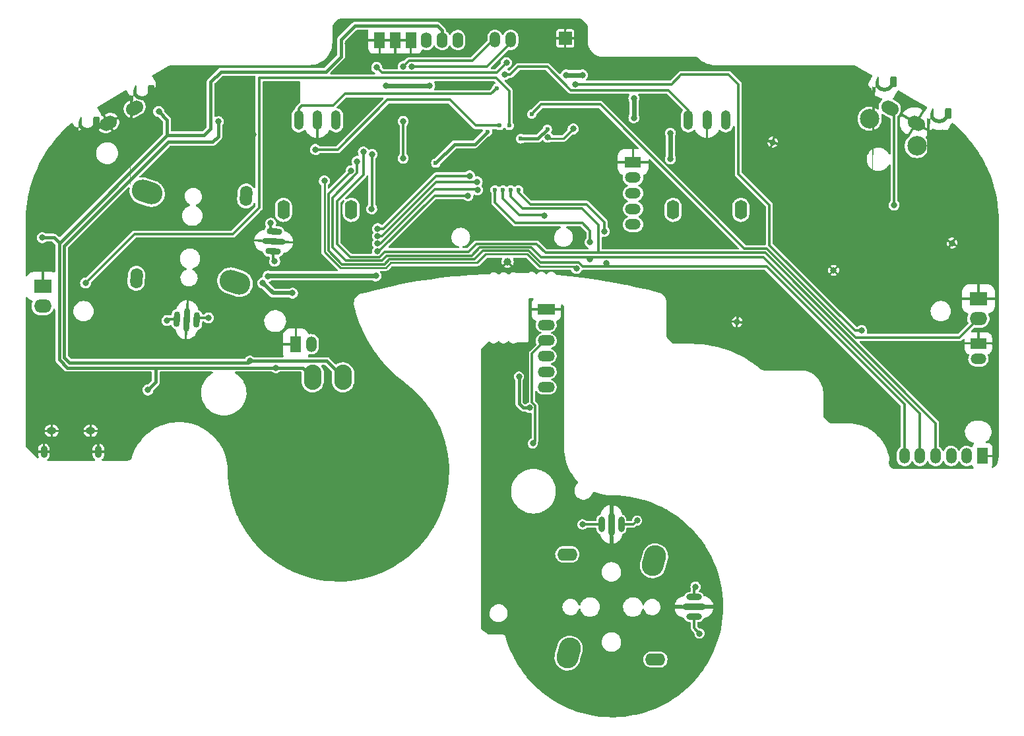
<source format=gbl>
G04 #@! TF.GenerationSoftware,KiCad,Pcbnew,(6.0.9)*
G04 #@! TF.CreationDate,2022-12-16T01:27:57-08:00*
G04 #@! TF.ProjectId,PhobGCC_2_0_0_proto_1,50686f62-4743-4435-9f32-5f305f305f70,rev?*
G04 #@! TF.SameCoordinates,Original*
G04 #@! TF.FileFunction,Copper,L2,Bot*
G04 #@! TF.FilePolarity,Positive*
%FSLAX46Y46*%
G04 Gerber Fmt 4.6, Leading zero omitted, Abs format (unit mm)*
G04 Created by KiCad (PCBNEW (6.0.9)) date 2022-12-16 01:27:57*
%MOMM*%
%LPD*%
G01*
G04 APERTURE LIST*
G04 Aperture macros list*
%AMHorizOval*
0 Thick line with rounded ends*
0 $1 width*
0 $2 $3 position (X,Y) of the first rounded end (center of the circle)*
0 $4 $5 position (X,Y) of the second rounded end (center of the circle)*
0 Add line between two ends*
20,1,$1,$2,$3,$4,$5,0*
0 Add two circle primitives to create the rounded ends*
1,1,$1,$2,$3*
1,1,$1,$4,$5*%
%AMFreePoly0*
4,1,57,0.276537,0.684776,0.341421,0.641421,0.384776,0.576537,0.400000,0.500000,0.400000,-0.300961,0.458548,-0.402369,0.578106,-0.535153,0.722659,-0.640176,0.885889,-0.712851,1.060661,-0.750001,1.239339,-0.750000,1.414112,-0.712851,1.577341,-0.640176,1.721894,-0.535153,1.841452,-0.402369,1.900000,-0.300961,1.900000,0.500000,1.915224,0.576537,1.958579,0.641421,2.023463,0.684776,
2.100000,0.700000,2.500000,0.700000,2.576537,0.684776,2.641421,0.641421,2.684776,0.576537,2.700000,0.500000,2.700001,-0.500000,2.684776,-0.576537,2.641421,-0.641421,2.576537,-0.684776,2.500001,-0.700000,2.234409,-0.700000,2.215340,-0.729187,2.064330,-0.893227,1.888381,-1.030175,1.692289,-1.136294,1.481405,-1.208690,1.261482,-1.245389,1.038518,-1.245390,0.818595,-1.208690,
0.607711,-1.136294,0.411620,-1.030175,0.235670,-0.893227,0.084660,-0.729187,0.065590,-0.700000,-0.200000,-0.700000,-0.276537,-0.684776,-0.341421,-0.641421,-0.384776,-0.576537,-0.400000,-0.500000,-0.400000,0.500000,-0.384776,0.576537,-0.341421,0.641421,-0.276537,0.684776,-0.200000,0.700000,0.200000,0.700000,0.276537,0.684776,0.276537,0.684776,$1*%
G04 Aperture macros list end*
G04 #@! TA.AperFunction,ComponentPad*
%ADD10C,0.800000*%
G04 #@! TD*
G04 #@! TA.AperFunction,ComponentPad*
%ADD11HorizOval,1.700000X0.259808X-0.150000X-0.259808X0.150000X0*%
G04 #@! TD*
G04 #@! TA.AperFunction,SMDPad,CuDef*
%ADD12FreePoly0,330.000000*%
G04 #@! TD*
G04 #@! TA.AperFunction,ComponentPad*
%ADD13C,2.500000*%
G04 #@! TD*
G04 #@! TA.AperFunction,ComponentPad*
%ADD14HorizOval,2.800000X-0.568661X0.191376X0.568661X-0.191376X0*%
G04 #@! TD*
G04 #@! TA.AperFunction,ComponentPad*
%ADD15HorizOval,1.600000X0.026168X0.499315X-0.026168X-0.499315X0*%
G04 #@! TD*
G04 #@! TA.AperFunction,SMDPad,CuDef*
%ADD16HorizOval,0.800000X0.031402X0.599178X-0.031402X-0.599178X0*%
G04 #@! TD*
G04 #@! TA.AperFunction,SMDPad,CuDef*
%ADD17HorizOval,0.800000X0.057570X1.098492X-0.057570X-1.098492X0*%
G04 #@! TD*
G04 #@! TA.AperFunction,SMDPad,CuDef*
%ADD18HorizOval,0.800000X-0.599178X0.031402X0.599178X-0.031402X0*%
G04 #@! TD*
G04 #@! TA.AperFunction,SMDPad,CuDef*
%ADD19HorizOval,0.800000X-1.098492X0.057570X1.098492X-0.057570X0*%
G04 #@! TD*
G04 #@! TA.AperFunction,ComponentPad*
%ADD20C,1.000000*%
G04 #@! TD*
G04 #@! TA.AperFunction,ComponentPad*
%ADD21HorizOval,1.700000X0.259808X0.150000X-0.259808X-0.150000X0*%
G04 #@! TD*
G04 #@! TA.AperFunction,SMDPad,CuDef*
%ADD22FreePoly0,30.000000*%
G04 #@! TD*
G04 #@! TA.AperFunction,ComponentPad*
%ADD23C,0.600000*%
G04 #@! TD*
G04 #@! TA.AperFunction,ComponentPad*
%ADD24R,1.700000X1.700000*%
G04 #@! TD*
G04 #@! TA.AperFunction,ComponentPad*
%ADD25O,2.600000X1.600000*%
G04 #@! TD*
G04 #@! TA.AperFunction,ComponentPad*
%ADD26HorizOval,2.800000X-0.161352X-0.577898X0.161352X0.577898X0*%
G04 #@! TD*
G04 #@! TA.AperFunction,SMDPad,CuDef*
%ADD27O,2.000000X0.800000*%
G04 #@! TD*
G04 #@! TA.AperFunction,SMDPad,CuDef*
%ADD28O,3.000000X0.800000*%
G04 #@! TD*
G04 #@! TA.AperFunction,SMDPad,CuDef*
%ADD29O,0.800000X2.000000*%
G04 #@! TD*
G04 #@! TA.AperFunction,SMDPad,CuDef*
%ADD30O,0.800000X3.000000*%
G04 #@! TD*
G04 #@! TA.AperFunction,ComponentPad*
%ADD31O,1.350000X2.000000*%
G04 #@! TD*
G04 #@! TA.AperFunction,ComponentPad*
%ADD32O,1.250000X0.950000*%
G04 #@! TD*
G04 #@! TA.AperFunction,ComponentPad*
%ADD33O,0.890000X1.550000*%
G04 #@! TD*
G04 #@! TA.AperFunction,ComponentPad*
%ADD34O,2.250000X1.700000*%
G04 #@! TD*
G04 #@! TA.AperFunction,ComponentPad*
%ADD35R,2.250000X1.700000*%
G04 #@! TD*
G04 #@! TA.AperFunction,ComponentPad*
%ADD36O,1.600000X2.500000*%
G04 #@! TD*
G04 #@! TA.AperFunction,ComponentPad*
%ADD37O,1.250000X2.500000*%
G04 #@! TD*
G04 #@! TA.AperFunction,ComponentPad*
%ADD38O,1.400000X2.000000*%
G04 #@! TD*
G04 #@! TA.AperFunction,ComponentPad*
%ADD39R,1.400000X2.000000*%
G04 #@! TD*
G04 #@! TA.AperFunction,ComponentPad*
%ADD40R,2.000000X1.350000*%
G04 #@! TD*
G04 #@! TA.AperFunction,ComponentPad*
%ADD41O,2.000000X1.350000*%
G04 #@! TD*
G04 #@! TA.AperFunction,ComponentPad*
%ADD42R,2.200000X1.350000*%
G04 #@! TD*
G04 #@! TA.AperFunction,ComponentPad*
%ADD43O,2.200000X1.350000*%
G04 #@! TD*
G04 #@! TA.AperFunction,SMDPad,CuDef*
%ADD44O,2.250000X3.250000*%
G04 #@! TD*
G04 #@! TA.AperFunction,ComponentPad*
%ADD45R,1.350000X2.000000*%
G04 #@! TD*
G04 #@! TA.AperFunction,ViaPad*
%ADD46C,0.800000*%
G04 #@! TD*
G04 #@! TA.AperFunction,ViaPad*
%ADD47C,0.600000*%
G04 #@! TD*
G04 #@! TA.AperFunction,Conductor*
%ADD48C,0.300000*%
G04 #@! TD*
G04 #@! TA.AperFunction,Conductor*
%ADD49C,0.600000*%
G04 #@! TD*
G04 #@! TA.AperFunction,Conductor*
%ADD50C,0.500000*%
G04 #@! TD*
G04 #@! TA.AperFunction,Conductor*
%ADD51C,0.250000*%
G04 #@! TD*
G04 #@! TA.AperFunction,Conductor*
%ADD52C,0.400000*%
G04 #@! TD*
G04 APERTURE END LIST*
D10*
X152240000Y-55380000D03*
X139861054Y-62025251D03*
D11*
X159452694Y-34530000D03*
X162830192Y-36480000D03*
D12*
X157638111Y-31172949D03*
X164652917Y-35222949D03*
D13*
X162922532Y-39420064D03*
X156860354Y-35920064D03*
D14*
X64160011Y-45345390D03*
X75430155Y-56911074D03*
D15*
X76831531Y-45839243D03*
X62758635Y-56417221D03*
D10*
X67972062Y-61647238D03*
D16*
X67972062Y-61647238D03*
D17*
X69240322Y-61713705D03*
D10*
X69240322Y-61713705D03*
D16*
X70508581Y-61780172D03*
D10*
X70508581Y-61780172D03*
D18*
X80314089Y-52951253D03*
D10*
X80314089Y-52951253D03*
D19*
X80380556Y-51682993D03*
D10*
X80380556Y-51682993D03*
X80447023Y-50414734D03*
D18*
X80447023Y-50414734D03*
D20*
X110390000Y-54280000D03*
D10*
X144408672Y-38932159D03*
X167434020Y-51886035D03*
D21*
X59164021Y-36480000D03*
X62541519Y-34530000D03*
D22*
X55349438Y-36372949D03*
X62364244Y-32322949D03*
D23*
X111275000Y-40275000D03*
X110000000Y-39000000D03*
X108725000Y-40275000D03*
X108725000Y-37725000D03*
X110000000Y-40275000D03*
X108725000Y-39000000D03*
X111275000Y-39000000D03*
X110000000Y-37725000D03*
X111275000Y-37725000D03*
D24*
X117800000Y-25600000D03*
D25*
X129369000Y-105354552D03*
X118069000Y-91854552D03*
D26*
X129199000Y-92674552D03*
X118239000Y-104534552D03*
D10*
X134319000Y-99874552D03*
D27*
X134319000Y-99874552D03*
D28*
X134319000Y-98604552D03*
D10*
X134319000Y-98604552D03*
D27*
X134319000Y-97334552D03*
D10*
X134319000Y-97334552D03*
X124989000Y-88004552D03*
D29*
X124989000Y-88004552D03*
D30*
X123719000Y-88004552D03*
D10*
X123719000Y-88004552D03*
D29*
X122449000Y-88004552D03*
D10*
X122449000Y-88004552D03*
D31*
X108800000Y-25800000D03*
X110800000Y-25800000D03*
D32*
X56900000Y-76000000D03*
D33*
X50900000Y-78700000D03*
X57900000Y-78700000D03*
D32*
X51900000Y-76000000D03*
D34*
X50750000Y-60000000D03*
D35*
X50750000Y-57460000D03*
D34*
X170815000Y-61595000D03*
D35*
X170815000Y-59055000D03*
D36*
X131640000Y-47630000D03*
X140340000Y-47630000D03*
D37*
X138390000Y-36130000D03*
X135990000Y-36130000D03*
X133590000Y-36130000D03*
D36*
X81640000Y-47630000D03*
X90340000Y-47630000D03*
D37*
X88390000Y-36130000D03*
X85990000Y-36130000D03*
X83590000Y-36130000D03*
D38*
X103990000Y-25830000D03*
X101990000Y-25830000D03*
X99990000Y-25830000D03*
D39*
X97990000Y-25830000D03*
X95990000Y-25830000D03*
X93990000Y-25830000D03*
D40*
X170815000Y-64761000D03*
D41*
X170815000Y-66761000D03*
X126500000Y-49500000D03*
X126500000Y-47500000D03*
X126500000Y-45500000D03*
X126500000Y-43500000D03*
D40*
X126500000Y-41500000D03*
D42*
X115366800Y-60410000D03*
D43*
X115366800Y-62410000D03*
X115366800Y-64410000D03*
X115366800Y-66410000D03*
X115366800Y-68410000D03*
X115366800Y-70410000D03*
D44*
X85390000Y-69130000D03*
X89290000Y-69130000D03*
D45*
X171319200Y-79222600D03*
D31*
X169319200Y-79222600D03*
X167319200Y-79222600D03*
X165319200Y-79222600D03*
X163319200Y-79222600D03*
X161319200Y-79222600D03*
D45*
X83226400Y-64871600D03*
D31*
X85226400Y-64871600D03*
D46*
X96640000Y-84330000D03*
X74625200Y-51765200D03*
X122834400Y-37287200D03*
X101250000Y-34750000D03*
X115925600Y-46024800D03*
X89154000Y-24384000D03*
X73500000Y-60500000D03*
X102500000Y-47750000D03*
X129500000Y-34500000D03*
X118618000Y-40386000D03*
X92075000Y-45847000D03*
X77800500Y-38000000D03*
X154500000Y-60500000D03*
X130429000Y-56007000D03*
X65024000Y-42214800D03*
X125000000Y-30000000D03*
X150749000Y-64262000D03*
X137000000Y-51250000D03*
X85471000Y-89027000D03*
X91059000Y-34798000D03*
X98750000Y-49750000D03*
X123545600Y-39776400D03*
X89916000Y-26289000D03*
X50500000Y-64000000D03*
X141605000Y-51308000D03*
X161544000Y-62992000D03*
X75000000Y-33500000D03*
X161544000Y-65151000D03*
X125000000Y-33300000D03*
X91890000Y-73230000D03*
X99100000Y-40800000D03*
X86000000Y-53600000D03*
X84500000Y-45500000D03*
X62128400Y-41148000D03*
X68453000Y-66167000D03*
X79000000Y-48000000D03*
X104600000Y-31800000D03*
X100380800Y-35915600D03*
X54750000Y-56500000D03*
X130429000Y-51996000D03*
X114000000Y-30500000D03*
X99100000Y-39700000D03*
X63500000Y-49000000D03*
X89535000Y-37592000D03*
X74625200Y-49733200D03*
X105800000Y-31800000D03*
X80740000Y-84330000D03*
X67500000Y-45000000D03*
X82804000Y-58318400D03*
X94800000Y-31700000D03*
X117900000Y-30300000D03*
X131300000Y-37800000D03*
X79629000Y-56134000D03*
X78994000Y-57023000D03*
X100400000Y-31700000D03*
X115570000Y-38303200D03*
X118821200Y-37236400D03*
X120000000Y-30300000D03*
X66675000Y-61849000D03*
X93500000Y-56100000D03*
X126600000Y-35800000D03*
X80518000Y-54229000D03*
X126600000Y-33300000D03*
X131300000Y-41100000D03*
D47*
X113487200Y-35356800D03*
X109800000Y-45075500D03*
D46*
X115100000Y-48400000D03*
X160000000Y-47000000D03*
D47*
X109000000Y-32000000D03*
D46*
X110025500Y-30250000D03*
X56250000Y-57000000D03*
D47*
X110600000Y-36800000D03*
D46*
X93726000Y-50038000D03*
X105512299Y-43262299D03*
X110250000Y-28750000D03*
X93599000Y-29337000D03*
X77330000Y-67040000D03*
X73300000Y-36300000D03*
X113219500Y-73050400D03*
X111861600Y-69037200D03*
X135018000Y-102010000D03*
X127018000Y-87510000D03*
D47*
X115500000Y-37300000D03*
X107823000Y-37592000D03*
X112100000Y-38500000D03*
X101188113Y-41625113D03*
D46*
X64250000Y-70750000D03*
X50700000Y-51200000D03*
X65633600Y-35001200D03*
X80650000Y-67889500D03*
X97028000Y-29210000D03*
X97000000Y-36250000D03*
X97000000Y-41000000D03*
X98100000Y-29200000D03*
X92964000Y-47498000D03*
X93000000Y-40500000D03*
X106500000Y-44025500D03*
X93726000Y-51000000D03*
X106527600Y-45059600D03*
X93726000Y-51949503D03*
X105300000Y-45800000D03*
X93705831Y-52938831D03*
X119240000Y-55150000D03*
X86890000Y-43910000D03*
X119100000Y-31500000D03*
X155829000Y-63119000D03*
X91900000Y-40200000D03*
D47*
X110800000Y-45075500D03*
D46*
X121000000Y-51800000D03*
D47*
X108800000Y-45075500D03*
D46*
X91100000Y-41400000D03*
X121000000Y-53950460D03*
D47*
X111800000Y-45075500D03*
D46*
X123100000Y-54500000D03*
X122783600Y-50393600D03*
X90300000Y-42600000D03*
D47*
X109400000Y-36800000D03*
D46*
X85725000Y-39878000D03*
X72000000Y-61500000D03*
X80008343Y-49340802D03*
X120018000Y-88010000D03*
X134518000Y-96010000D03*
X113639600Y-77622400D03*
X120018000Y-108510000D03*
X114518000Y-103010000D03*
X113018000Y-79760000D03*
X127018000Y-90010000D03*
X107594400Y-70104000D03*
X132733000Y-102054000D03*
D48*
X66876762Y-61647238D02*
X67972062Y-61647238D01*
X80314089Y-54025089D02*
X80314089Y-52951253D01*
D49*
X79663000Y-56100000D02*
X93500000Y-56100000D01*
X117900000Y-30300000D02*
X120000000Y-30300000D01*
D50*
X80289400Y-58318400D02*
X78994000Y-57023000D01*
D48*
X80518000Y-54229000D02*
X80314089Y-54025089D01*
D49*
X100400000Y-31700000D02*
X94800000Y-31700000D01*
D48*
X66675000Y-61849000D02*
X66876762Y-61647238D01*
D51*
X117609745Y-38447855D02*
X118821200Y-37236400D01*
D49*
X131300000Y-37800000D02*
X131300000Y-41100000D01*
X126600000Y-33300000D02*
X126600000Y-35800000D01*
D51*
X115714655Y-38447855D02*
X117609745Y-38447855D01*
X115570000Y-38303200D02*
X115714655Y-38447855D01*
D49*
X79629000Y-56134000D02*
X79663000Y-56100000D01*
D50*
X82804000Y-58318400D02*
X80289400Y-58318400D01*
D48*
X113487200Y-35312800D02*
X114704739Y-34095261D01*
X114704739Y-34095261D02*
X122295261Y-34095261D01*
X113487200Y-35356800D02*
X113487200Y-35312800D01*
X143682856Y-52601442D02*
X155081414Y-64000000D01*
X122295261Y-34095261D02*
X140801442Y-52601442D01*
X155081414Y-64000000D02*
X168410000Y-64000000D01*
X140801442Y-52601442D02*
X143682856Y-52601442D01*
X168410000Y-64000000D02*
X170815000Y-61595000D01*
X111922862Y-48300000D02*
X109800000Y-46177138D01*
X115000000Y-48300000D02*
X111922862Y-48300000D01*
X109800000Y-46177138D02*
X109800000Y-45075500D01*
X115100000Y-48400000D02*
X115000000Y-48300000D01*
X160000000Y-35187114D02*
X159192886Y-34380000D01*
X160000000Y-47000000D02*
X160000000Y-35187114D01*
X83590000Y-34660000D02*
X83590000Y-36130000D01*
X88005717Y-34250000D02*
X84000000Y-34250000D01*
X108250000Y-32750000D02*
X89505717Y-32750000D01*
X109000000Y-32000000D02*
X108250000Y-32750000D01*
X89505717Y-32750000D02*
X88005717Y-34250000D01*
X84000000Y-34250000D02*
X83590000Y-34660000D01*
X111750000Y-29250000D02*
X115500000Y-29250000D01*
X110025500Y-30250000D02*
X110750000Y-30250000D01*
X118500000Y-32250000D02*
X131000000Y-32250000D01*
X133590000Y-34840000D02*
X133590000Y-36130000D01*
X115500000Y-29250000D02*
X118500000Y-32250000D01*
X131000000Y-32250000D02*
X133590000Y-34840000D01*
X110750000Y-30250000D02*
X111750000Y-29250000D01*
X110600000Y-32350000D02*
X108930480Y-30680480D01*
X110600000Y-36800000D02*
X110600000Y-32350000D01*
X62500000Y-50750000D02*
X56250000Y-57000000D01*
X78500000Y-30680480D02*
X78500000Y-47369320D01*
X108930480Y-30680480D02*
X78500000Y-30680480D01*
X75119320Y-50750000D02*
X62500000Y-50750000D01*
X78500000Y-47369320D02*
X75119320Y-50750000D01*
X101237701Y-43262299D02*
X105512299Y-43262299D01*
X94462000Y-50038000D02*
X101237701Y-43262299D01*
X93726000Y-50038000D02*
X94462000Y-50038000D01*
X93599000Y-29337000D02*
X94262000Y-30000000D01*
X94262000Y-30000000D02*
X109000000Y-30000000D01*
X109000000Y-30000000D02*
X110250000Y-28750000D01*
D52*
X66829265Y-38920735D02*
X53500000Y-52250000D01*
X87200000Y-67040000D02*
X89290000Y-69130000D01*
X53500000Y-52250000D02*
X53500000Y-66581440D01*
X73300000Y-36300000D02*
X73300000Y-38175489D01*
X77130009Y-67239991D02*
X77330000Y-67040000D01*
X54158551Y-67239991D02*
X77130009Y-67239991D01*
X72554754Y-38920735D02*
X66829265Y-38920735D01*
X53500000Y-66581440D02*
X54158551Y-67239991D01*
X77330000Y-67040000D02*
X87200000Y-67040000D01*
X73300000Y-38175489D02*
X72554754Y-38920735D01*
D48*
X124989000Y-88004552D02*
X126523448Y-88004552D01*
D52*
X111861600Y-72491600D02*
X112420400Y-73050400D01*
D48*
X134319000Y-101311000D02*
X135018000Y-102010000D01*
X126523448Y-88004552D02*
X127018000Y-87510000D01*
D52*
X111861600Y-69037200D02*
X111861600Y-72491600D01*
X112420400Y-73050400D02*
X113219500Y-73050400D01*
D48*
X134319000Y-99874552D02*
X134319000Y-101311000D01*
D52*
X101188113Y-41625113D02*
X103613226Y-39200000D01*
X115500000Y-37300000D02*
X114300000Y-38500000D01*
X106215000Y-39200000D02*
X107823000Y-37592000D01*
X103613226Y-39200000D02*
X106215000Y-39200000D01*
X114300000Y-38500000D02*
X112100000Y-38500000D01*
X90805000Y-24003000D02*
X89027000Y-25781000D01*
X52850480Y-51850480D02*
X52850480Y-66850479D01*
X53889511Y-67889511D02*
X82369989Y-67889511D01*
X72300000Y-37200000D02*
X71459280Y-38040720D01*
X82370000Y-67889500D02*
X84149500Y-67889500D01*
X65633600Y-35001200D02*
X66695711Y-36063311D01*
X87087000Y-29880000D02*
X73620000Y-29880000D01*
X89027000Y-27940000D02*
X87087000Y-29880000D01*
X66695711Y-38040720D02*
X52850480Y-51885951D01*
X66695711Y-36063311D02*
X66695711Y-38040720D01*
X52850480Y-66850479D02*
X53889511Y-67889511D01*
X65250000Y-69750000D02*
X65250000Y-68000000D01*
X84149500Y-67889500D02*
X85390000Y-69130000D01*
X89027000Y-25781000D02*
X89027000Y-27940000D01*
X52200000Y-51200000D02*
X52850480Y-51850480D01*
X82369989Y-67889511D02*
X82370000Y-67889500D01*
X72300000Y-31200000D02*
X72300000Y-37200000D01*
X50700000Y-51200000D02*
X52200000Y-51200000D01*
X101990000Y-25630000D02*
X101990000Y-24620000D01*
X73620000Y-29880000D02*
X72300000Y-31200000D01*
X101373000Y-24003000D02*
X90805000Y-24003000D01*
X64250000Y-70750000D02*
X65250000Y-69750000D01*
X101990000Y-24620000D02*
X101373000Y-24003000D01*
X71459280Y-38040720D02*
X66695711Y-38040720D01*
D48*
X97000000Y-41000000D02*
X97000000Y-36250000D01*
X97028000Y-29210000D02*
X97738000Y-28500000D01*
X105900000Y-28500000D02*
X108800000Y-25600000D01*
X97738000Y-28500000D02*
X105900000Y-28500000D01*
X107756800Y-29200000D02*
X110800000Y-26156800D01*
X110800000Y-26156800D02*
X110800000Y-25600000D01*
X98100000Y-29200000D02*
X107756800Y-29200000D01*
X93000000Y-47462000D02*
X93000000Y-40500000D01*
X92964000Y-47498000D02*
X93000000Y-47462000D01*
X101215328Y-44061810D02*
X106463690Y-44061810D01*
X94277138Y-51000000D02*
X101215328Y-44061810D01*
X93726000Y-51000000D02*
X94277138Y-51000000D01*
X106463690Y-44061810D02*
X106500000Y-44025500D01*
X106527600Y-45059600D02*
X106468500Y-45000500D01*
X106468500Y-45000500D02*
X101053776Y-45000500D01*
X94104773Y-51949503D02*
X93726000Y-51949503D01*
X101053776Y-45000500D02*
X94104773Y-51949503D01*
X101031414Y-45800000D02*
X105300000Y-45800000D01*
X93705831Y-52938831D02*
X93892583Y-52938831D01*
X93892583Y-52938831D02*
X101031414Y-45800000D01*
D51*
X106470000Y-54425000D02*
X107570000Y-53325000D01*
X86890000Y-52991040D02*
X88923960Y-55025000D01*
X114484820Y-54865520D02*
X118955520Y-54865520D01*
X88923960Y-55025000D02*
X94776040Y-55025000D01*
X86890000Y-43910000D02*
X86890000Y-52991040D01*
X107570000Y-53325000D02*
X112944300Y-53325000D01*
X95376040Y-54425000D02*
X106470000Y-54425000D01*
X94776040Y-55025000D02*
X95376040Y-54425000D01*
X118955520Y-54865520D02*
X119240000Y-55150000D01*
X112944300Y-53325000D02*
X114484820Y-54865520D01*
D48*
X132667141Y-30250000D02*
X131417141Y-31500000D01*
X144000000Y-47000000D02*
X140000000Y-43000000D01*
X154977552Y-63119000D02*
X144000000Y-52141448D01*
X144000000Y-52141448D02*
X144000000Y-47000000D01*
X131417141Y-31500000D02*
X119100000Y-31500000D01*
X140000000Y-43000000D02*
X140000000Y-31500000D01*
X140000000Y-31500000D02*
X138750000Y-30250000D01*
X138750000Y-30250000D02*
X132667141Y-30250000D01*
X155829000Y-63119000D02*
X154977552Y-63119000D01*
X165323000Y-75018724D02*
X143455237Y-53150961D01*
X105390000Y-53000000D02*
X106390000Y-52000000D01*
X119926169Y-47449031D02*
X122049520Y-49572382D01*
X91900000Y-43100000D02*
X88500000Y-46500000D01*
X106390000Y-52000000D02*
X114100000Y-52000000D01*
X112349031Y-47449031D02*
X119926169Y-47449031D01*
X88500000Y-46500000D02*
X88500000Y-52000000D01*
X88500000Y-52000000D02*
X90200000Y-53700000D01*
X110800000Y-45075500D02*
X110800000Y-45900000D01*
X93933905Y-53700000D02*
X94633905Y-53000000D01*
D51*
X122049520Y-53149520D02*
X122050960Y-53150960D01*
D48*
X91900000Y-40200000D02*
X91900000Y-43100000D01*
X143455237Y-53150961D02*
X122050960Y-53150960D01*
X90200000Y-53700000D02*
X93933905Y-53700000D01*
X165323000Y-79121000D02*
X165323000Y-75018724D01*
X94633905Y-53000000D02*
X105390000Y-53000000D01*
X110800000Y-45900000D02*
X112349031Y-47449031D01*
X122049520Y-49572382D02*
X122049520Y-53149520D01*
X115250960Y-53150960D02*
X122050960Y-53150960D01*
X114100000Y-52000000D02*
X115250960Y-53150960D01*
X87950480Y-46049520D02*
X87950480Y-52450480D01*
X108800000Y-46700000D02*
X111400000Y-49300000D01*
X87950480Y-52450480D02*
X89650000Y-54150000D01*
X121000000Y-53950460D02*
X120850460Y-53950460D01*
X91100000Y-42900000D02*
X87950480Y-46049520D01*
X121000000Y-50300000D02*
X121000000Y-51800000D01*
X111400000Y-49300000D02*
X120000000Y-49300000D01*
X91100000Y-41400000D02*
X91100000Y-42900000D01*
X94250000Y-54150000D02*
X94900000Y-53500000D01*
X120850460Y-53950460D02*
X120600480Y-53700480D01*
X106850000Y-52450000D02*
X113450000Y-52450000D01*
X113450000Y-52450000D02*
X114700480Y-53700480D01*
X105800000Y-53500000D02*
X106850000Y-52450000D01*
X163323000Y-73795862D02*
X143227618Y-53700480D01*
X163323000Y-79121000D02*
X163323000Y-73795862D01*
X89650000Y-54150000D02*
X94250000Y-54150000D01*
X114700480Y-53700480D02*
X120600480Y-53700480D01*
X108800000Y-45075500D02*
X108800000Y-46700000D01*
X94900000Y-53500000D02*
X105800000Y-53500000D01*
X143227618Y-53700480D02*
X120600480Y-53700480D01*
X120000000Y-49300000D02*
X121000000Y-50300000D01*
X90300000Y-42600000D02*
X90300000Y-42700000D01*
X114620340Y-54400000D02*
X119500000Y-54400000D01*
X123400000Y-54900000D02*
X143650000Y-54900000D01*
X113120340Y-52900000D02*
X114620340Y-54400000D01*
X123400000Y-54800000D02*
X123400000Y-54900000D01*
X107236396Y-52900000D02*
X113120340Y-52900000D01*
X106136396Y-54000000D02*
X107236396Y-52900000D01*
X143650000Y-54900000D02*
X161323000Y-72573000D01*
X113299511Y-46899511D02*
X111800000Y-45400000D01*
X95200000Y-54000000D02*
X106136396Y-54000000D01*
X123100000Y-54500000D02*
X123400000Y-54800000D01*
D51*
X123100000Y-54500000D02*
X122700000Y-54900000D01*
D48*
X87400960Y-52900960D02*
X89100000Y-54600000D01*
X122783600Y-50393600D02*
X122783600Y-49183600D01*
X120000000Y-54900000D02*
X123400000Y-54900000D01*
X161323000Y-72573000D02*
X161323000Y-79121000D01*
X87400960Y-45599040D02*
X87400960Y-52900960D01*
X89100000Y-54600000D02*
X94600000Y-54600000D01*
X122783600Y-49183600D02*
X120499511Y-46899511D01*
X120499511Y-46899511D02*
X113299511Y-46899511D01*
X119500000Y-54400000D02*
X120000000Y-54900000D01*
X111800000Y-45400000D02*
X111800000Y-45075500D01*
X94600000Y-54600000D02*
X95200000Y-54000000D01*
X90300000Y-42700000D02*
X87400960Y-45599040D01*
X85725000Y-39878000D02*
X85747000Y-39900000D01*
X103000000Y-33500000D02*
X106300000Y-36800000D01*
X88600000Y-39900000D02*
X95000000Y-33500000D01*
X106300000Y-36800000D02*
X109400000Y-36800000D01*
X85747000Y-39900000D02*
X88600000Y-39900000D01*
X95000000Y-33500000D02*
X103000000Y-33500000D01*
X72000000Y-61500000D02*
X70788753Y-61500000D01*
X70788753Y-61500000D02*
X70508581Y-61780172D01*
X80008343Y-49976054D02*
X80447023Y-50414734D01*
X80008343Y-49340802D02*
X80008343Y-49976054D01*
X122449000Y-88004552D02*
X120023448Y-88004552D01*
X120023448Y-88004552D02*
X120018000Y-88010000D01*
X134319000Y-97334552D02*
X134319000Y-96209000D01*
X134319000Y-96209000D02*
X134518000Y-96010000D01*
X113538000Y-72339200D02*
X113538000Y-66040000D01*
X113639600Y-77622400D02*
X113919000Y-77343000D01*
X115168000Y-64410000D02*
X115366800Y-64410000D01*
X113538000Y-66040000D02*
X115168000Y-64410000D01*
X113919000Y-77343000D02*
X113919000Y-72720200D01*
X113919000Y-72720200D02*
X113538000Y-72339200D01*
G04 #@! TA.AperFunction,Conductor*
G36*
X115329328Y-29720502D02*
G01*
X115350302Y-29737405D01*
X118157247Y-32544350D01*
X118167101Y-32555439D01*
X118182294Y-32574711D01*
X118182298Y-32574715D01*
X118188128Y-32582110D01*
X118195875Y-32587464D01*
X118195879Y-32587468D01*
X118236404Y-32615477D01*
X118239598Y-32617758D01*
X118286817Y-32652635D01*
X118293634Y-32655029D01*
X118299569Y-32659131D01*
X118308544Y-32661969D01*
X118308545Y-32661970D01*
X118330507Y-32668915D01*
X118355475Y-32676812D01*
X118359215Y-32678060D01*
X118405745Y-32694400D01*
X118405748Y-32694401D01*
X118414631Y-32697520D01*
X118421816Y-32697803D01*
X118421889Y-32697817D01*
X118428730Y-32699980D01*
X118435337Y-32700500D01*
X118488006Y-32700500D01*
X118492952Y-32700597D01*
X118549994Y-32702838D01*
X118557100Y-32700954D01*
X118565347Y-32700500D01*
X125922533Y-32700500D01*
X125990654Y-32720502D01*
X126037147Y-32774158D01*
X126047251Y-32844432D01*
X126025620Y-32898950D01*
X125982484Y-32960326D01*
X125982480Y-32960333D01*
X125978113Y-32966547D01*
X125916524Y-33124513D01*
X125915532Y-33132046D01*
X125915532Y-33132047D01*
X125897977Y-33265397D01*
X125894394Y-33292611D01*
X125912999Y-33461135D01*
X125971266Y-33620356D01*
X125978081Y-33630499D01*
X125999500Y-33700774D01*
X125999500Y-35396943D01*
X125984544Y-35456486D01*
X125982485Y-35460327D01*
X125978113Y-35466547D01*
X125916524Y-35624513D01*
X125915532Y-35632046D01*
X125915532Y-35632047D01*
X125895522Y-35784045D01*
X125894394Y-35792611D01*
X125912999Y-35961135D01*
X125937238Y-36027371D01*
X125965231Y-36103864D01*
X125971266Y-36120356D01*
X125975502Y-36126659D01*
X125975502Y-36126660D01*
X125988574Y-36146113D01*
X126065830Y-36261083D01*
X126071442Y-36266190D01*
X126071445Y-36266193D01*
X126185612Y-36370077D01*
X126185616Y-36370080D01*
X126191233Y-36375191D01*
X126197906Y-36378814D01*
X126197910Y-36378817D01*
X126333558Y-36452467D01*
X126333560Y-36452468D01*
X126340235Y-36456092D01*
X126347584Y-36458020D01*
X126496883Y-36497188D01*
X126496885Y-36497188D01*
X126504233Y-36499116D01*
X126590609Y-36500473D01*
X126666161Y-36501660D01*
X126666164Y-36501660D01*
X126673760Y-36501779D01*
X126681165Y-36500083D01*
X126681166Y-36500083D01*
X126757353Y-36482634D01*
X126839029Y-36463928D01*
X126990498Y-36387747D01*
X127069713Y-36320090D01*
X127113651Y-36282564D01*
X127113652Y-36282563D01*
X127119423Y-36277634D01*
X127218361Y-36139947D01*
X127226237Y-36120356D01*
X127278766Y-35989687D01*
X127278767Y-35989685D01*
X127281601Y-35982634D01*
X127291006Y-35916547D01*
X127304909Y-35818862D01*
X127304909Y-35818859D01*
X127305490Y-35814778D01*
X127305645Y-35800000D01*
X127304388Y-35789608D01*
X127295008Y-35712100D01*
X127285276Y-35631680D01*
X127273275Y-35599919D01*
X127228031Y-35480184D01*
X127228029Y-35480181D01*
X127225345Y-35473077D01*
X127221041Y-35466815D01*
X127217523Y-35460086D01*
X127219516Y-35459044D01*
X127200500Y-35397804D01*
X127200500Y-33702893D01*
X127215717Y-33643627D01*
X127218361Y-33639947D01*
X127223703Y-33626660D01*
X127278766Y-33489687D01*
X127278767Y-33489685D01*
X127281601Y-33482634D01*
X127304112Y-33324463D01*
X127304909Y-33318862D01*
X127304909Y-33318859D01*
X127305490Y-33314778D01*
X127305645Y-33300000D01*
X127303840Y-33285080D01*
X127295504Y-33216198D01*
X127285276Y-33131680D01*
X127225345Y-32973077D01*
X127173653Y-32897865D01*
X127151554Y-32830398D01*
X127169439Y-32761691D01*
X127221631Y-32713561D01*
X127277494Y-32700500D01*
X130761207Y-32700500D01*
X130829328Y-32720502D01*
X130850302Y-32737405D01*
X132863343Y-34750446D01*
X132897369Y-34812758D01*
X132892304Y-34883573D01*
X132867885Y-34923851D01*
X132846468Y-34947637D01*
X132837130Y-34958008D01*
X132833827Y-34963729D01*
X132744798Y-35117933D01*
X132739856Y-35126492D01*
X132720446Y-35186229D01*
X132683344Y-35300421D01*
X132679738Y-35311518D01*
X132664500Y-35456496D01*
X132664500Y-36803504D01*
X132679738Y-36948482D01*
X132681778Y-36954760D01*
X132681778Y-36954761D01*
X132702918Y-37019823D01*
X132739856Y-37133508D01*
X132743159Y-37139230D01*
X132743160Y-37139231D01*
X132816464Y-37266198D01*
X132837130Y-37301992D01*
X132841548Y-37306899D01*
X132841549Y-37306900D01*
X132947638Y-37424723D01*
X132967308Y-37446569D01*
X132972647Y-37450448D01*
X133107593Y-37548492D01*
X133124701Y-37560922D01*
X133130730Y-37563606D01*
X133130733Y-37563608D01*
X133296393Y-37637364D01*
X133296396Y-37637365D01*
X133302429Y-37640051D01*
X133343251Y-37648728D01*
X133486269Y-37679128D01*
X133486273Y-37679128D01*
X133492726Y-37680500D01*
X133687274Y-37680500D01*
X133693727Y-37679128D01*
X133693731Y-37679128D01*
X133836749Y-37648728D01*
X133877571Y-37640051D01*
X133883604Y-37637365D01*
X133883607Y-37637364D01*
X134049267Y-37563608D01*
X134049270Y-37563606D01*
X134055299Y-37560922D01*
X134072408Y-37548492D01*
X134207353Y-37450448D01*
X134212692Y-37446569D01*
X134232363Y-37424723D01*
X134287884Y-37363060D01*
X134348330Y-37325821D01*
X134419314Y-37327173D01*
X134478298Y-37366687D01*
X134497929Y-37399153D01*
X134535742Y-37490442D01*
X134540223Y-37499236D01*
X134668698Y-37708888D01*
X134674497Y-37716870D01*
X134834185Y-37903840D01*
X134841160Y-37910815D01*
X135028130Y-38070503D01*
X135036112Y-38076302D01*
X135245764Y-38204777D01*
X135254558Y-38209258D01*
X135481722Y-38303352D01*
X135491107Y-38306401D01*
X135730195Y-38363802D01*
X135739942Y-38365345D01*
X135821942Y-38371799D01*
X135837031Y-38368629D01*
X135840000Y-38357166D01*
X135840000Y-36106000D01*
X135860002Y-36037879D01*
X135913658Y-35991386D01*
X135966000Y-35980000D01*
X136014000Y-35980000D01*
X136082121Y-36000002D01*
X136128614Y-36053658D01*
X136140000Y-36106000D01*
X136140000Y-38355105D01*
X136144344Y-38369900D01*
X136156003Y-38371961D01*
X136240058Y-38365345D01*
X136249805Y-38363802D01*
X136488893Y-38306401D01*
X136498278Y-38303352D01*
X136725442Y-38209258D01*
X136734236Y-38204777D01*
X136943888Y-38076302D01*
X136951870Y-38070503D01*
X137138840Y-37910815D01*
X137145815Y-37903840D01*
X137305503Y-37716870D01*
X137311302Y-37708888D01*
X137439777Y-37499236D01*
X137444258Y-37490442D01*
X137482071Y-37399153D01*
X137526620Y-37343872D01*
X137593983Y-37321451D01*
X137662774Y-37339009D01*
X137692116Y-37363060D01*
X137747638Y-37424723D01*
X137767308Y-37446569D01*
X137772647Y-37450448D01*
X137907593Y-37548492D01*
X137924701Y-37560922D01*
X137930730Y-37563606D01*
X137930733Y-37563608D01*
X138096393Y-37637364D01*
X138096396Y-37637365D01*
X138102429Y-37640051D01*
X138143251Y-37648728D01*
X138286269Y-37679128D01*
X138286273Y-37679128D01*
X138292726Y-37680500D01*
X138487274Y-37680500D01*
X138493727Y-37679128D01*
X138493731Y-37679128D01*
X138636749Y-37648728D01*
X138677571Y-37640051D01*
X138683604Y-37637365D01*
X138683607Y-37637364D01*
X138849267Y-37563608D01*
X138849270Y-37563606D01*
X138855299Y-37560922D01*
X138872408Y-37548492D01*
X139007353Y-37450448D01*
X139012692Y-37446569D01*
X139032363Y-37424723D01*
X139138451Y-37306900D01*
X139138452Y-37306899D01*
X139142870Y-37301992D01*
X139163536Y-37266198D01*
X139236840Y-37139231D01*
X139236841Y-37139230D01*
X139240144Y-37133508D01*
X139277082Y-37019823D01*
X139298222Y-36954761D01*
X139298222Y-36954760D01*
X139300262Y-36948482D01*
X139300692Y-36944389D01*
X139333983Y-36882728D01*
X139396133Y-36848408D01*
X139466972Y-36853137D01*
X139524009Y-36895413D01*
X139549135Y-36961815D01*
X139549500Y-36971400D01*
X139549500Y-42965780D01*
X139548627Y-42980589D01*
X139544636Y-43014310D01*
X139546328Y-43023574D01*
X139546328Y-43023575D01*
X139555172Y-43072001D01*
X139555822Y-43075904D01*
X139560954Y-43110035D01*
X139564551Y-43133962D01*
X139567679Y-43140475D01*
X139568975Y-43147573D01*
X139596025Y-43199647D01*
X139597768Y-43203137D01*
X139623191Y-43256079D01*
X139628077Y-43261365D01*
X139628110Y-43261413D01*
X139631421Y-43267788D01*
X139635725Y-43272828D01*
X139672952Y-43310055D01*
X139676381Y-43313620D01*
X139715146Y-43355556D01*
X139721505Y-43359249D01*
X139727663Y-43364766D01*
X143512595Y-47149698D01*
X143546621Y-47212010D01*
X143549500Y-47238793D01*
X143549500Y-52024942D01*
X143529498Y-52093063D01*
X143475842Y-52139556D01*
X143423500Y-52150942D01*
X141040235Y-52150942D01*
X140972114Y-52130940D01*
X140951140Y-52114037D01*
X136969572Y-48132469D01*
X139239500Y-48132469D01*
X139254439Y-48289046D01*
X139256128Y-48294802D01*
X139256128Y-48294804D01*
X139259167Y-48305162D01*
X139313553Y-48490549D01*
X139351741Y-48564696D01*
X139390440Y-48639833D01*
X139409705Y-48677239D01*
X139449122Y-48727419D01*
X139535718Y-48837662D01*
X139535722Y-48837667D01*
X139539424Y-48842379D01*
X139543954Y-48846310D01*
X139543955Y-48846311D01*
X139693498Y-48976079D01*
X139693503Y-48976083D01*
X139698029Y-48980010D01*
X139879799Y-49085166D01*
X139987527Y-49122575D01*
X140072509Y-49152086D01*
X140072511Y-49152086D01*
X140078174Y-49154053D01*
X140084109Y-49154914D01*
X140084111Y-49154914D01*
X140280056Y-49183325D01*
X140280059Y-49183325D01*
X140285996Y-49184186D01*
X140495767Y-49174477D01*
X140627547Y-49142718D01*
X140694085Y-49126682D01*
X140694087Y-49126681D01*
X140699918Y-49125276D01*
X140705376Y-49122794D01*
X140705380Y-49122793D01*
X140866520Y-49049527D01*
X140891081Y-49038360D01*
X141062360Y-48916863D01*
X141207575Y-48765169D01*
X141246408Y-48705027D01*
X141318233Y-48593791D01*
X141318234Y-48593788D01*
X141321485Y-48588754D01*
X141361063Y-48490549D01*
X141397739Y-48399545D01*
X141397740Y-48399542D01*
X141399981Y-48393981D01*
X141401129Y-48388100D01*
X141401131Y-48388095D01*
X141439362Y-48192324D01*
X141439362Y-48192321D01*
X141440230Y-48187878D01*
X141440500Y-48182357D01*
X141440500Y-47127531D01*
X141425561Y-46970954D01*
X141421561Y-46957317D01*
X141386915Y-46839220D01*
X141366447Y-46769451D01*
X141298176Y-46636895D01*
X141273041Y-46588092D01*
X141273039Y-46588089D01*
X141270295Y-46582761D01*
X141215809Y-46513397D01*
X141144282Y-46422338D01*
X141144278Y-46422333D01*
X141140576Y-46417621D01*
X141121700Y-46401241D01*
X140986502Y-46283921D01*
X140986497Y-46283917D01*
X140981971Y-46279990D01*
X140800201Y-46174834D01*
X140679443Y-46132900D01*
X140607491Y-46107914D01*
X140607489Y-46107914D01*
X140601826Y-46105947D01*
X140595891Y-46105086D01*
X140595889Y-46105086D01*
X140399944Y-46076675D01*
X140399941Y-46076675D01*
X140394004Y-46075814D01*
X140184233Y-46085523D01*
X140052453Y-46117282D01*
X139985915Y-46133318D01*
X139985913Y-46133319D01*
X139980082Y-46134724D01*
X139974624Y-46137206D01*
X139974620Y-46137207D01*
X139885156Y-46177884D01*
X139788919Y-46221640D01*
X139718672Y-46271470D01*
X139635664Y-46330352D01*
X139617640Y-46343137D01*
X139596782Y-46364926D01*
X139479406Y-46487539D01*
X139472425Y-46494831D01*
X139469174Y-46499866D01*
X139381768Y-46635234D01*
X139358515Y-46671246D01*
X139356273Y-46676809D01*
X139283338Y-46857784D01*
X139280019Y-46866019D01*
X139278871Y-46871900D01*
X139278869Y-46871905D01*
X139240638Y-47067676D01*
X139239770Y-47072122D01*
X139239500Y-47077643D01*
X139239500Y-48132469D01*
X136969572Y-48132469D01*
X129929714Y-41092611D01*
X130594394Y-41092611D01*
X130612999Y-41261135D01*
X130640561Y-41336452D01*
X130663876Y-41400161D01*
X130671266Y-41420356D01*
X130675502Y-41426659D01*
X130675502Y-41426660D01*
X130685830Y-41442030D01*
X130765830Y-41561083D01*
X130771442Y-41566190D01*
X130771445Y-41566193D01*
X130885612Y-41670077D01*
X130885616Y-41670080D01*
X130891233Y-41675191D01*
X130897906Y-41678814D01*
X130897910Y-41678817D01*
X131033558Y-41752467D01*
X131033560Y-41752468D01*
X131040235Y-41756092D01*
X131047584Y-41758020D01*
X131196883Y-41797188D01*
X131196885Y-41797188D01*
X131204233Y-41799116D01*
X131290609Y-41800473D01*
X131366161Y-41801660D01*
X131366164Y-41801660D01*
X131373760Y-41801779D01*
X131381165Y-41800083D01*
X131381166Y-41800083D01*
X131498208Y-41773277D01*
X131539029Y-41763928D01*
X131690498Y-41687747D01*
X131773419Y-41616925D01*
X131813651Y-41582564D01*
X131813652Y-41582563D01*
X131819423Y-41577634D01*
X131918361Y-41439947D01*
X131926237Y-41420356D01*
X131978766Y-41289687D01*
X131978767Y-41289685D01*
X131981601Y-41282634D01*
X131996904Y-41175108D01*
X132004909Y-41118862D01*
X132004909Y-41118859D01*
X132005490Y-41114778D01*
X132005645Y-41100000D01*
X132004626Y-41091575D01*
X131998763Y-41043130D01*
X131985276Y-40931680D01*
X131973453Y-40900390D01*
X131928031Y-40780184D01*
X131928029Y-40780181D01*
X131925345Y-40773077D01*
X131921041Y-40766815D01*
X131917523Y-40760086D01*
X131919516Y-40759044D01*
X131900500Y-40697804D01*
X131900500Y-38202893D01*
X131915717Y-38143627D01*
X131918361Y-38139947D01*
X131922757Y-38129014D01*
X131978766Y-37989687D01*
X131978767Y-37989685D01*
X131981601Y-37982634D01*
X131994170Y-37894318D01*
X132004909Y-37818862D01*
X132004909Y-37818859D01*
X132005490Y-37814778D01*
X132005645Y-37800000D01*
X132003840Y-37785080D01*
X131999566Y-37749768D01*
X131985276Y-37631680D01*
X131925345Y-37473077D01*
X131909726Y-37450351D01*
X131833614Y-37339608D01*
X131833613Y-37339607D01*
X131829312Y-37333349D01*
X131823119Y-37327831D01*
X131708392Y-37225612D01*
X131708388Y-37225610D01*
X131702721Y-37220560D01*
X131692062Y-37214916D01*
X131590832Y-37161318D01*
X131552881Y-37141224D01*
X131388441Y-37099919D01*
X131380843Y-37099879D01*
X131380841Y-37099879D01*
X131303668Y-37099475D01*
X131218895Y-37099031D01*
X131211508Y-37100805D01*
X131211504Y-37100805D01*
X131081114Y-37132110D01*
X131054032Y-37138612D01*
X131047288Y-37142093D01*
X131047285Y-37142094D01*
X130911803Y-37212022D01*
X130903369Y-37216375D01*
X130775604Y-37327831D01*
X130734475Y-37386351D01*
X130686190Y-37455055D01*
X130678113Y-37466547D01*
X130616524Y-37624513D01*
X130615532Y-37632046D01*
X130615532Y-37632047D01*
X130595644Y-37783117D01*
X130594394Y-37792611D01*
X130612999Y-37961135D01*
X130671266Y-38120356D01*
X130678081Y-38130499D01*
X130699500Y-38200774D01*
X130699500Y-40696943D01*
X130684544Y-40756486D01*
X130682485Y-40760327D01*
X130678113Y-40766547D01*
X130616524Y-40924513D01*
X130615532Y-40932046D01*
X130615532Y-40932047D01*
X130598644Y-41060330D01*
X130594394Y-41092611D01*
X129929714Y-41092611D01*
X122638014Y-33800911D01*
X122628160Y-33789822D01*
X122612968Y-33770552D01*
X122612966Y-33770550D01*
X122607133Y-33763151D01*
X122599386Y-33757796D01*
X122599384Y-33757795D01*
X122563136Y-33732743D01*
X122558876Y-33729799D01*
X122555664Y-33727504D01*
X122553030Y-33725558D01*
X122534828Y-33712114D01*
X122516019Y-33698221D01*
X122516018Y-33698220D01*
X122508445Y-33692627D01*
X122501629Y-33690234D01*
X122495692Y-33686130D01*
X122486712Y-33683290D01*
X122486710Y-33683289D01*
X122466544Y-33676911D01*
X122439742Y-33668435D01*
X122436011Y-33667190D01*
X122389524Y-33650865D01*
X122389522Y-33650865D01*
X122380630Y-33647742D01*
X122373442Y-33647460D01*
X122373383Y-33647449D01*
X122366531Y-33645281D01*
X122359924Y-33644761D01*
X122307245Y-33644761D01*
X122302298Y-33644664D01*
X122245267Y-33642423D01*
X122238161Y-33644307D01*
X122229914Y-33644761D01*
X114738958Y-33644761D01*
X114724149Y-33643888D01*
X114714897Y-33642793D01*
X114690428Y-33639897D01*
X114681165Y-33641589D01*
X114681158Y-33641589D01*
X114632721Y-33650436D01*
X114628822Y-33651086D01*
X114606092Y-33654503D01*
X114580095Y-33658411D01*
X114580094Y-33658411D01*
X114570777Y-33659812D01*
X114564264Y-33662940D01*
X114557166Y-33664236D01*
X114505086Y-33691289D01*
X114501584Y-33693038D01*
X114457152Y-33714374D01*
X114448660Y-33718452D01*
X114443375Y-33723338D01*
X114443328Y-33723369D01*
X114436950Y-33726682D01*
X114431911Y-33730986D01*
X114394684Y-33768213D01*
X114391119Y-33771642D01*
X114349183Y-33810407D01*
X114345490Y-33816766D01*
X114339973Y-33822924D01*
X113430589Y-34732308D01*
X113368277Y-34766334D01*
X113357942Y-34768135D01*
X113338625Y-34770678D01*
X113338624Y-34770678D01*
X113330438Y-34771756D01*
X113184359Y-34832264D01*
X113058918Y-34928518D01*
X113053895Y-34935064D01*
X113031900Y-34963729D01*
X112962664Y-35053959D01*
X112922901Y-35149955D01*
X112906292Y-35190054D01*
X112902156Y-35200038D01*
X112881518Y-35356800D01*
X112902156Y-35513562D01*
X112962664Y-35659641D01*
X113006682Y-35717007D01*
X113052410Y-35776600D01*
X113058918Y-35785082D01*
X113184359Y-35881336D01*
X113330438Y-35941844D01*
X113487200Y-35962482D01*
X113495388Y-35961404D01*
X113497432Y-35961135D01*
X113643962Y-35941844D01*
X113790041Y-35881336D01*
X113915482Y-35785082D01*
X113921991Y-35776600D01*
X113967718Y-35717007D01*
X114011736Y-35659641D01*
X114072244Y-35513562D01*
X114089207Y-35384718D01*
X114117928Y-35319792D01*
X114125033Y-35312070D01*
X114854437Y-34582666D01*
X114916749Y-34548640D01*
X114943532Y-34545761D01*
X122056468Y-34545761D01*
X122124589Y-34565763D01*
X122145563Y-34582666D01*
X127172802Y-39609905D01*
X127206828Y-39672217D01*
X127201763Y-39743032D01*
X127159216Y-39799868D01*
X127092696Y-39824679D01*
X127083707Y-39825000D01*
X126668115Y-39825000D01*
X126652876Y-39829475D01*
X126651671Y-39830865D01*
X126650000Y-39838548D01*
X126650000Y-41331885D01*
X126654475Y-41347124D01*
X126655865Y-41348329D01*
X126663548Y-41350000D01*
X128481884Y-41350000D01*
X128497123Y-41345525D01*
X128498328Y-41344135D01*
X128499999Y-41336452D01*
X128499999Y-41241292D01*
X128520001Y-41173171D01*
X128573657Y-41126678D01*
X128643931Y-41116574D01*
X128708511Y-41146068D01*
X128715094Y-41152197D01*
X140048263Y-52485366D01*
X140082289Y-52547678D01*
X140077224Y-52618493D01*
X140034677Y-52675329D01*
X139968157Y-52700140D01*
X139959168Y-52700461D01*
X127702792Y-52700460D01*
X122626020Y-52700460D01*
X122557899Y-52680458D01*
X122511406Y-52626802D01*
X122500020Y-52574460D01*
X122500020Y-51206764D01*
X122520022Y-51138643D01*
X122573678Y-51092150D01*
X122643952Y-51082046D01*
X122657992Y-51084888D01*
X122680480Y-51090787D01*
X122687833Y-51092716D01*
X122774209Y-51094073D01*
X122849761Y-51095260D01*
X122849764Y-51095260D01*
X122857360Y-51095379D01*
X122864765Y-51093683D01*
X122864766Y-51093683D01*
X122952375Y-51073618D01*
X123022629Y-51057528D01*
X123174098Y-50981347D01*
X123274354Y-50895720D01*
X123297251Y-50876164D01*
X123297252Y-50876163D01*
X123303023Y-50871234D01*
X123401961Y-50733547D01*
X123404794Y-50726500D01*
X123462366Y-50583287D01*
X123462367Y-50583285D01*
X123465201Y-50576234D01*
X123478458Y-50483087D01*
X123488509Y-50412462D01*
X123488509Y-50412459D01*
X123489090Y-50408378D01*
X123489168Y-50400936D01*
X123489202Y-50397735D01*
X123489202Y-50397729D01*
X123489245Y-50393600D01*
X123468876Y-50225280D01*
X123408945Y-50066677D01*
X123380058Y-50024646D01*
X123317214Y-49933208D01*
X123317213Y-49933207D01*
X123312912Y-49926949D01*
X123276281Y-49894312D01*
X123238725Y-49834062D01*
X123234100Y-49800236D01*
X123234100Y-49217820D01*
X123234973Y-49203011D01*
X123237857Y-49178643D01*
X123238964Y-49169290D01*
X123237272Y-49160026D01*
X123237272Y-49160022D01*
X123228427Y-49111589D01*
X123227778Y-49107688D01*
X123220451Y-49058955D01*
X123220449Y-49058947D01*
X123219049Y-49049638D01*
X123215923Y-49043128D01*
X123214626Y-49036027D01*
X123199871Y-49007621D01*
X123187582Y-48983963D01*
X123185814Y-48980425D01*
X123164486Y-48936011D01*
X123160409Y-48927521D01*
X123155526Y-48922240D01*
X123155491Y-48922188D01*
X123152180Y-48915812D01*
X123147876Y-48910772D01*
X123110636Y-48873532D01*
X123107206Y-48869966D01*
X123074845Y-48834957D01*
X123074842Y-48834955D01*
X123068454Y-48828044D01*
X123062098Y-48824353D01*
X123055944Y-48818840D01*
X120842261Y-46605157D01*
X120832408Y-46594070D01*
X120817215Y-46574798D01*
X120817213Y-46574796D01*
X120811383Y-46567401D01*
X120803636Y-46562046D01*
X120803634Y-46562045D01*
X120763136Y-46534056D01*
X120759914Y-46531754D01*
X120755233Y-46528296D01*
X120712695Y-46496877D01*
X120705879Y-46494484D01*
X120699942Y-46490380D01*
X120690962Y-46487540D01*
X120690960Y-46487539D01*
X120667931Y-46480256D01*
X120643992Y-46472685D01*
X120640261Y-46471440D01*
X120593774Y-46455115D01*
X120593772Y-46455115D01*
X120584880Y-46451992D01*
X120577692Y-46451710D01*
X120577633Y-46451699D01*
X120570781Y-46449531D01*
X120564174Y-46449011D01*
X120511495Y-46449011D01*
X120506548Y-46448914D01*
X120449517Y-46446673D01*
X120442411Y-46448557D01*
X120434164Y-46449011D01*
X113538304Y-46449011D01*
X113470183Y-46429009D01*
X113449209Y-46412106D01*
X112410695Y-45373592D01*
X112376669Y-45311280D01*
X112382279Y-45248551D01*
X112379746Y-45247872D01*
X112381885Y-45239887D01*
X112385044Y-45232262D01*
X112390874Y-45187983D01*
X112404604Y-45083688D01*
X112405682Y-45075500D01*
X112385044Y-44918738D01*
X112324536Y-44772659D01*
X112228282Y-44647218D01*
X112102841Y-44550964D01*
X111956762Y-44490456D01*
X111800000Y-44469818D01*
X111643238Y-44490456D01*
X111497159Y-44550964D01*
X111421641Y-44608911D01*
X111376704Y-44643392D01*
X111310483Y-44668992D01*
X111240935Y-44654727D01*
X111223296Y-44643392D01*
X111178359Y-44608911D01*
X111102841Y-44550964D01*
X110956762Y-44490456D01*
X110800000Y-44469818D01*
X110643238Y-44490456D01*
X110497159Y-44550964D01*
X110421641Y-44608911D01*
X110376704Y-44643392D01*
X110310483Y-44668992D01*
X110240935Y-44654727D01*
X110223296Y-44643392D01*
X110178359Y-44608911D01*
X110102841Y-44550964D01*
X109956762Y-44490456D01*
X109800000Y-44469818D01*
X109643238Y-44490456D01*
X109497159Y-44550964D01*
X109421641Y-44608911D01*
X109376704Y-44643392D01*
X109310483Y-44668992D01*
X109240935Y-44654727D01*
X109223296Y-44643392D01*
X109178359Y-44608911D01*
X109102841Y-44550964D01*
X108956762Y-44490456D01*
X108800000Y-44469818D01*
X108643238Y-44490456D01*
X108497159Y-44550964D01*
X108371718Y-44647218D01*
X108275464Y-44772659D01*
X108214956Y-44918738D01*
X108194318Y-45075500D01*
X108214956Y-45232262D01*
X108275464Y-45378341D01*
X108291736Y-45399547D01*
X108323463Y-45440895D01*
X108349063Y-45507116D01*
X108349500Y-45517599D01*
X108349500Y-46665780D01*
X108348627Y-46680589D01*
X108344636Y-46714310D01*
X108346328Y-46723574D01*
X108346328Y-46723575D01*
X108355172Y-46772001D01*
X108355822Y-46775904D01*
X108358971Y-46796845D01*
X108364551Y-46833962D01*
X108367679Y-46840475D01*
X108368975Y-46847573D01*
X108396025Y-46899647D01*
X108397768Y-46903137D01*
X108423191Y-46956079D01*
X108428077Y-46961365D01*
X108428110Y-46961413D01*
X108431421Y-46967788D01*
X108435725Y-46972828D01*
X108472952Y-47010055D01*
X108476381Y-47013620D01*
X108515146Y-47055556D01*
X108521505Y-47059249D01*
X108527663Y-47064766D01*
X111057247Y-49594350D01*
X111067101Y-49605439D01*
X111082293Y-49624709D01*
X111088128Y-49632110D01*
X111095875Y-49637465D01*
X111095877Y-49637466D01*
X111104793Y-49643628D01*
X111130158Y-49661158D01*
X111136375Y-49665455D01*
X111139587Y-49667750D01*
X111186816Y-49702634D01*
X111193632Y-49705027D01*
X111199569Y-49709131D01*
X111208549Y-49711971D01*
X111208551Y-49711972D01*
X111228717Y-49718350D01*
X111255519Y-49726826D01*
X111259250Y-49728071D01*
X111305737Y-49744396D01*
X111305739Y-49744396D01*
X111314631Y-49747519D01*
X111321819Y-49747801D01*
X111321878Y-49747812D01*
X111328730Y-49749980D01*
X111335337Y-49750500D01*
X111388016Y-49750500D01*
X111392962Y-49750597D01*
X111449994Y-49752838D01*
X111457100Y-49750954D01*
X111465344Y-49750500D01*
X117147371Y-49750500D01*
X117215492Y-49770502D01*
X117261985Y-49824158D01*
X117272089Y-49894432D01*
X117242595Y-49959012D01*
X117181572Y-49997769D01*
X117157936Y-50004435D01*
X116960053Y-50102020D01*
X116955427Y-50105474D01*
X116955426Y-50105475D01*
X116791084Y-50228196D01*
X116783267Y-50234033D01*
X116759445Y-50259804D01*
X116643111Y-50385653D01*
X116633499Y-50396051D01*
X116515764Y-50582650D01*
X116434006Y-50787579D01*
X116432880Y-50793239D01*
X116432879Y-50793243D01*
X116392089Y-50998309D01*
X116390962Y-51003976D01*
X116390886Y-51009751D01*
X116390886Y-51009755D01*
X116390005Y-51077048D01*
X116388074Y-51224594D01*
X116389053Y-51230291D01*
X116389053Y-51230292D01*
X116418684Y-51402734D01*
X116425438Y-51442043D01*
X116501804Y-51649043D01*
X116504756Y-51654004D01*
X116504756Y-51654005D01*
X116580638Y-51781550D01*
X116614614Y-51838659D01*
X116760090Y-52004543D01*
X116933360Y-52141137D01*
X117128620Y-52243869D01*
X117339333Y-52309297D01*
X117345070Y-52309976D01*
X117514789Y-52330064D01*
X117514795Y-52330064D01*
X117518476Y-52330500D01*
X117645970Y-52330500D01*
X117809711Y-52315454D01*
X117815273Y-52313885D01*
X117815275Y-52313885D01*
X117949010Y-52276168D01*
X118022064Y-52255565D01*
X118219947Y-52157980D01*
X118242503Y-52141137D01*
X118392109Y-52029420D01*
X118392110Y-52029420D01*
X118396733Y-52025967D01*
X118515775Y-51897188D01*
X118542582Y-51868189D01*
X118542584Y-51868186D01*
X118546501Y-51863949D01*
X118664236Y-51677350D01*
X118745994Y-51472421D01*
X118747163Y-51466547D01*
X118787911Y-51261691D01*
X118787911Y-51261688D01*
X118789038Y-51256024D01*
X118789153Y-51247296D01*
X118790837Y-51118579D01*
X118791926Y-51035406D01*
X118790476Y-51026965D01*
X118755541Y-50823654D01*
X118755541Y-50823653D01*
X118754562Y-50817957D01*
X118678196Y-50610957D01*
X118668315Y-50594348D01*
X118568340Y-50426306D01*
X118568339Y-50426305D01*
X118565386Y-50421341D01*
X118419910Y-50255457D01*
X118246640Y-50118863D01*
X118051380Y-50016131D01*
X117989230Y-49996833D01*
X117930105Y-49957530D01*
X117901614Y-49892500D01*
X117912804Y-49822391D01*
X117960121Y-49769461D01*
X118026594Y-49750500D01*
X119761207Y-49750500D01*
X119829328Y-49770502D01*
X119850302Y-49787405D01*
X120512595Y-50449698D01*
X120546621Y-50512010D01*
X120549500Y-50538793D01*
X120549500Y-51206079D01*
X120529498Y-51274200D01*
X120506329Y-51301028D01*
X120475604Y-51327831D01*
X120471237Y-51334045D01*
X120387455Y-51453255D01*
X120378113Y-51466547D01*
X120316524Y-51624513D01*
X120315532Y-51632046D01*
X120315532Y-51632047D01*
X120295684Y-51782816D01*
X120294394Y-51792611D01*
X120312999Y-51961135D01*
X120328884Y-52004543D01*
X120367710Y-52110638D01*
X120371266Y-52120356D01*
X120465830Y-52261083D01*
X120471442Y-52266190D01*
X120471445Y-52266193D01*
X120585612Y-52370077D01*
X120585616Y-52370080D01*
X120591233Y-52375191D01*
X120597906Y-52378814D01*
X120597910Y-52378817D01*
X120713144Y-52441383D01*
X120740235Y-52456092D01*
X120746248Y-52457670D01*
X120801759Y-52500982D01*
X120825236Y-52567985D01*
X120808760Y-52637044D01*
X120757565Y-52686232D01*
X120699402Y-52700460D01*
X115489753Y-52700460D01*
X115421632Y-52680458D01*
X115400658Y-52663555D01*
X114442753Y-51705650D01*
X114432899Y-51694561D01*
X114417707Y-51675291D01*
X114417705Y-51675289D01*
X114411872Y-51667890D01*
X114404125Y-51662535D01*
X114404123Y-51662534D01*
X114365331Y-51635724D01*
X114363615Y-51634538D01*
X114360403Y-51632243D01*
X114348273Y-51623283D01*
X114334777Y-51613315D01*
X114320758Y-51602960D01*
X114320757Y-51602959D01*
X114313184Y-51597366D01*
X114306368Y-51594973D01*
X114300431Y-51590869D01*
X114291451Y-51588029D01*
X114291449Y-51588028D01*
X114271283Y-51581650D01*
X114244481Y-51573174D01*
X114240750Y-51571929D01*
X114194263Y-51555604D01*
X114194261Y-51555604D01*
X114185369Y-51552481D01*
X114178181Y-51552199D01*
X114178122Y-51552188D01*
X114171270Y-51550020D01*
X114164663Y-51549500D01*
X114111984Y-51549500D01*
X114107037Y-51549403D01*
X114050006Y-51547162D01*
X114042900Y-51549046D01*
X114034653Y-51549500D01*
X106424220Y-51549500D01*
X106409411Y-51548627D01*
X106385043Y-51545743D01*
X106375690Y-51544636D01*
X106366426Y-51546328D01*
X106366422Y-51546328D01*
X106317989Y-51555173D01*
X106314088Y-51555822D01*
X106265355Y-51563149D01*
X106265347Y-51563151D01*
X106256038Y-51564551D01*
X106249528Y-51567677D01*
X106242427Y-51568974D01*
X106234072Y-51573314D01*
X106190363Y-51596018D01*
X106186825Y-51597786D01*
X106142411Y-51619114D01*
X106133921Y-51623191D01*
X106128640Y-51628074D01*
X106128588Y-51628109D01*
X106122212Y-51631420D01*
X106117172Y-51635724D01*
X106079933Y-51672963D01*
X106076367Y-51676393D01*
X106041357Y-51708755D01*
X106041355Y-51708758D01*
X106034444Y-51715146D01*
X106030753Y-51721501D01*
X106025245Y-51727651D01*
X105621957Y-52130940D01*
X105240302Y-52512595D01*
X105177989Y-52546620D01*
X105151206Y-52549500D01*
X104690798Y-52549500D01*
X104622677Y-52529498D01*
X104576184Y-52475842D01*
X104566080Y-52405568D01*
X104595574Y-52340988D01*
X104656597Y-52302231D01*
X104749010Y-52276168D01*
X104822064Y-52255565D01*
X105019947Y-52157980D01*
X105042503Y-52141137D01*
X105192109Y-52029420D01*
X105192110Y-52029420D01*
X105196733Y-52025967D01*
X105315775Y-51897188D01*
X105342582Y-51868189D01*
X105342584Y-51868186D01*
X105346501Y-51863949D01*
X105464236Y-51677350D01*
X105545994Y-51472421D01*
X105547163Y-51466547D01*
X105587911Y-51261691D01*
X105587911Y-51261688D01*
X105589038Y-51256024D01*
X105589153Y-51247296D01*
X105590837Y-51118579D01*
X105591926Y-51035406D01*
X105590476Y-51026965D01*
X105555541Y-50823654D01*
X105555541Y-50823653D01*
X105554562Y-50817957D01*
X105478196Y-50610957D01*
X105468315Y-50594348D01*
X105368340Y-50426306D01*
X105368339Y-50426305D01*
X105365386Y-50421341D01*
X105219910Y-50255457D01*
X105046640Y-50118863D01*
X104851380Y-50016131D01*
X104640667Y-49950703D01*
X104610817Y-49947170D01*
X104465211Y-49929936D01*
X104465205Y-49929936D01*
X104461524Y-49929500D01*
X104334030Y-49929500D01*
X104170289Y-49944546D01*
X104164727Y-49946115D01*
X104164725Y-49946115D01*
X104104192Y-49963187D01*
X103957936Y-50004435D01*
X103760053Y-50102020D01*
X103755427Y-50105474D01*
X103755426Y-50105475D01*
X103591084Y-50228196D01*
X103583267Y-50234033D01*
X103559445Y-50259804D01*
X103443111Y-50385653D01*
X103433499Y-50396051D01*
X103315764Y-50582650D01*
X103234006Y-50787579D01*
X103232880Y-50793239D01*
X103232879Y-50793243D01*
X103192089Y-50998309D01*
X103190962Y-51003976D01*
X103190886Y-51009751D01*
X103190886Y-51009755D01*
X103190005Y-51077048D01*
X103188074Y-51224594D01*
X103189053Y-51230291D01*
X103189053Y-51230292D01*
X103218684Y-51402734D01*
X103225438Y-51442043D01*
X103301804Y-51649043D01*
X103304756Y-51654004D01*
X103304756Y-51654005D01*
X103380638Y-51781550D01*
X103414614Y-51838659D01*
X103560090Y-52004543D01*
X103733360Y-52141137D01*
X103928620Y-52243869D01*
X104101121Y-52297432D01*
X104119591Y-52303167D01*
X104178716Y-52342470D01*
X104207207Y-52407500D01*
X104196017Y-52477609D01*
X104148700Y-52530539D01*
X104082227Y-52549500D01*
X95223207Y-52549500D01*
X95155086Y-52529498D01*
X95108593Y-52475842D01*
X95098489Y-52405568D01*
X95127983Y-52340988D01*
X95134112Y-52334405D01*
X101181112Y-46287405D01*
X101243424Y-46253379D01*
X101270207Y-46250500D01*
X104705454Y-46250500D01*
X104773575Y-46270502D01*
X104790253Y-46283306D01*
X104800427Y-46292564D01*
X104885612Y-46370077D01*
X104885616Y-46370080D01*
X104891233Y-46375191D01*
X104897906Y-46378814D01*
X104897910Y-46378817D01*
X105033558Y-46452467D01*
X105033560Y-46452468D01*
X105040235Y-46456092D01*
X105047584Y-46458020D01*
X105196883Y-46497188D01*
X105196885Y-46497188D01*
X105204233Y-46499116D01*
X105290609Y-46500473D01*
X105366161Y-46501660D01*
X105366164Y-46501660D01*
X105373760Y-46501779D01*
X105381165Y-46500083D01*
X105381166Y-46500083D01*
X105488502Y-46475500D01*
X105539029Y-46463928D01*
X105690498Y-46387747D01*
X105792058Y-46301006D01*
X105813651Y-46282564D01*
X105813652Y-46282563D01*
X105819423Y-46277634D01*
X105918361Y-46139947D01*
X105942135Y-46080809D01*
X105978766Y-45989687D01*
X105978767Y-45989685D01*
X105981601Y-45982634D01*
X105999568Y-45856389D01*
X106004909Y-45818862D01*
X106004909Y-45818859D01*
X106005490Y-45814778D01*
X106005645Y-45800000D01*
X106005148Y-45795894D01*
X106004922Y-45791789D01*
X106006987Y-45791675D01*
X106017231Y-45729831D01*
X106064859Y-45677181D01*
X106133391Y-45658638D01*
X106190823Y-45673878D01*
X106261158Y-45712067D01*
X106261160Y-45712068D01*
X106267835Y-45715692D01*
X106275184Y-45717620D01*
X106424483Y-45756788D01*
X106424485Y-45756788D01*
X106431833Y-45758716D01*
X106518209Y-45760073D01*
X106593761Y-45761260D01*
X106593764Y-45761260D01*
X106601360Y-45761379D01*
X106608765Y-45759683D01*
X106608766Y-45759683D01*
X106677906Y-45743848D01*
X106766629Y-45723528D01*
X106918098Y-45647347D01*
X106997313Y-45579690D01*
X107041251Y-45542164D01*
X107041252Y-45542163D01*
X107047023Y-45537234D01*
X107145961Y-45399547D01*
X107162136Y-45359312D01*
X107206366Y-45249287D01*
X107206367Y-45249285D01*
X107209201Y-45242234D01*
X107227402Y-45114348D01*
X107232509Y-45078462D01*
X107232509Y-45078459D01*
X107233090Y-45074378D01*
X107233245Y-45059600D01*
X107212876Y-44891280D01*
X107152945Y-44732677D01*
X107147009Y-44724039D01*
X107090758Y-44642195D01*
X107057192Y-44593356D01*
X107035091Y-44525888D01*
X107052976Y-44457181D01*
X107058708Y-44448463D01*
X107105697Y-44383071D01*
X107118361Y-44365447D01*
X107123660Y-44352265D01*
X107178766Y-44215187D01*
X107178767Y-44215185D01*
X107181601Y-44208134D01*
X107200084Y-44078266D01*
X107204909Y-44044362D01*
X107204909Y-44044359D01*
X107205490Y-44040278D01*
X107205645Y-44025500D01*
X107185276Y-43857180D01*
X107125345Y-43698577D01*
X107062437Y-43607046D01*
X107033614Y-43565108D01*
X107033613Y-43565107D01*
X107029312Y-43558849D01*
X107009859Y-43541517D01*
X106908392Y-43451112D01*
X106908388Y-43451110D01*
X106902721Y-43446060D01*
X106888058Y-43438296D01*
X106799112Y-43391202D01*
X106752881Y-43366724D01*
X106588441Y-43325419D01*
X106580843Y-43325379D01*
X106580841Y-43325379D01*
X106503668Y-43324975D01*
X106418895Y-43324531D01*
X106368447Y-43336643D01*
X106297541Y-43333097D01*
X106239806Y-43291778D01*
X106213946Y-43229262D01*
X106211829Y-43211770D01*
X106197575Y-43093979D01*
X106137644Y-42935376D01*
X106111922Y-42897950D01*
X106045913Y-42801907D01*
X106045912Y-42801906D01*
X106041611Y-42795648D01*
X106024888Y-42780748D01*
X105920691Y-42687911D01*
X105920687Y-42687909D01*
X105915020Y-42682859D01*
X105765180Y-42603523D01*
X105600740Y-42562218D01*
X105593142Y-42562178D01*
X105593140Y-42562178D01*
X105515967Y-42561774D01*
X105431194Y-42561330D01*
X105423807Y-42563104D01*
X105423803Y-42563104D01*
X105332270Y-42585080D01*
X105266331Y-42600911D01*
X105259587Y-42604392D01*
X105259584Y-42604393D01*
X105237389Y-42615849D01*
X105115668Y-42678674D01*
X105109946Y-42683666D01*
X105109944Y-42683667D01*
X104998658Y-42780748D01*
X104934176Y-42810456D01*
X104915829Y-42811799D01*
X101271920Y-42811799D01*
X101257111Y-42810926D01*
X101253140Y-42810456D01*
X101223390Y-42806935D01*
X101214127Y-42808627D01*
X101214120Y-42808627D01*
X101165683Y-42817474D01*
X101161784Y-42818124D01*
X101139054Y-42821541D01*
X101113057Y-42825449D01*
X101113056Y-42825449D01*
X101103739Y-42826850D01*
X101097226Y-42829978D01*
X101090128Y-42831274D01*
X101038048Y-42858327D01*
X101034546Y-42860076D01*
X100990114Y-42881412D01*
X100981622Y-42885490D01*
X100976337Y-42890376D01*
X100976290Y-42890407D01*
X100969912Y-42893720D01*
X100964873Y-42898024D01*
X100927646Y-42935251D01*
X100924081Y-42938680D01*
X100882145Y-42977445D01*
X100878452Y-42983804D01*
X100872935Y-42989962D01*
X94358581Y-49504316D01*
X94296269Y-49538342D01*
X94225454Y-49533277D01*
X94185667Y-49509297D01*
X94134392Y-49463613D01*
X94128721Y-49458560D01*
X94104588Y-49445782D01*
X94061080Y-49422746D01*
X93978881Y-49379224D01*
X93814441Y-49337919D01*
X93806843Y-49337879D01*
X93806841Y-49337879D01*
X93729668Y-49337475D01*
X93644895Y-49337031D01*
X93637508Y-49338805D01*
X93637504Y-49338805D01*
X93494162Y-49373220D01*
X93480032Y-49376612D01*
X93473288Y-49380093D01*
X93473285Y-49380094D01*
X93336117Y-49450892D01*
X93329369Y-49454375D01*
X93201604Y-49565831D01*
X93173767Y-49605439D01*
X93111301Y-49694320D01*
X93104113Y-49704547D01*
X93042524Y-49862513D01*
X93041532Y-49870046D01*
X93041532Y-49870047D01*
X93021946Y-50018823D01*
X93020394Y-50030611D01*
X93038999Y-50199135D01*
X93054780Y-50242257D01*
X93082380Y-50317677D01*
X93097266Y-50358356D01*
X93133624Y-50412462D01*
X93158184Y-50449012D01*
X93179576Y-50516710D01*
X93160972Y-50585225D01*
X93156692Y-50591735D01*
X93104113Y-50666547D01*
X93042524Y-50824513D01*
X93041532Y-50832046D01*
X93041532Y-50832047D01*
X93021428Y-50984759D01*
X93020394Y-50992611D01*
X93038999Y-51161135D01*
X93062222Y-51224594D01*
X93089577Y-51299344D01*
X93097266Y-51320356D01*
X93152622Y-51402734D01*
X93153891Y-51404623D01*
X93175283Y-51472320D01*
X93156679Y-51540836D01*
X93152396Y-51547349D01*
X93108484Y-51609829D01*
X93108480Y-51609836D01*
X93104113Y-51616050D01*
X93042524Y-51774016D01*
X93041532Y-51781549D01*
X93041532Y-51781550D01*
X93021974Y-51930114D01*
X93020394Y-51942114D01*
X93038999Y-52110638D01*
X93056324Y-52157980D01*
X93091100Y-52253009D01*
X93097266Y-52269859D01*
X93101499Y-52276159D01*
X93101504Y-52276168D01*
X93157713Y-52359816D01*
X93179105Y-52427513D01*
X93160500Y-52496029D01*
X93156218Y-52502541D01*
X93088315Y-52599157D01*
X93088311Y-52599164D01*
X93083944Y-52605378D01*
X93022355Y-52763344D01*
X93021363Y-52770877D01*
X93021363Y-52770878D01*
X93006616Y-52882899D01*
X93000225Y-52931442D01*
X93009748Y-53017704D01*
X93017805Y-53090678D01*
X93018443Y-53096461D01*
X93018443Y-53096462D01*
X93018830Y-53099966D01*
X93018246Y-53100030D01*
X93014621Y-53165616D01*
X92973000Y-53223133D01*
X92906890Y-53249017D01*
X92895868Y-53249500D01*
X90438793Y-53249500D01*
X90370672Y-53229498D01*
X90349698Y-53212595D01*
X88987405Y-51850302D01*
X88953379Y-51787990D01*
X88950500Y-51761207D01*
X88950500Y-46738793D01*
X88970502Y-46670672D01*
X88987405Y-46649698D01*
X89236953Y-46400150D01*
X89299265Y-46366124D01*
X89370080Y-46371189D01*
X89426916Y-46413736D01*
X89451727Y-46480256D01*
X89436636Y-46549630D01*
X89431900Y-46557593D01*
X89381768Y-46635234D01*
X89358515Y-46671246D01*
X89356273Y-46676809D01*
X89283338Y-46857784D01*
X89280019Y-46866019D01*
X89278871Y-46871900D01*
X89278869Y-46871905D01*
X89240638Y-47067676D01*
X89239770Y-47072122D01*
X89239500Y-47077643D01*
X89239500Y-48132469D01*
X89254439Y-48289046D01*
X89256128Y-48294802D01*
X89256128Y-48294804D01*
X89259167Y-48305162D01*
X89313553Y-48490549D01*
X89351741Y-48564696D01*
X89390440Y-48639833D01*
X89409705Y-48677239D01*
X89449122Y-48727419D01*
X89535718Y-48837662D01*
X89535722Y-48837667D01*
X89539424Y-48842379D01*
X89543954Y-48846310D01*
X89543955Y-48846311D01*
X89693498Y-48976079D01*
X89693503Y-48976083D01*
X89698029Y-48980010D01*
X89879799Y-49085166D01*
X89987527Y-49122575D01*
X90072509Y-49152086D01*
X90072511Y-49152086D01*
X90078174Y-49154053D01*
X90084109Y-49154914D01*
X90084111Y-49154914D01*
X90280056Y-49183325D01*
X90280059Y-49183325D01*
X90285996Y-49184186D01*
X90495767Y-49174477D01*
X90627547Y-49142718D01*
X90694085Y-49126682D01*
X90694087Y-49126681D01*
X90699918Y-49125276D01*
X90705376Y-49122794D01*
X90705380Y-49122793D01*
X90866520Y-49049527D01*
X90891081Y-49038360D01*
X91062360Y-48916863D01*
X91207575Y-48765169D01*
X91246408Y-48705027D01*
X91318233Y-48593791D01*
X91318234Y-48593788D01*
X91321485Y-48588754D01*
X91361063Y-48490549D01*
X91397739Y-48399545D01*
X91397740Y-48399542D01*
X91399981Y-48393981D01*
X91401129Y-48388100D01*
X91401131Y-48388095D01*
X91439362Y-48192324D01*
X91439362Y-48192321D01*
X91440230Y-48187878D01*
X91440500Y-48182357D01*
X91440500Y-47127531D01*
X91425561Y-46970954D01*
X91421561Y-46957317D01*
X91386915Y-46839220D01*
X91366447Y-46769451D01*
X91298176Y-46636895D01*
X91273041Y-46588092D01*
X91273039Y-46588089D01*
X91270295Y-46582761D01*
X91215809Y-46513397D01*
X91144282Y-46422338D01*
X91144278Y-46422333D01*
X91140576Y-46417621D01*
X91121700Y-46401241D01*
X90986502Y-46283921D01*
X90986497Y-46283917D01*
X90981971Y-46279990D01*
X90800201Y-46174834D01*
X90679443Y-46132900D01*
X90607491Y-46107914D01*
X90607489Y-46107914D01*
X90601826Y-46105947D01*
X90595891Y-46105086D01*
X90595889Y-46105086D01*
X90399944Y-46076675D01*
X90399941Y-46076675D01*
X90394004Y-46075814D01*
X90184233Y-46085523D01*
X90052453Y-46117282D01*
X89985915Y-46133318D01*
X89985913Y-46133319D01*
X89980082Y-46134724D01*
X89974624Y-46137206D01*
X89974620Y-46137207D01*
X89885156Y-46177884D01*
X89788919Y-46221640D01*
X89733315Y-46261083D01*
X89721497Y-46269466D01*
X89654363Y-46292564D01*
X89585398Y-46275700D01*
X89536499Y-46224228D01*
X89523190Y-46154490D01*
X89549696Y-46088628D01*
X89559502Y-46077601D01*
X92194350Y-43442753D01*
X92205439Y-43432899D01*
X92224709Y-43417707D01*
X92224711Y-43417705D01*
X92232110Y-43411872D01*
X92265462Y-43363615D01*
X92267757Y-43360403D01*
X92267884Y-43360232D01*
X92293627Y-43325379D01*
X92297040Y-43320758D01*
X92297041Y-43320757D01*
X92302634Y-43313184D01*
X92305027Y-43306368D01*
X92309131Y-43300431D01*
X92311230Y-43293794D01*
X92358290Y-43242381D01*
X92426930Y-43224241D01*
X92494481Y-43246090D01*
X92539496Y-43300991D01*
X92549500Y-43350194D01*
X92549500Y-46872674D01*
X92529498Y-46940795D01*
X92506329Y-46967623D01*
X92477685Y-46992611D01*
X92439604Y-47025831D01*
X92404239Y-47076150D01*
X92348639Y-47155262D01*
X92342113Y-47164547D01*
X92280524Y-47322513D01*
X92279532Y-47330046D01*
X92279532Y-47330047D01*
X92260914Y-47471470D01*
X92258394Y-47490611D01*
X92276999Y-47659135D01*
X92335266Y-47818356D01*
X92339502Y-47824659D01*
X92339502Y-47824660D01*
X92351010Y-47841786D01*
X92429830Y-47959083D01*
X92435442Y-47964190D01*
X92435445Y-47964193D01*
X92549612Y-48068077D01*
X92549616Y-48068080D01*
X92555233Y-48073191D01*
X92561906Y-48076814D01*
X92561910Y-48076817D01*
X92697558Y-48150467D01*
X92697560Y-48150468D01*
X92704235Y-48154092D01*
X92711584Y-48156020D01*
X92860883Y-48195188D01*
X92860885Y-48195188D01*
X92868233Y-48197116D01*
X92954609Y-48198473D01*
X93030161Y-48199660D01*
X93030164Y-48199660D01*
X93037760Y-48199779D01*
X93045165Y-48198083D01*
X93045166Y-48198083D01*
X93122615Y-48180345D01*
X93203029Y-48161928D01*
X93354498Y-48085747D01*
X93483423Y-47975634D01*
X93582361Y-47837947D01*
X93591337Y-47815618D01*
X93642766Y-47687687D01*
X93642767Y-47687685D01*
X93645601Y-47680634D01*
X93659707Y-47581521D01*
X93668909Y-47516862D01*
X93668909Y-47516859D01*
X93669490Y-47512778D01*
X93669645Y-47498000D01*
X93667840Y-47483080D01*
X93662455Y-47438589D01*
X93649276Y-47329680D01*
X93589345Y-47171077D01*
X93584857Y-47164547D01*
X93497614Y-47037608D01*
X93497613Y-47037607D01*
X93493312Y-47031349D01*
X93487643Y-47026298D01*
X93482616Y-47020596D01*
X93485015Y-47018481D01*
X93455131Y-46970558D01*
X93450500Y-46936710D01*
X93450500Y-41094587D01*
X93470502Y-41026466D01*
X93494669Y-40998776D01*
X93501887Y-40992611D01*
X96294394Y-40992611D01*
X96312999Y-41161135D01*
X96345754Y-41250642D01*
X96360043Y-41289687D01*
X96371266Y-41320356D01*
X96375502Y-41326659D01*
X96375502Y-41326660D01*
X96387245Y-41344135D01*
X96465830Y-41461083D01*
X96471442Y-41466190D01*
X96471445Y-41466193D01*
X96585612Y-41570077D01*
X96585616Y-41570080D01*
X96591233Y-41575191D01*
X96597906Y-41578814D01*
X96597910Y-41578817D01*
X96733558Y-41652467D01*
X96733560Y-41652468D01*
X96740235Y-41656092D01*
X96747584Y-41658020D01*
X96896883Y-41697188D01*
X96896885Y-41697188D01*
X96904233Y-41699116D01*
X96990609Y-41700473D01*
X97066161Y-41701660D01*
X97066164Y-41701660D01*
X97073760Y-41701779D01*
X97081165Y-41700083D01*
X97081166Y-41700083D01*
X97189851Y-41675191D01*
X97239029Y-41663928D01*
X97390498Y-41587747D01*
X97476130Y-41514610D01*
X97513651Y-41482564D01*
X97513652Y-41482563D01*
X97519423Y-41477634D01*
X97618361Y-41339947D01*
X97628100Y-41315721D01*
X97678766Y-41189687D01*
X97678767Y-41189685D01*
X97681601Y-41182634D01*
X97700729Y-41048230D01*
X97704909Y-41018862D01*
X97704909Y-41018859D01*
X97705490Y-41014778D01*
X97705645Y-41000000D01*
X97703840Y-40985080D01*
X97698290Y-40939220D01*
X97685276Y-40831680D01*
X97625345Y-40673077D01*
X97603463Y-40641238D01*
X97533614Y-40539608D01*
X97533613Y-40539607D01*
X97529312Y-40533349D01*
X97514806Y-40520424D01*
X97492681Y-40500712D01*
X97455125Y-40440462D01*
X97450500Y-40406636D01*
X97450500Y-36844587D01*
X97470502Y-36776466D01*
X97494669Y-36748776D01*
X97513651Y-36732564D01*
X97513652Y-36732563D01*
X97519423Y-36727634D01*
X97618361Y-36589947D01*
X97626237Y-36570356D01*
X97678766Y-36439687D01*
X97678767Y-36439685D01*
X97681601Y-36432634D01*
X97692237Y-36357901D01*
X97704909Y-36268862D01*
X97704909Y-36268859D01*
X97705490Y-36264778D01*
X97705645Y-36250000D01*
X97703840Y-36235080D01*
X97697486Y-36182575D01*
X97685276Y-36081680D01*
X97625345Y-35923077D01*
X97619886Y-35915134D01*
X97533614Y-35789608D01*
X97533613Y-35789607D01*
X97529312Y-35783349D01*
X97513381Y-35769155D01*
X97408392Y-35675612D01*
X97408388Y-35675610D01*
X97402721Y-35670560D01*
X97394472Y-35666192D01*
X97323842Y-35628796D01*
X97252881Y-35591224D01*
X97088441Y-35549919D01*
X97080843Y-35549879D01*
X97080841Y-35549879D01*
X97003668Y-35549475D01*
X96918895Y-35549031D01*
X96911508Y-35550805D01*
X96911504Y-35550805D01*
X96789832Y-35580017D01*
X96754032Y-35588612D01*
X96747288Y-35592093D01*
X96747285Y-35592094D01*
X96616416Y-35659641D01*
X96603369Y-35666375D01*
X96597647Y-35671367D01*
X96597645Y-35671368D01*
X96538550Y-35722920D01*
X96475604Y-35777831D01*
X96449637Y-35814778D01*
X96384433Y-35907555D01*
X96378113Y-35916547D01*
X96316524Y-36074513D01*
X96315532Y-36082046D01*
X96315532Y-36082047D01*
X96295954Y-36230762D01*
X96294394Y-36242611D01*
X96312999Y-36411135D01*
X96332939Y-36465623D01*
X96364034Y-36550593D01*
X96371266Y-36570356D01*
X96375502Y-36576659D01*
X96375502Y-36576660D01*
X96388574Y-36596113D01*
X96465830Y-36711083D01*
X96471446Y-36716193D01*
X96508300Y-36749728D01*
X96545222Y-36810368D01*
X96549500Y-36842921D01*
X96549500Y-40406079D01*
X96529498Y-40474200D01*
X96506329Y-40501028D01*
X96475604Y-40527831D01*
X96464505Y-40543623D01*
X96387652Y-40652975D01*
X96378113Y-40666547D01*
X96316524Y-40824513D01*
X96315532Y-40832046D01*
X96315532Y-40832047D01*
X96295631Y-40983217D01*
X96294394Y-40992611D01*
X93501887Y-40992611D01*
X93513651Y-40982564D01*
X93513652Y-40982563D01*
X93519423Y-40977634D01*
X93618361Y-40839947D01*
X93624540Y-40824577D01*
X93678766Y-40689687D01*
X93678767Y-40689685D01*
X93681601Y-40682634D01*
X93703566Y-40528296D01*
X93704909Y-40518862D01*
X93704909Y-40518859D01*
X93705490Y-40514778D01*
X93705645Y-40500000D01*
X93685276Y-40331680D01*
X93625345Y-40173077D01*
X93550433Y-40064080D01*
X93533614Y-40039608D01*
X93533613Y-40039607D01*
X93529312Y-40033349D01*
X93519395Y-40024513D01*
X93408392Y-39925612D01*
X93408388Y-39925610D01*
X93402721Y-39920560D01*
X93356092Y-39895871D01*
X93308982Y-39870928D01*
X93252881Y-39841224D01*
X93088441Y-39799919D01*
X93080843Y-39799879D01*
X93080841Y-39799879D01*
X93003668Y-39799475D01*
X92918895Y-39799031D01*
X92911508Y-39800805D01*
X92911504Y-39800805D01*
X92798745Y-39827877D01*
X92754032Y-39838612D01*
X92747284Y-39842095D01*
X92747281Y-39842096D01*
X92666451Y-39883815D01*
X92596744Y-39897284D01*
X92530821Y-39870928D01*
X92504824Y-39843220D01*
X92429312Y-39733349D01*
X92417514Y-39722837D01*
X92308392Y-39625612D01*
X92308388Y-39625610D01*
X92302721Y-39620560D01*
X92284120Y-39610711D01*
X92202362Y-39567423D01*
X92152881Y-39541224D01*
X91988441Y-39499919D01*
X91980843Y-39499879D01*
X91980841Y-39499879D01*
X91903668Y-39499475D01*
X91818895Y-39499031D01*
X91811508Y-39500805D01*
X91811504Y-39500805D01*
X91698937Y-39527831D01*
X91654032Y-39538612D01*
X91647288Y-39542093D01*
X91647285Y-39542094D01*
X91531865Y-39601667D01*
X91503369Y-39616375D01*
X91497647Y-39621367D01*
X91497645Y-39621368D01*
X91462063Y-39652408D01*
X91375604Y-39727831D01*
X91366370Y-39740970D01*
X91294510Y-39843217D01*
X91278113Y-39866547D01*
X91216524Y-40024513D01*
X91215532Y-40032046D01*
X91215532Y-40032047D01*
X91195968Y-40180657D01*
X91194394Y-40192611D01*
X91212999Y-40361135D01*
X91237906Y-40429197D01*
X91268502Y-40512802D01*
X91270860Y-40519246D01*
X91271266Y-40520356D01*
X91271081Y-40520424D01*
X91283458Y-40586335D01*
X91256756Y-40652119D01*
X91198728Y-40693025D01*
X91157430Y-40699757D01*
X91018895Y-40699031D01*
X91011508Y-40700805D01*
X91011504Y-40700805D01*
X90868162Y-40735220D01*
X90854032Y-40738612D01*
X90847288Y-40742093D01*
X90847285Y-40742094D01*
X90723778Y-40805841D01*
X90703369Y-40816375D01*
X90697647Y-40821367D01*
X90697645Y-40821368D01*
X90641514Y-40870334D01*
X90575604Y-40927831D01*
X90544934Y-40971470D01*
X90490988Y-41048228D01*
X90478113Y-41066547D01*
X90416524Y-41224513D01*
X90415532Y-41232046D01*
X90415532Y-41232047D01*
X90398994Y-41357672D01*
X90394394Y-41392611D01*
X90412999Y-41561135D01*
X90436412Y-41625113D01*
X90466943Y-41708542D01*
X90470860Y-41719246D01*
X90471266Y-41720356D01*
X90471081Y-41720424D01*
X90483458Y-41786335D01*
X90456756Y-41852119D01*
X90398728Y-41893025D01*
X90357430Y-41899757D01*
X90218895Y-41899031D01*
X90211508Y-41900805D01*
X90211504Y-41900805D01*
X90080235Y-41932321D01*
X90054032Y-41938612D01*
X90047288Y-41942093D01*
X90047285Y-41942094D01*
X89910117Y-42012892D01*
X89903369Y-42016375D01*
X89775604Y-42127831D01*
X89771237Y-42134045D01*
X89699880Y-42235576D01*
X89678113Y-42266547D01*
X89616524Y-42424513D01*
X89615532Y-42432046D01*
X89615532Y-42432047D01*
X89597981Y-42565367D01*
X89594394Y-42592611D01*
X89605243Y-42690876D01*
X89592837Y-42760780D01*
X89569099Y-42793798D01*
X87530595Y-44832302D01*
X87468283Y-44866328D01*
X87397468Y-44861263D01*
X87340632Y-44818716D01*
X87315821Y-44752196D01*
X87315500Y-44743207D01*
X87315500Y-44525939D01*
X87335502Y-44457818D01*
X87359669Y-44430128D01*
X87403651Y-44392564D01*
X87403652Y-44392563D01*
X87409423Y-44387634D01*
X87508361Y-44249947D01*
X87511452Y-44242257D01*
X87568766Y-44099687D01*
X87568767Y-44099685D01*
X87571601Y-44092634D01*
X87586980Y-43984575D01*
X87594909Y-43928862D01*
X87594909Y-43928859D01*
X87595490Y-43924778D01*
X87595645Y-43910000D01*
X87593840Y-43895080D01*
X87591004Y-43871653D01*
X87575276Y-43741680D01*
X87515345Y-43583077D01*
X87502995Y-43565108D01*
X87423614Y-43449608D01*
X87423613Y-43449607D01*
X87419312Y-43443349D01*
X87412741Y-43437494D01*
X87298392Y-43335612D01*
X87298388Y-43335610D01*
X87292721Y-43330560D01*
X87283012Y-43325419D01*
X87169313Y-43265219D01*
X87142881Y-43251224D01*
X86978441Y-43209919D01*
X86970843Y-43209879D01*
X86970841Y-43209879D01*
X86893668Y-43209475D01*
X86808895Y-43209031D01*
X86801508Y-43210805D01*
X86801504Y-43210805D01*
X86669985Y-43242381D01*
X86644032Y-43248612D01*
X86637288Y-43252093D01*
X86637285Y-43252094D01*
X86504252Y-43320758D01*
X86493369Y-43326375D01*
X86487647Y-43331367D01*
X86487645Y-43331368D01*
X86454664Y-43360139D01*
X86365604Y-43437831D01*
X86339421Y-43475086D01*
X86284103Y-43553796D01*
X86268113Y-43576547D01*
X86206524Y-43734513D01*
X86205532Y-43742046D01*
X86205532Y-43742047D01*
X86190725Y-43854524D01*
X86184394Y-43902611D01*
X86202999Y-44071135D01*
X86261266Y-44230356D01*
X86265502Y-44236659D01*
X86265502Y-44236660D01*
X86351596Y-44364783D01*
X86351599Y-44364786D01*
X86355830Y-44371083D01*
X86388973Y-44401241D01*
X86423300Y-44432476D01*
X86460222Y-44493117D01*
X86464500Y-44525670D01*
X86464500Y-53058433D01*
X86471914Y-53081250D01*
X86476528Y-53100469D01*
X86480281Y-53124166D01*
X86484784Y-53133003D01*
X86484784Y-53133004D01*
X86491172Y-53145542D01*
X86498736Y-53163803D01*
X86503085Y-53177187D01*
X86503087Y-53177190D01*
X86506151Y-53186621D01*
X86511980Y-53194644D01*
X86520253Y-53206031D01*
X86530577Y-53222877D01*
X86541472Y-53244260D01*
X88581617Y-55284405D01*
X88615643Y-55346717D01*
X88610578Y-55417532D01*
X88568031Y-55474368D01*
X88501511Y-55499179D01*
X88492522Y-55499500D01*
X79959029Y-55499500D01*
X79900071Y-55484855D01*
X79881881Y-55475224D01*
X79717441Y-55433919D01*
X79709843Y-55433879D01*
X79709841Y-55433879D01*
X79632668Y-55433475D01*
X79547895Y-55433031D01*
X79540508Y-55434805D01*
X79540504Y-55434805D01*
X79442840Y-55458253D01*
X79383032Y-55472612D01*
X79376288Y-55476093D01*
X79376285Y-55476094D01*
X79249004Y-55541789D01*
X79232369Y-55550375D01*
X79226647Y-55555367D01*
X79226645Y-55555368D01*
X79174330Y-55601005D01*
X79104604Y-55661831D01*
X79073257Y-55706434D01*
X79025153Y-55774879D01*
X79007113Y-55800547D01*
X78945524Y-55958513D01*
X78944532Y-55966046D01*
X78944532Y-55966047D01*
X78924952Y-56114778D01*
X78923394Y-56126611D01*
X78931087Y-56196294D01*
X78931951Y-56204117D01*
X78919545Y-56274022D01*
X78871315Y-56326122D01*
X78836132Y-56340461D01*
X78748032Y-56361612D01*
X78741288Y-56365093D01*
X78741285Y-56365094D01*
X78632257Y-56421368D01*
X78597369Y-56439375D01*
X78591647Y-56444367D01*
X78591645Y-56444368D01*
X78566482Y-56466319D01*
X78469604Y-56550831D01*
X78455099Y-56571470D01*
X78376844Y-56682816D01*
X78372113Y-56689547D01*
X78310524Y-56847513D01*
X78309532Y-56855046D01*
X78309532Y-56855047D01*
X78289905Y-57004135D01*
X78288394Y-57015611D01*
X78306999Y-57184135D01*
X78339447Y-57272802D01*
X78362301Y-57335253D01*
X78365266Y-57343356D01*
X78459830Y-57484083D01*
X78465442Y-57489190D01*
X78465445Y-57489193D01*
X78579612Y-57593077D01*
X78579616Y-57593080D01*
X78585233Y-57598191D01*
X78591906Y-57601814D01*
X78591910Y-57601817D01*
X78727558Y-57675467D01*
X78727560Y-57675468D01*
X78734235Y-57679092D01*
X78820713Y-57701779D01*
X78887411Y-57719277D01*
X78944532Y-57752057D01*
X79889530Y-58697054D01*
X79893182Y-58700863D01*
X79935199Y-58746556D01*
X79942499Y-58751082D01*
X79942500Y-58751083D01*
X79972183Y-58769487D01*
X79981953Y-58776201D01*
X80016616Y-58802512D01*
X80030593Y-58808046D01*
X80050602Y-58818109D01*
X80056088Y-58821511D01*
X80056092Y-58821513D01*
X80063386Y-58826035D01*
X80071628Y-58828429D01*
X80071631Y-58828431D01*
X80105184Y-58838179D01*
X80116397Y-58842018D01*
X80156853Y-58858035D01*
X80165396Y-58858933D01*
X80165397Y-58858933D01*
X80171802Y-58859606D01*
X80193780Y-58863918D01*
X80208225Y-58868115D01*
X80214808Y-58868598D01*
X80214811Y-58868599D01*
X80216608Y-58868731D01*
X80216619Y-58868731D01*
X80218915Y-58868900D01*
X80253619Y-58868900D01*
X80266790Y-58869590D01*
X80306854Y-58873801D01*
X80315319Y-58872369D01*
X80315328Y-58872369D01*
X80325400Y-58870665D01*
X80346413Y-58868900D01*
X82321853Y-58868900D01*
X82393079Y-58891631D01*
X82395233Y-58893591D01*
X82446293Y-58921314D01*
X82537558Y-58970867D01*
X82537560Y-58970868D01*
X82544235Y-58974492D01*
X82551584Y-58976420D01*
X82700883Y-59015588D01*
X82700885Y-59015588D01*
X82708233Y-59017516D01*
X82794609Y-59018873D01*
X82870161Y-59020060D01*
X82870164Y-59020060D01*
X82877760Y-59020179D01*
X82885165Y-59018483D01*
X82885166Y-59018483D01*
X82946765Y-59004375D01*
X83043029Y-58982328D01*
X83194498Y-58906147D01*
X83289703Y-58824834D01*
X83317651Y-58800964D01*
X83317652Y-58800963D01*
X83323423Y-58796034D01*
X83422361Y-58658347D01*
X83425276Y-58651097D01*
X83482766Y-58508087D01*
X83482767Y-58508085D01*
X83485601Y-58501034D01*
X83504700Y-58366835D01*
X83508909Y-58337262D01*
X83508909Y-58337259D01*
X83509490Y-58333178D01*
X83509645Y-58318400D01*
X83507458Y-58300323D01*
X83501160Y-58248281D01*
X83489276Y-58150080D01*
X83429345Y-57991477D01*
X83385086Y-57927080D01*
X83337614Y-57858008D01*
X83337613Y-57858007D01*
X83333312Y-57851749D01*
X83317718Y-57837855D01*
X83212392Y-57744012D01*
X83212388Y-57744010D01*
X83206721Y-57738960D01*
X83190345Y-57730289D01*
X83097289Y-57681019D01*
X83056881Y-57659624D01*
X82892441Y-57618319D01*
X82884843Y-57618279D01*
X82884841Y-57618279D01*
X82807668Y-57617875D01*
X82722895Y-57617431D01*
X82715508Y-57619205D01*
X82715504Y-57619205D01*
X82586047Y-57650286D01*
X82558032Y-57657012D01*
X82551288Y-57660493D01*
X82551285Y-57660494D01*
X82414117Y-57731292D01*
X82407369Y-57734775D01*
X82401645Y-57739768D01*
X82395364Y-57744037D01*
X82393938Y-57741939D01*
X82340522Y-57766555D01*
X82322163Y-57767900D01*
X80569616Y-57767900D01*
X80501495Y-57747898D01*
X80480521Y-57730996D01*
X80130697Y-57381172D01*
X79768256Y-57018732D01*
X79734231Y-56956419D01*
X79739295Y-56885604D01*
X79781842Y-56828768D01*
X79829221Y-56806816D01*
X79831597Y-56806272D01*
X79842054Y-56803877D01*
X79860629Y-56799623D01*
X79860631Y-56799622D01*
X79868029Y-56797928D01*
X80019498Y-56721747D01*
X80020592Y-56720813D01*
X80087870Y-56700500D01*
X93105847Y-56700500D01*
X93165969Y-56715769D01*
X93233558Y-56752467D01*
X93233560Y-56752468D01*
X93240235Y-56756092D01*
X93247584Y-56758020D01*
X93396883Y-56797188D01*
X93396885Y-56797188D01*
X93404233Y-56799116D01*
X93490609Y-56800473D01*
X93566161Y-56801660D01*
X93566164Y-56801660D01*
X93573760Y-56801779D01*
X93581165Y-56800083D01*
X93581166Y-56800083D01*
X93649808Y-56784362D01*
X93739029Y-56763928D01*
X93890498Y-56687747D01*
X93990941Y-56601960D01*
X94013651Y-56582564D01*
X94013652Y-56582563D01*
X94019423Y-56577634D01*
X94118361Y-56439947D01*
X94134390Y-56400075D01*
X94178766Y-56289687D01*
X94178767Y-56289685D01*
X94181601Y-56282634D01*
X94205490Y-56114778D01*
X94205645Y-56100000D01*
X94203739Y-56084245D01*
X94197234Y-56030493D01*
X94185276Y-55931680D01*
X94125345Y-55773077D01*
X94039290Y-55647867D01*
X94017190Y-55580398D01*
X94035075Y-55511691D01*
X94087267Y-55463561D01*
X94143130Y-55450500D01*
X94843433Y-55450500D01*
X94866250Y-55443086D01*
X94885469Y-55438472D01*
X94909166Y-55434719D01*
X94918524Y-55429951D01*
X94930542Y-55423828D01*
X94948803Y-55416264D01*
X94962187Y-55411915D01*
X94962190Y-55411913D01*
X94971621Y-55408849D01*
X94991031Y-55394747D01*
X95007877Y-55384423D01*
X95029260Y-55373528D01*
X95124568Y-55278220D01*
X95461381Y-54941406D01*
X109946346Y-54941406D01*
X109952792Y-54950016D01*
X110021118Y-54994727D01*
X110033620Y-55001043D01*
X110188638Y-55058693D01*
X110202221Y-55062080D01*
X110366159Y-55083954D01*
X110380155Y-55084247D01*
X110544859Y-55069258D01*
X110558583Y-55066441D01*
X110715876Y-55015334D01*
X110728623Y-55009551D01*
X110825082Y-54952050D01*
X110834669Y-54941710D01*
X110831163Y-54933295D01*
X110402812Y-54504944D01*
X110388868Y-54497330D01*
X110387035Y-54497461D01*
X110380420Y-54501712D01*
X109953106Y-54929026D01*
X109946346Y-54941406D01*
X95461381Y-54941406D01*
X95515382Y-54887405D01*
X95577694Y-54853379D01*
X95604477Y-54850500D01*
X106537393Y-54850500D01*
X106560210Y-54843086D01*
X106579429Y-54838472D01*
X106603126Y-54834719D01*
X106611964Y-54830216D01*
X106624502Y-54823828D01*
X106642763Y-54816264D01*
X106656147Y-54811915D01*
X106656150Y-54811913D01*
X106665581Y-54808849D01*
X106684991Y-54794747D01*
X106701837Y-54784423D01*
X106723220Y-54773528D01*
X107709343Y-53787405D01*
X107771655Y-53753379D01*
X107798438Y-53750500D01*
X109551710Y-53750500D01*
X109619831Y-53770502D01*
X109666324Y-53824158D01*
X109676428Y-53894432D01*
X109667940Y-53921693D01*
X109668896Y-53922041D01*
X109609921Y-54084073D01*
X109606628Y-54097688D01*
X109585900Y-54261766D01*
X109585704Y-54275772D01*
X109601844Y-54440373D01*
X109604755Y-54454068D01*
X109656960Y-54611002D01*
X109662831Y-54623709D01*
X109718069Y-54714917D01*
X109728478Y-54724434D01*
X109737095Y-54720773D01*
X110300905Y-54156963D01*
X110363217Y-54122937D01*
X110434032Y-54128002D01*
X110479095Y-54156963D01*
X111038970Y-54716838D01*
X111050264Y-54723005D01*
X111062809Y-54713053D01*
X111102134Y-54653864D01*
X111108538Y-54641402D01*
X111167267Y-54486797D01*
X111170749Y-54473236D01*
X111194197Y-54306402D01*
X111194803Y-54298518D01*
X111195007Y-54283962D01*
X111194620Y-54276062D01*
X111175841Y-54108639D01*
X111172739Y-54094986D01*
X111118348Y-53938799D01*
X111114585Y-53930944D01*
X111103188Y-53860868D01*
X111131487Y-53795755D01*
X111190497Y-53756278D01*
X111228215Y-53750500D01*
X112715862Y-53750500D01*
X112783983Y-53770502D01*
X112804957Y-53787405D01*
X114231600Y-55214048D01*
X114252983Y-55224943D01*
X114269829Y-55235267D01*
X114289239Y-55249369D01*
X114298670Y-55252433D01*
X114298673Y-55252435D01*
X114312057Y-55256784D01*
X114330318Y-55264348D01*
X114342856Y-55270736D01*
X114351694Y-55275239D01*
X114375391Y-55278992D01*
X114394610Y-55283606D01*
X114417427Y-55291020D01*
X118457576Y-55291020D01*
X118525697Y-55311022D01*
X118572190Y-55364678D01*
X118575899Y-55373711D01*
X118590288Y-55413030D01*
X118608109Y-55461728D01*
X118611266Y-55470356D01*
X118615502Y-55476659D01*
X118615502Y-55476660D01*
X118628574Y-55496113D01*
X118705830Y-55611083D01*
X118711442Y-55616190D01*
X118711445Y-55616193D01*
X118825612Y-55720077D01*
X118825616Y-55720080D01*
X118831233Y-55725191D01*
X118837906Y-55728814D01*
X118837910Y-55728817D01*
X118973558Y-55802467D01*
X118973560Y-55802468D01*
X118980235Y-55806092D01*
X118987584Y-55808020D01*
X119136883Y-55847188D01*
X119136885Y-55847188D01*
X119144233Y-55849116D01*
X119230609Y-55850473D01*
X119306161Y-55851660D01*
X119306164Y-55851660D01*
X119313760Y-55851779D01*
X119321165Y-55850083D01*
X119321166Y-55850083D01*
X119399728Y-55832090D01*
X119479029Y-55813928D01*
X119630498Y-55737747D01*
X119729379Y-55653294D01*
X119753651Y-55632564D01*
X119753652Y-55632563D01*
X119759423Y-55627634D01*
X119858361Y-55489947D01*
X119882481Y-55429948D01*
X119926445Y-55374206D01*
X119993570Y-55351081D01*
X120004330Y-55351044D01*
X120049994Y-55352838D01*
X120057100Y-55350954D01*
X120065347Y-55350500D01*
X123333945Y-55350500D01*
X123345647Y-55351839D01*
X123345688Y-55351319D01*
X123355079Y-55352058D01*
X123364255Y-55354185D01*
X123373650Y-55353520D01*
X123373653Y-55353520D01*
X123411849Y-55350815D01*
X123420748Y-55350500D01*
X143411207Y-55350500D01*
X143479328Y-55370502D01*
X143500302Y-55387405D01*
X160835595Y-72722698D01*
X160869621Y-72785010D01*
X160872500Y-72811793D01*
X160872500Y-77956630D01*
X160852498Y-78024751D01*
X160812897Y-78063716D01*
X160720934Y-78120735D01*
X160576943Y-78256901D01*
X160463273Y-78419238D01*
X160384567Y-78601117D01*
X160383262Y-78607364D01*
X160346163Y-78784947D01*
X160344040Y-78795107D01*
X160343700Y-78801595D01*
X160343700Y-79597129D01*
X160344023Y-79600308D01*
X160354328Y-79701756D01*
X160358696Y-79744763D01*
X160417959Y-79933872D01*
X160514038Y-80107202D01*
X160643007Y-80257673D01*
X160648044Y-80261580D01*
X160648046Y-80261582D01*
X160794554Y-80375225D01*
X160794557Y-80375227D01*
X160799598Y-80379137D01*
X160805324Y-80381955D01*
X160805328Y-80381957D01*
X160967547Y-80461779D01*
X160977414Y-80466634D01*
X161010238Y-80475184D01*
X161163011Y-80514979D01*
X161163014Y-80514979D01*
X161169193Y-80516589D01*
X161248020Y-80520720D01*
X161360717Y-80526626D01*
X161360721Y-80526626D01*
X161367099Y-80526960D01*
X161512565Y-80504961D01*
X161556734Y-80498281D01*
X161556735Y-80498281D01*
X161563048Y-80497326D01*
X161569036Y-80495123D01*
X161569039Y-80495122D01*
X161642092Y-80468243D01*
X161749036Y-80428895D01*
X161754452Y-80425537D01*
X161754456Y-80425535D01*
X161874187Y-80351299D01*
X161917466Y-80324465D01*
X161958127Y-80286014D01*
X162056816Y-80192688D01*
X162056817Y-80192687D01*
X162061457Y-80188299D01*
X162175127Y-80025962D01*
X162202274Y-79963230D01*
X162247682Y-79908659D01*
X162315389Y-79887298D01*
X162383896Y-79905934D01*
X162428111Y-79952187D01*
X162514038Y-80107202D01*
X162643007Y-80257673D01*
X162648044Y-80261580D01*
X162648046Y-80261582D01*
X162794554Y-80375225D01*
X162794557Y-80375227D01*
X162799598Y-80379137D01*
X162805324Y-80381955D01*
X162805328Y-80381957D01*
X162967547Y-80461779D01*
X162977414Y-80466634D01*
X163010238Y-80475184D01*
X163163011Y-80514979D01*
X163163014Y-80514979D01*
X163169193Y-80516589D01*
X163248020Y-80520720D01*
X163360717Y-80526626D01*
X163360721Y-80526626D01*
X163367099Y-80526960D01*
X163512565Y-80504961D01*
X163556734Y-80498281D01*
X163556735Y-80498281D01*
X163563048Y-80497326D01*
X163569036Y-80495123D01*
X163569039Y-80495122D01*
X163642092Y-80468243D01*
X163749036Y-80428895D01*
X163754452Y-80425537D01*
X163754456Y-80425535D01*
X163874187Y-80351299D01*
X163917466Y-80324465D01*
X163958127Y-80286014D01*
X164056816Y-80192688D01*
X164056817Y-80192687D01*
X164061457Y-80188299D01*
X164175127Y-80025962D01*
X164202274Y-79963230D01*
X164247682Y-79908659D01*
X164315389Y-79887298D01*
X164383896Y-79905934D01*
X164428111Y-79952187D01*
X164514038Y-80107202D01*
X164643007Y-80257673D01*
X164648044Y-80261580D01*
X164648046Y-80261582D01*
X164794554Y-80375225D01*
X164794557Y-80375227D01*
X164799598Y-80379137D01*
X164805324Y-80381955D01*
X164805328Y-80381957D01*
X164967547Y-80461779D01*
X164977414Y-80466634D01*
X165010238Y-80475184D01*
X165163011Y-80514979D01*
X165163014Y-80514979D01*
X165169193Y-80516589D01*
X165248020Y-80520720D01*
X165360717Y-80526626D01*
X165360721Y-80526626D01*
X165367099Y-80526960D01*
X165512565Y-80504961D01*
X165556734Y-80498281D01*
X165556735Y-80498281D01*
X165563048Y-80497326D01*
X165569036Y-80495123D01*
X165569039Y-80495122D01*
X165642092Y-80468243D01*
X165749036Y-80428895D01*
X165754452Y-80425537D01*
X165754456Y-80425535D01*
X165874187Y-80351299D01*
X165917466Y-80324465D01*
X165958127Y-80286014D01*
X166056816Y-80192688D01*
X166056817Y-80192687D01*
X166061457Y-80188299D01*
X166175127Y-80025962D01*
X166202274Y-79963230D01*
X166247682Y-79908659D01*
X166315389Y-79887298D01*
X166383896Y-79905934D01*
X166428111Y-79952187D01*
X166514038Y-80107202D01*
X166643007Y-80257673D01*
X166648044Y-80261580D01*
X166648046Y-80261582D01*
X166794554Y-80375225D01*
X166794557Y-80375227D01*
X166799598Y-80379137D01*
X166805324Y-80381955D01*
X166805328Y-80381957D01*
X166967547Y-80461779D01*
X166977414Y-80466634D01*
X167010238Y-80475184D01*
X167163011Y-80514979D01*
X167163014Y-80514979D01*
X167169193Y-80516589D01*
X167248020Y-80520720D01*
X167360717Y-80526626D01*
X167360721Y-80526626D01*
X167367099Y-80526960D01*
X167512565Y-80504961D01*
X167556734Y-80498281D01*
X167556735Y-80498281D01*
X167563048Y-80497326D01*
X167569036Y-80495123D01*
X167569039Y-80495122D01*
X167642092Y-80468243D01*
X167749036Y-80428895D01*
X167754452Y-80425537D01*
X167754456Y-80425535D01*
X167874187Y-80351299D01*
X167917466Y-80324465D01*
X167958127Y-80286014D01*
X168056816Y-80192688D01*
X168056817Y-80192687D01*
X168061457Y-80188299D01*
X168175127Y-80025962D01*
X168202274Y-79963230D01*
X168247682Y-79908659D01*
X168315389Y-79887298D01*
X168383896Y-79905934D01*
X168428111Y-79952187D01*
X168514038Y-80107202D01*
X168643007Y-80257673D01*
X168648044Y-80261580D01*
X168648046Y-80261582D01*
X168794554Y-80375225D01*
X168794557Y-80375227D01*
X168799598Y-80379137D01*
X168805324Y-80381955D01*
X168805328Y-80381957D01*
X168967547Y-80461779D01*
X168977414Y-80466634D01*
X169010238Y-80475184D01*
X169163011Y-80514979D01*
X169163014Y-80514979D01*
X169169193Y-80516589D01*
X169248020Y-80520720D01*
X169360717Y-80526626D01*
X169360721Y-80526626D01*
X169367099Y-80526960D01*
X169512565Y-80504961D01*
X169556734Y-80498281D01*
X169556735Y-80498281D01*
X169563048Y-80497326D01*
X169569036Y-80495123D01*
X169569039Y-80495122D01*
X169642092Y-80468243D01*
X169749036Y-80428895D01*
X169754452Y-80425537D01*
X169754456Y-80425535D01*
X169833736Y-80376379D01*
X169843711Y-80370195D01*
X169912145Y-80351299D01*
X169979934Y-80372401D01*
X170025552Y-80426802D01*
X170031103Y-80442130D01*
X170040706Y-80475184D01*
X170046955Y-80489624D01*
X170122479Y-80617329D01*
X170132126Y-80629765D01*
X170162890Y-80660529D01*
X170196916Y-80722841D01*
X170191851Y-80793656D01*
X170149304Y-80850492D01*
X170082784Y-80875303D01*
X170073795Y-80875624D01*
X160072730Y-80875624D01*
X160050853Y-80873710D01*
X160046270Y-80872902D01*
X160035414Y-80870988D01*
X160024559Y-80872902D01*
X160014670Y-80872902D01*
X160002064Y-80872270D01*
X159908714Y-80862883D01*
X159884008Y-80857863D01*
X159774495Y-80823903D01*
X159751280Y-80814062D01*
X159650719Y-80758972D01*
X159629925Y-80744704D01*
X159542349Y-80670692D01*
X159524814Y-80652568D01*
X159453735Y-80562604D01*
X159440161Y-80541353D01*
X159388418Y-80439033D01*
X159379346Y-80415502D01*
X159355361Y-80328060D01*
X159350895Y-80292392D01*
X159364473Y-79560951D01*
X159364525Y-79560432D01*
X159365099Y-79558888D01*
X159365457Y-79508292D01*
X159365476Y-79506866D01*
X159365511Y-79505013D01*
X159365949Y-79481406D01*
X159365682Y-79479813D01*
X159365663Y-79479232D01*
X159365772Y-79463948D01*
X159365772Y-79463946D01*
X159365850Y-79452918D01*
X159365538Y-79452042D01*
X159275011Y-79024635D01*
X159255005Y-78957902D01*
X159161426Y-78645764D01*
X159149286Y-78605271D01*
X159039881Y-78326366D01*
X158990362Y-78200126D01*
X158990361Y-78200123D01*
X158989411Y-78197702D01*
X158986795Y-78192372D01*
X158797623Y-77807045D01*
X158797621Y-77807041D01*
X158796473Y-77804703D01*
X158571788Y-77428951D01*
X158316884Y-77073006D01*
X158184468Y-76917073D01*
X158035179Y-76741269D01*
X158035175Y-76741265D01*
X158033499Y-76739291D01*
X157988853Y-76694749D01*
X157827630Y-76533904D01*
X157723561Y-76430079D01*
X157389183Y-76147477D01*
X157032641Y-75893408D01*
X157030402Y-75892076D01*
X157030397Y-75892073D01*
X156670317Y-75677903D01*
X156656364Y-75669604D01*
X156262914Y-75477588D01*
X156180145Y-75445344D01*
X155857387Y-75319609D01*
X155857383Y-75319608D01*
X155854971Y-75318668D01*
X155773123Y-75294339D01*
X155437824Y-75194673D01*
X155437815Y-75194671D01*
X155435313Y-75193927D01*
X155006799Y-75104214D01*
X154572347Y-75050140D01*
X154569764Y-75050033D01*
X154569760Y-75050033D01*
X154460264Y-75045511D01*
X154135685Y-75032106D01*
X154134915Y-75031970D01*
X154119471Y-75034693D01*
X154097593Y-75036607D01*
X152048629Y-75036607D01*
X152026752Y-75034693D01*
X152022171Y-75033885D01*
X152022169Y-75033885D01*
X152011313Y-75031971D01*
X152000456Y-75033886D01*
X151989870Y-75033886D01*
X151977518Y-75033279D01*
X151965607Y-75032106D01*
X151887202Y-75024384D01*
X151862981Y-75019567D01*
X151809245Y-75003266D01*
X151755512Y-74986965D01*
X151732696Y-74977514D01*
X151633652Y-74924571D01*
X151613119Y-74910850D01*
X151561766Y-74868702D01*
X151542853Y-74853179D01*
X151533691Y-74844874D01*
X151526310Y-74837492D01*
X151519987Y-74828461D01*
X151507140Y-74819465D01*
X151490323Y-74805352D01*
X151128874Y-74443904D01*
X151114756Y-74427078D01*
X151112089Y-74423270D01*
X151112088Y-74423269D01*
X151105763Y-74414236D01*
X151096731Y-74407912D01*
X151089251Y-74400432D01*
X151080945Y-74391268D01*
X151023366Y-74321107D01*
X151009644Y-74300569D01*
X150956705Y-74201526D01*
X150947253Y-74178707D01*
X150914651Y-74071233D01*
X150909832Y-74047006D01*
X150908207Y-74030500D01*
X150900934Y-73956658D01*
X150900327Y-73944306D01*
X150900327Y-73933752D01*
X150902242Y-73922895D01*
X150899520Y-73907455D01*
X150897606Y-73885579D01*
X150897606Y-71174425D01*
X150899520Y-71152545D01*
X150900327Y-71147969D01*
X150900327Y-71147968D01*
X150902242Y-71137108D01*
X150902126Y-71136451D01*
X150901067Y-71117584D01*
X150889049Y-70903586D01*
X150883897Y-70811844D01*
X150829329Y-70490670D01*
X150739143Y-70177626D01*
X150709147Y-70105208D01*
X150615829Y-69879915D01*
X150615826Y-69879910D01*
X150614475Y-69876647D01*
X150456891Y-69591520D01*
X150268374Y-69325829D01*
X150255338Y-69311241D01*
X150169477Y-69215162D01*
X150051295Y-69082915D01*
X149808383Y-68865835D01*
X149542693Y-68677317D01*
X149318534Y-68553428D01*
X149260662Y-68521443D01*
X149260660Y-68521442D01*
X149257566Y-68519732D01*
X149254303Y-68518380D01*
X149254298Y-68518378D01*
X149063691Y-68439426D01*
X148956588Y-68395062D01*
X148950549Y-68393322D01*
X148880232Y-68373064D01*
X148643544Y-68304875D01*
X148322371Y-68250304D01*
X148199157Y-68243384D01*
X148010464Y-68232787D01*
X148010463Y-68232787D01*
X147997656Y-68232068D01*
X147997107Y-68231971D01*
X147981670Y-68234693D01*
X147959790Y-68236607D01*
X143404597Y-68236607D01*
X143382716Y-68234692D01*
X143367280Y-68231970D01*
X143356421Y-68233884D01*
X143345401Y-68233884D01*
X143345401Y-68233095D01*
X143333185Y-68233631D01*
X143257086Y-68226991D01*
X143235532Y-68223202D01*
X143139273Y-68197488D01*
X143118697Y-68190023D01*
X143041491Y-68154142D01*
X143028357Y-68148038D01*
X143009378Y-68137120D01*
X142946838Y-68093499D01*
X142937841Y-68085286D01*
X142937347Y-68085878D01*
X142936499Y-68085171D01*
X142936141Y-68084637D01*
X142928277Y-68078123D01*
X142921672Y-68070283D01*
X142921658Y-68070275D01*
X142921646Y-68070261D01*
X142919858Y-68069234D01*
X142595700Y-67811734D01*
X142380902Y-67641106D01*
X142380890Y-67641097D01*
X142379674Y-67640131D01*
X141817151Y-67237205D01*
X141815847Y-67236366D01*
X141815837Y-67236359D01*
X141394461Y-66965173D01*
X141235295Y-66862738D01*
X141233943Y-66861960D01*
X141233933Y-66861954D01*
X140636907Y-66518438D01*
X140636904Y-66518436D01*
X140635546Y-66517655D01*
X140100358Y-66244184D01*
X140020764Y-66203513D01*
X140020760Y-66203511D01*
X140019386Y-66202809D01*
X140017988Y-66202180D01*
X140017973Y-66202173D01*
X139513640Y-65975337D01*
X139388337Y-65918979D01*
X139179571Y-65837299D01*
X138745411Y-65667433D01*
X138745400Y-65667429D01*
X138743961Y-65666866D01*
X138270357Y-65508226D01*
X138089308Y-65447581D01*
X138089294Y-65447577D01*
X138087850Y-65447093D01*
X138051678Y-65436946D01*
X137423154Y-65260632D01*
X137423141Y-65260629D01*
X137421627Y-65260204D01*
X136746937Y-65106660D01*
X136065450Y-64986842D01*
X135378849Y-64901045D01*
X135377333Y-64900932D01*
X135377316Y-64900930D01*
X134690401Y-64849599D01*
X134690394Y-64849599D01*
X134688833Y-64849482D01*
X134037274Y-64833279D01*
X134008684Y-64832568D01*
X133999153Y-64832331D01*
X133997106Y-64831970D01*
X133986251Y-64833884D01*
X133986250Y-64833884D01*
X133983957Y-64834289D01*
X133981662Y-64834693D01*
X133959784Y-64836607D01*
X131948629Y-64836607D01*
X131926752Y-64834693D01*
X131922171Y-64833885D01*
X131922169Y-64833885D01*
X131911313Y-64831971D01*
X131900456Y-64833886D01*
X131889870Y-64833886D01*
X131877518Y-64833279D01*
X131867892Y-64832331D01*
X131787202Y-64824384D01*
X131762981Y-64819567D01*
X131709245Y-64803266D01*
X131655512Y-64786965D01*
X131632696Y-64777514D01*
X131533652Y-64724571D01*
X131513119Y-64710850D01*
X131442854Y-64653180D01*
X131433691Y-64644874D01*
X131426310Y-64637492D01*
X131419987Y-64628461D01*
X131407140Y-64619465D01*
X131390323Y-64605352D01*
X131028874Y-64243904D01*
X131014756Y-64227078D01*
X131012089Y-64223270D01*
X131012088Y-64223269D01*
X131005763Y-64214236D01*
X130996731Y-64207912D01*
X130989251Y-64200432D01*
X130980945Y-64191268D01*
X130923366Y-64121107D01*
X130909644Y-64100569D01*
X130856705Y-64001526D01*
X130847253Y-63978707D01*
X130814651Y-63871233D01*
X130809832Y-63847006D01*
X130809775Y-63846420D01*
X130800934Y-63756658D01*
X130800327Y-63744306D01*
X130800327Y-63733752D01*
X130802242Y-63722895D01*
X130799520Y-63707455D01*
X130797606Y-63685579D01*
X130797606Y-62702028D01*
X139964096Y-62702028D01*
X139967115Y-62715803D01*
X139974569Y-62717412D01*
X140092510Y-62690400D01*
X140106695Y-62685293D01*
X140244489Y-62615990D01*
X140257047Y-62607647D01*
X140374328Y-62507479D01*
X140384542Y-62496370D01*
X140474537Y-62371130D01*
X140481810Y-62357900D01*
X140529354Y-62239631D01*
X140530714Y-62225594D01*
X140524530Y-62222012D01*
X140018297Y-62186613D01*
X140002781Y-62190014D01*
X140001483Y-62191316D01*
X139999280Y-62198861D01*
X139964096Y-62702028D01*
X130797606Y-62702028D01*
X130797606Y-62146346D01*
X139170136Y-62146346D01*
X139173711Y-62178722D01*
X139177154Y-62193403D01*
X139230158Y-62338244D01*
X139237005Y-62351682D01*
X139323032Y-62479705D01*
X139332880Y-62491113D01*
X139446963Y-62594921D01*
X139459254Y-62603655D01*
X139594802Y-62677252D01*
X139608816Y-62682801D01*
X139646179Y-62692603D01*
X139659313Y-62692222D01*
X139665064Y-62677714D01*
X139699692Y-62182494D01*
X139696291Y-62166978D01*
X139694989Y-62165680D01*
X139687444Y-62163477D01*
X139186090Y-62128420D01*
X139173101Y-62131267D01*
X139170136Y-62146346D01*
X130797606Y-62146346D01*
X130797606Y-61868008D01*
X140022416Y-61868008D01*
X140025817Y-61883524D01*
X140027119Y-61884822D01*
X140034664Y-61887025D01*
X140535790Y-61922066D01*
X140548550Y-61919270D01*
X140551502Y-61903827D01*
X140546754Y-61864592D01*
X140543157Y-61849947D01*
X140488636Y-61705665D01*
X140481651Y-61692304D01*
X140394290Y-61565192D01*
X140384317Y-61553880D01*
X140269160Y-61451278D01*
X140256774Y-61442670D01*
X140120469Y-61370500D01*
X140106388Y-61365095D01*
X140075995Y-61357460D01*
X140062631Y-61357989D01*
X140057086Y-61372195D01*
X140022416Y-61868008D01*
X130797606Y-61868008D01*
X130797606Y-61824902D01*
X139192074Y-61824902D01*
X139198540Y-61828558D01*
X139703811Y-61863889D01*
X139719327Y-61860488D01*
X139720625Y-61859186D01*
X139722828Y-61851641D01*
X139758058Y-61347821D01*
X139755039Y-61334046D01*
X139747870Y-61332498D01*
X139622642Y-61362563D01*
X139608518Y-61367816D01*
X139471454Y-61438560D01*
X139458982Y-61447036D01*
X139342757Y-61548426D01*
X139332665Y-61559634D01*
X139243980Y-61685819D01*
X139236851Y-61699116D01*
X139193287Y-61810850D01*
X139192074Y-61824902D01*
X130797606Y-61824902D01*
X130797606Y-59548613D01*
X130799520Y-59526733D01*
X130800327Y-59522154D01*
X130802242Y-59511296D01*
X130801902Y-59509369D01*
X130791350Y-59381320D01*
X130784883Y-59302839D01*
X130784882Y-59302834D01*
X130784457Y-59297675D01*
X130732120Y-59089817D01*
X130729437Y-59083661D01*
X130661756Y-58928409D01*
X130646464Y-58893331D01*
X130631210Y-58869820D01*
X130532621Y-58717867D01*
X130532617Y-58717862D01*
X130529798Y-58713517D01*
X130514767Y-58697054D01*
X130479425Y-58658347D01*
X130385271Y-58555227D01*
X130216782Y-58422731D01*
X130154237Y-58388405D01*
X130033415Y-58322095D01*
X130033409Y-58322092D01*
X130028875Y-58319604D01*
X129829154Y-58249517D01*
X129827078Y-58248562D01*
X129826859Y-58248544D01*
X129826667Y-58248456D01*
X129819793Y-58247900D01*
X128410520Y-57892431D01*
X128409925Y-57892293D01*
X128409892Y-57892285D01*
X126988195Y-57562551D01*
X126988187Y-57562549D01*
X126987660Y-57562427D01*
X125680499Y-57285562D01*
X125559379Y-57259908D01*
X125559375Y-57259907D01*
X125558732Y-57259771D01*
X125558130Y-57259655D01*
X125558078Y-57259645D01*
X124302303Y-57018732D01*
X124124263Y-56984576D01*
X124123677Y-56984475D01*
X124123665Y-56984473D01*
X123776129Y-56924687D01*
X122684780Y-56736944D01*
X122329481Y-56682816D01*
X121241418Y-56517055D01*
X121241387Y-56517051D01*
X121240812Y-56516963D01*
X120043121Y-56357941D01*
X119793472Y-56324794D01*
X119793458Y-56324792D01*
X119792891Y-56324717D01*
X119792317Y-56324652D01*
X119792301Y-56324650D01*
X119345464Y-56274022D01*
X118341550Y-56160275D01*
X118340973Y-56160221D01*
X118340946Y-56160218D01*
X116902000Y-56025078D01*
X116901999Y-56025078D01*
X116900485Y-56024936D01*
X116891632Y-56022372D01*
X116887924Y-56022693D01*
X116887417Y-56022559D01*
X116879260Y-56023299D01*
X116844425Y-56026459D01*
X116843914Y-56026504D01*
X116791645Y-56031031D01*
X116780105Y-56032031D01*
X116779972Y-56030493D01*
X116721925Y-56029616D01*
X116662786Y-55990335D01*
X116647280Y-55967060D01*
X116629019Y-55931680D01*
X116605577Y-55886261D01*
X116495122Y-55759645D01*
X116409643Y-55699569D01*
X116363871Y-55667399D01*
X116363868Y-55667398D01*
X116357654Y-55663030D01*
X116281113Y-55633188D01*
X116208186Y-55604755D01*
X116208185Y-55604755D01*
X116201109Y-55601996D01*
X116072964Y-55585125D01*
X115985065Y-55585125D01*
X115860394Y-55600212D01*
X115703218Y-55659604D01*
X115696960Y-55663905D01*
X115571004Y-55750471D01*
X115571002Y-55750473D01*
X115564745Y-55754773D01*
X115559693Y-55760444D01*
X115559690Y-55760446D01*
X115486069Y-55843077D01*
X115425819Y-55880633D01*
X115354829Y-55879654D01*
X115297043Y-55842089D01*
X115272476Y-55813928D01*
X115225122Y-55759645D01*
X115139643Y-55699569D01*
X115093871Y-55667399D01*
X115093868Y-55667398D01*
X115087654Y-55663030D01*
X115011113Y-55633188D01*
X114938186Y-55604755D01*
X114938185Y-55604755D01*
X114931109Y-55601996D01*
X114802964Y-55585125D01*
X114715065Y-55585125D01*
X114590394Y-55600212D01*
X114433218Y-55659604D01*
X114426960Y-55663905D01*
X114301004Y-55750471D01*
X114301002Y-55750473D01*
X114294745Y-55754773D01*
X114289693Y-55760444D01*
X114289690Y-55760446D01*
X114216069Y-55843077D01*
X114155819Y-55880633D01*
X114084829Y-55879654D01*
X114027043Y-55842089D01*
X114002476Y-55813928D01*
X113955122Y-55759645D01*
X113869643Y-55699569D01*
X113823871Y-55667399D01*
X113823868Y-55667398D01*
X113817654Y-55663030D01*
X113741113Y-55633188D01*
X113668186Y-55604755D01*
X113668185Y-55604755D01*
X113661109Y-55601996D01*
X113532964Y-55585125D01*
X113445065Y-55585125D01*
X113320394Y-55600212D01*
X113163218Y-55659604D01*
X113090919Y-55709293D01*
X113064908Y-55727170D01*
X112997438Y-55749270D01*
X112946853Y-55740360D01*
X112921178Y-55730117D01*
X112914885Y-55729500D01*
X112911803Y-55729500D01*
X112908733Y-55729350D01*
X112908739Y-55729234D01*
X112902617Y-55728935D01*
X112891632Y-55725754D01*
X112853806Y-55729030D01*
X112842934Y-55729500D01*
X111831174Y-55729500D01*
X111819617Y-55728935D01*
X111808632Y-55725754D01*
X111770806Y-55729030D01*
X111759934Y-55729500D01*
X111750852Y-55729500D01*
X111745151Y-55730562D01*
X111745149Y-55730562D01*
X111744279Y-55730724D01*
X111732080Y-55732384D01*
X111708695Y-55734409D01*
X111708694Y-55734409D01*
X111697104Y-55735413D01*
X111686655Y-55740520D01*
X111683367Y-55741432D01*
X111680182Y-55742661D01*
X111668747Y-55744791D01*
X111658844Y-55750895D01*
X111647992Y-55755083D01*
X111646797Y-55751987D01*
X111596774Y-55765661D01*
X111526690Y-55742770D01*
X111480854Y-55710555D01*
X111473775Y-55707795D01*
X111473773Y-55707794D01*
X111331386Y-55652280D01*
X111331385Y-55652280D01*
X111324309Y-55649521D01*
X111196164Y-55632650D01*
X111108265Y-55632650D01*
X110983594Y-55647737D01*
X110826418Y-55707129D01*
X110820160Y-55711430D01*
X110694204Y-55797996D01*
X110694202Y-55797998D01*
X110687945Y-55802298D01*
X110682893Y-55807969D01*
X110682890Y-55807971D01*
X110609269Y-55890602D01*
X110549019Y-55928158D01*
X110478029Y-55927179D01*
X110420243Y-55889614D01*
X110412800Y-55881082D01*
X110348322Y-55807170D01*
X110281841Y-55760446D01*
X110217071Y-55714924D01*
X110217068Y-55714923D01*
X110210854Y-55710555D01*
X110124733Y-55676978D01*
X110061386Y-55652280D01*
X110061385Y-55652280D01*
X110054309Y-55649521D01*
X109926164Y-55632650D01*
X109838265Y-55632650D01*
X109713594Y-55647737D01*
X109556418Y-55707129D01*
X109550160Y-55711430D01*
X109424204Y-55797996D01*
X109424202Y-55797998D01*
X109417945Y-55802298D01*
X109412893Y-55807969D01*
X109412890Y-55807971D01*
X109339269Y-55890602D01*
X109279019Y-55928158D01*
X109208029Y-55927179D01*
X109150243Y-55889614D01*
X109142800Y-55881082D01*
X109078322Y-55807170D01*
X109011841Y-55760446D01*
X108947071Y-55714924D01*
X108947068Y-55714923D01*
X108940854Y-55710555D01*
X108854733Y-55676978D01*
X108791386Y-55652280D01*
X108791385Y-55652280D01*
X108784309Y-55649521D01*
X108656164Y-55632650D01*
X108568265Y-55632650D01*
X108443594Y-55647737D01*
X108286418Y-55707129D01*
X108280160Y-55711430D01*
X108154204Y-55797996D01*
X108154202Y-55797998D01*
X108147945Y-55802298D01*
X108142895Y-55807966D01*
X108142894Y-55807967D01*
X108142847Y-55808020D01*
X108073486Y-55885870D01*
X108070051Y-55889725D01*
X108009801Y-55927280D01*
X107938811Y-55926301D01*
X107919759Y-55918630D01*
X107910661Y-55911710D01*
X107898570Y-55908207D01*
X107878782Y-55900216D01*
X107876408Y-55899453D01*
X107866655Y-55894306D01*
X107845195Y-55891358D01*
X107827287Y-55887554D01*
X107803138Y-55880558D01*
X107791547Y-55881560D01*
X107786678Y-55881082D01*
X107782983Y-55880989D01*
X107772593Y-55881385D01*
X107761668Y-55879884D01*
X107757467Y-55880791D01*
X107752361Y-55881039D01*
X107752360Y-55881039D01*
X106887484Y-55923105D01*
X106275902Y-55952851D01*
X105552189Y-56003423D01*
X104792723Y-56056492D01*
X104792681Y-56056495D01*
X104791971Y-56056545D01*
X104791257Y-56056610D01*
X104791221Y-56056613D01*
X103951949Y-56133138D01*
X103310566Y-56191620D01*
X101832352Y-56358016D01*
X101831725Y-56358100D01*
X101831701Y-56358103D01*
X100431253Y-56545837D01*
X100357991Y-56555658D01*
X98888142Y-56784457D01*
X97423465Y-57044311D01*
X96557633Y-57216897D01*
X95965296Y-57334967D01*
X95965274Y-57334972D01*
X95964615Y-57335103D01*
X94512246Y-57656704D01*
X93067008Y-58008970D01*
X93066385Y-58009136D01*
X93066361Y-58009142D01*
X92148425Y-58253573D01*
X91635914Y-58390046D01*
X91631720Y-58390417D01*
X91630596Y-58390943D01*
X91629360Y-58391062D01*
X91621235Y-58394941D01*
X91617869Y-58396132D01*
X91616662Y-58396457D01*
X91614977Y-58397155D01*
X91446602Y-58456734D01*
X91442010Y-58458359D01*
X91264712Y-58553998D01*
X91104253Y-58675796D01*
X90964462Y-58820848D01*
X90848673Y-58985695D01*
X90759645Y-59166404D01*
X90699504Y-59358666D01*
X90698784Y-59363474D01*
X90698783Y-59363480D01*
X90687113Y-59441452D01*
X90669684Y-59557895D01*
X90670895Y-59759340D01*
X90671673Y-59764141D01*
X90671673Y-59764144D01*
X90700450Y-59941792D01*
X90700452Y-59941798D01*
X90701796Y-59950097D01*
X90702322Y-59958387D01*
X90702327Y-59958397D01*
X90702327Y-59958405D01*
X90702409Y-59958592D01*
X90828843Y-60431903D01*
X90870080Y-60586276D01*
X90908493Y-60730079D01*
X91150017Y-61491425D01*
X91150515Y-61492776D01*
X91150517Y-61492781D01*
X91323242Y-61961083D01*
X91426416Y-62240816D01*
X91426976Y-62242141D01*
X91426979Y-62242150D01*
X91713518Y-62920801D01*
X91737101Y-62976655D01*
X91737734Y-62977981D01*
X91737743Y-62978000D01*
X91914493Y-63347978D01*
X92081409Y-63697373D01*
X92082090Y-63698644D01*
X92082095Y-63698654D01*
X92184821Y-63890398D01*
X92458607Y-64401436D01*
X92459356Y-64402691D01*
X92459357Y-64402693D01*
X92867139Y-65086082D01*
X92867150Y-65086099D01*
X92867892Y-65087343D01*
X92868692Y-65088553D01*
X92868697Y-65088561D01*
X93305572Y-65749368D01*
X93308392Y-65753634D01*
X93309246Y-65754805D01*
X93309254Y-65754816D01*
X93606870Y-66162734D01*
X93779168Y-66398889D01*
X94052620Y-66739491D01*
X94270472Y-67010839D01*
X94279217Y-67021732D01*
X94280169Y-67022812D01*
X94280176Y-67022820D01*
X94490762Y-67261650D01*
X94807473Y-67620838D01*
X95362813Y-68194930D01*
X95944051Y-68742784D01*
X96253121Y-69008266D01*
X96548856Y-69262295D01*
X96548871Y-69262307D01*
X96549951Y-69263235D01*
X96551077Y-69264115D01*
X96551084Y-69264121D01*
X97160816Y-69740784D01*
X97179125Y-69755097D01*
X97179210Y-69755187D01*
X97189027Y-69760124D01*
X97189486Y-69760465D01*
X97209954Y-69773476D01*
X97509552Y-70009151D01*
X97761957Y-70207703D01*
X97766991Y-70211879D01*
X98028123Y-70440331D01*
X98319914Y-70695605D01*
X98324749Y-70700064D01*
X98589347Y-70957124D01*
X98801672Y-71163400D01*
X98851636Y-71211941D01*
X98856226Y-71216639D01*
X99355726Y-71755357D01*
X99360026Y-71760243D01*
X99830751Y-72324311D01*
X99834816Y-72329450D01*
X99859535Y-72362427D01*
X100250096Y-72883465D01*
X100275430Y-72917263D01*
X100279212Y-72922592D01*
X100625666Y-73438882D01*
X100688572Y-73532625D01*
X100692092Y-73538180D01*
X101069036Y-74168698D01*
X101072263Y-74174429D01*
X101415804Y-74823779D01*
X101418727Y-74829671D01*
X101604226Y-75229475D01*
X101705323Y-75447366D01*
X101727914Y-75496057D01*
X101730523Y-75502088D01*
X101991641Y-76151671D01*
X102004515Y-76183697D01*
X102006808Y-76189862D01*
X102244866Y-76884858D01*
X102246822Y-76891094D01*
X102429164Y-77530500D01*
X102448287Y-77597556D01*
X102449924Y-77603920D01*
X102585663Y-78195367D01*
X102614248Y-78319919D01*
X102615551Y-78326363D01*
X102616740Y-78333149D01*
X102742294Y-79049980D01*
X102743259Y-79056486D01*
X102832068Y-79785714D01*
X102832692Y-79792261D01*
X102883327Y-80525120D01*
X102883609Y-80531691D01*
X102885892Y-80667747D01*
X102894171Y-81161052D01*
X102895935Y-81266197D01*
X102895874Y-81272762D01*
X102869855Y-82006925D01*
X102869451Y-82013481D01*
X102843081Y-82313637D01*
X102805157Y-82745303D01*
X102804410Y-82751838D01*
X102702022Y-83479267D01*
X102700936Y-83485753D01*
X102560725Y-84206876D01*
X102559301Y-84213298D01*
X102526835Y-84343568D01*
X102393136Y-84880041D01*
X102381659Y-84926092D01*
X102379908Y-84932413D01*
X102271306Y-85287961D01*
X102165300Y-85635011D01*
X102163215Y-85641249D01*
X101912250Y-86331658D01*
X101909843Y-86337778D01*
X101623188Y-87014165D01*
X101620464Y-87020152D01*
X101298910Y-87680647D01*
X101295878Y-87686483D01*
X101129294Y-87987634D01*
X100966731Y-88281516D01*
X100940292Y-88329312D01*
X100936965Y-88334972D01*
X100740114Y-88650726D01*
X100548324Y-88958362D01*
X100544700Y-88963851D01*
X100124061Y-89566111D01*
X100120159Y-89571400D01*
X99909578Y-89841680D01*
X99668651Y-90150909D01*
X99664482Y-90155980D01*
X99268444Y-90612953D01*
X99183368Y-90711119D01*
X99178939Y-90715968D01*
X98669480Y-91245280D01*
X98664833Y-91249864D01*
X98128443Y-91751875D01*
X98123546Y-91756224D01*
X97561715Y-92229542D01*
X97556597Y-92233630D01*
X97329347Y-92405633D01*
X96970836Y-92676985D01*
X96965490Y-92680816D01*
X96357404Y-93092994D01*
X96351865Y-93096541D01*
X95723103Y-93476425D01*
X95717387Y-93479678D01*
X95069651Y-93826239D01*
X95063773Y-93829189D01*
X94398852Y-94141471D01*
X94392828Y-94144111D01*
X93712502Y-94421278D01*
X93706348Y-94423600D01*
X93012482Y-94664890D01*
X93006216Y-94666887D01*
X92300724Y-94871637D01*
X92294362Y-94873305D01*
X91802137Y-94988691D01*
X91579117Y-95040970D01*
X91572683Y-95042302D01*
X90849695Y-95172411D01*
X90843194Y-95173407D01*
X90114366Y-95265616D01*
X90107822Y-95266270D01*
X89375225Y-95320320D01*
X89368656Y-95320633D01*
X89033291Y-95327825D01*
X88634181Y-95336384D01*
X88627633Y-95336353D01*
X87893359Y-95313756D01*
X87886820Y-95313385D01*
X87154685Y-95252501D01*
X87148184Y-95251789D01*
X86420249Y-95152789D01*
X86413765Y-95151733D01*
X85691992Y-95014883D01*
X85685565Y-95013490D01*
X84971949Y-94839173D01*
X84965602Y-94837446D01*
X84262030Y-94626121D01*
X84255783Y-94624065D01*
X83810977Y-94464721D01*
X83564213Y-94376322D01*
X83558097Y-94373949D01*
X82880364Y-94090442D01*
X82874365Y-94087747D01*
X82438084Y-93877860D01*
X82212362Y-93769269D01*
X82206544Y-93766280D01*
X81562065Y-93413694D01*
X81556379Y-93410388D01*
X80931166Y-93024646D01*
X80925661Y-93021047D01*
X80321464Y-92603232D01*
X80316154Y-92599352D01*
X80203841Y-92512685D01*
X79734536Y-92150543D01*
X79729475Y-92146422D01*
X79326604Y-91800548D01*
X79172078Y-91667883D01*
X79167201Y-91663470D01*
X78635535Y-91156498D01*
X78630896Y-91151836D01*
X78126445Y-90617850D01*
X78122055Y-90612953D01*
X77646122Y-90053336D01*
X77641993Y-90048217D01*
X77460607Y-89810877D01*
X77195910Y-89464526D01*
X77192061Y-89459207D01*
X77173075Y-89431475D01*
X76930191Y-89076721D01*
X76777063Y-88853062D01*
X76773490Y-88847541D01*
X76690599Y-88711779D01*
X76390669Y-88220540D01*
X76387397Y-88214852D01*
X76037816Y-87568731D01*
X76034839Y-87562867D01*
X75914177Y-87309031D01*
X75719458Y-86899403D01*
X75716793Y-86893397D01*
X75702336Y-86858378D01*
X75436457Y-86214369D01*
X75434108Y-86208229D01*
X75432782Y-86204471D01*
X75312816Y-85864607D01*
X75189591Y-85515510D01*
X75187564Y-85509253D01*
X74979519Y-84804697D01*
X74977822Y-84798342D01*
X74908684Y-84509470D01*
X74806832Y-84083916D01*
X74805470Y-84077492D01*
X74795982Y-84026140D01*
X74671985Y-83355080D01*
X74670960Y-83348584D01*
X74575361Y-82620242D01*
X74574675Y-82613701D01*
X74517207Y-81881324D01*
X74516864Y-81874756D01*
X74498534Y-81172687D01*
X74500330Y-81148530D01*
X74500330Y-81147944D01*
X74502241Y-81137107D01*
X74502199Y-81136868D01*
X74501385Y-81115731D01*
X74483717Y-80657262D01*
X74483624Y-80654849D01*
X74459198Y-80444402D01*
X74428263Y-80177867D01*
X74428261Y-80177855D01*
X74427982Y-80175450D01*
X74335613Y-79701756D01*
X74334865Y-79699046D01*
X74207714Y-79238926D01*
X74207712Y-79238918D01*
X74207064Y-79236575D01*
X74043097Y-78782666D01*
X73960745Y-78600063D01*
X73845686Y-78344937D01*
X73845680Y-78344924D01*
X73844686Y-78342721D01*
X73613007Y-77919350D01*
X73553368Y-77827871D01*
X73350761Y-77517100D01*
X73349433Y-77515063D01*
X73347958Y-77513141D01*
X73347951Y-77513132D01*
X73057010Y-77134188D01*
X73055529Y-77132259D01*
X72733038Y-76773208D01*
X72708714Y-76749998D01*
X72385617Y-76441704D01*
X72385616Y-76441703D01*
X72383872Y-76440039D01*
X72010101Y-76134729D01*
X71613944Y-75859088D01*
X71305319Y-75677903D01*
X71199831Y-75615974D01*
X71199825Y-75615971D01*
X71197749Y-75614752D01*
X70763986Y-75403168D01*
X70741045Y-75394090D01*
X70550441Y-75318668D01*
X70315226Y-75225593D01*
X70241879Y-75202923D01*
X69856451Y-75083796D01*
X69856450Y-75083796D01*
X69854131Y-75083079D01*
X69594984Y-75024385D01*
X69385783Y-74977003D01*
X69385774Y-74977001D01*
X69383437Y-74976472D01*
X68991004Y-74918887D01*
X68908334Y-74906756D01*
X68908330Y-74906756D01*
X68905934Y-74906404D01*
X68903526Y-74906238D01*
X68903513Y-74906237D01*
X68426887Y-74873457D01*
X68426880Y-74873457D01*
X68424455Y-74873290D01*
X68422033Y-74873310D01*
X68422024Y-74873310D01*
X68081205Y-74876161D01*
X67941856Y-74877327D01*
X67460998Y-74918492D01*
X66984734Y-74996539D01*
X66515889Y-75111006D01*
X66057243Y-75261214D01*
X66055009Y-75262142D01*
X66055005Y-75262143D01*
X65918861Y-75318668D01*
X65611517Y-75446272D01*
X65609369Y-75447365D01*
X65609366Y-75447366D01*
X65183510Y-75663986D01*
X65183504Y-75663989D01*
X65181354Y-75665083D01*
X65179283Y-75666346D01*
X65179281Y-75666347D01*
X64804450Y-75894918D01*
X64769305Y-75916349D01*
X64377815Y-76198579D01*
X64009205Y-76510100D01*
X64007495Y-76511787D01*
X64007493Y-76511789D01*
X63740721Y-76775005D01*
X63665662Y-76849064D01*
X63349223Y-77213460D01*
X63347785Y-77215399D01*
X63347782Y-77215403D01*
X63200320Y-77414270D01*
X63061764Y-77601127D01*
X62919826Y-77827015D01*
X62824533Y-77978669D01*
X62804992Y-78009767D01*
X62580428Y-78436955D01*
X62579464Y-78439192D01*
X62394596Y-78868115D01*
X62389405Y-78880158D01*
X62233151Y-79336471D01*
X62233021Y-79336729D01*
X62231732Y-79347704D01*
X62229426Y-79355383D01*
X62224927Y-79367915D01*
X62221753Y-79375476D01*
X62189729Y-79451752D01*
X62184977Y-79463070D01*
X62172104Y-79486435D01*
X62103608Y-79584513D01*
X62102154Y-79586595D01*
X62084649Y-79606727D01*
X61995174Y-79689914D01*
X61973822Y-79705908D01*
X61868844Y-79768385D01*
X61844602Y-79779526D01*
X61728820Y-79818500D01*
X61702780Y-79824285D01*
X61632231Y-79832260D01*
X61600306Y-79835868D01*
X61586967Y-79836662D01*
X61578893Y-79836714D01*
X61568025Y-79834870D01*
X61557183Y-79836854D01*
X61557180Y-79836854D01*
X61553983Y-79837439D01*
X61531295Y-79839497D01*
X60999150Y-79839461D01*
X60999113Y-79839460D01*
X60999085Y-79839457D01*
X60946850Y-79839457D01*
X60918104Y-79839455D01*
X60918073Y-79839455D01*
X60918063Y-79839457D01*
X58440835Y-79839457D01*
X58372714Y-79819455D01*
X58326221Y-79765799D01*
X58316117Y-79695525D01*
X58345611Y-79630945D01*
X58366153Y-79611975D01*
X58405649Y-79582909D01*
X58416291Y-79572985D01*
X58519285Y-79451752D01*
X58527353Y-79439655D01*
X58599702Y-79297970D01*
X58604769Y-79284345D01*
X58642985Y-79128166D01*
X58644668Y-79117105D01*
X58644880Y-79113688D01*
X58645000Y-79109811D01*
X58645000Y-78868115D01*
X58640525Y-78852876D01*
X58639135Y-78851671D01*
X58631452Y-78850000D01*
X57173115Y-78850000D01*
X57157876Y-78854475D01*
X57156671Y-78855865D01*
X57155000Y-78863548D01*
X57155000Y-79069840D01*
X57155425Y-79077144D01*
X57169198Y-79195282D01*
X57172543Y-79209434D01*
X57226823Y-79358973D01*
X57233333Y-79371972D01*
X57320559Y-79505013D01*
X57329887Y-79516170D01*
X57441587Y-79621985D01*
X57477285Y-79683354D01*
X57474137Y-79754281D01*
X57433143Y-79812246D01*
X57367318Y-79838847D01*
X57354934Y-79839457D01*
X51698087Y-79839457D01*
X51698072Y-79839455D01*
X51698027Y-79839455D01*
X51651853Y-79839457D01*
X51617052Y-79839457D01*
X51617045Y-79839459D01*
X51617004Y-79839459D01*
X51440827Y-79839467D01*
X51372706Y-79819468D01*
X51326211Y-79765814D01*
X51316104Y-79695541D01*
X51345594Y-79630959D01*
X51366139Y-79611986D01*
X51405647Y-79582911D01*
X51416291Y-79572985D01*
X51519285Y-79451752D01*
X51527353Y-79439655D01*
X51599702Y-79297970D01*
X51604769Y-79284345D01*
X51642985Y-79128166D01*
X51644668Y-79117105D01*
X51644880Y-79113688D01*
X51645000Y-79109811D01*
X51645000Y-78868115D01*
X51640525Y-78852876D01*
X51639135Y-78851671D01*
X51631452Y-78850000D01*
X50173115Y-78850000D01*
X50157876Y-78854475D01*
X50156671Y-78855865D01*
X50155000Y-78863548D01*
X50155000Y-79069840D01*
X50155425Y-79077144D01*
X50169198Y-79195282D01*
X50172543Y-79209434D01*
X50222982Y-79348391D01*
X50227423Y-79419249D01*
X50192850Y-79481259D01*
X50130241Y-79514734D01*
X50059472Y-79509045D01*
X50015448Y-79480477D01*
X49066856Y-78531885D01*
X50155000Y-78531885D01*
X50159475Y-78547124D01*
X50160865Y-78548329D01*
X50168548Y-78550000D01*
X50731885Y-78550000D01*
X50747124Y-78545525D01*
X50748329Y-78544135D01*
X50750000Y-78536452D01*
X50750000Y-78531885D01*
X51050000Y-78531885D01*
X51054475Y-78547124D01*
X51055865Y-78548329D01*
X51063548Y-78550000D01*
X51626885Y-78550000D01*
X51642124Y-78545525D01*
X51643329Y-78544135D01*
X51645000Y-78536452D01*
X51645000Y-78531885D01*
X57155000Y-78531885D01*
X57159475Y-78547124D01*
X57160865Y-78548329D01*
X57168548Y-78550000D01*
X57731885Y-78550000D01*
X57747124Y-78545525D01*
X57748329Y-78544135D01*
X57750000Y-78536452D01*
X57750000Y-78531885D01*
X58050000Y-78531885D01*
X58054475Y-78547124D01*
X58055865Y-78548329D01*
X58063548Y-78550000D01*
X58626885Y-78550000D01*
X58642124Y-78545525D01*
X58643329Y-78544135D01*
X58645000Y-78536452D01*
X58645000Y-78330160D01*
X58644575Y-78322856D01*
X58630802Y-78204718D01*
X58627457Y-78190566D01*
X58573177Y-78041027D01*
X58566667Y-78028028D01*
X58479441Y-77894987D01*
X58470117Y-77883835D01*
X58354627Y-77774430D01*
X58342980Y-77765717D01*
X58205420Y-77685815D01*
X58192083Y-77680016D01*
X58067338Y-77642235D01*
X58053236Y-77642115D01*
X58050000Y-77649045D01*
X58050000Y-78531885D01*
X57750000Y-78531885D01*
X57750000Y-77657945D01*
X57746194Y-77644983D01*
X57731278Y-77643047D01*
X57695434Y-77649206D01*
X57681495Y-77653308D01*
X57535100Y-77715600D01*
X57522477Y-77722801D01*
X57394351Y-77817091D01*
X57383709Y-77827015D01*
X57280715Y-77948248D01*
X57272647Y-77960345D01*
X57200298Y-78102030D01*
X57195231Y-78115655D01*
X57157015Y-78271834D01*
X57155332Y-78282895D01*
X57155120Y-78286312D01*
X57155000Y-78290189D01*
X57155000Y-78531885D01*
X51645000Y-78531885D01*
X51645000Y-78330160D01*
X51644575Y-78322856D01*
X51630802Y-78204718D01*
X51627457Y-78190566D01*
X51573177Y-78041027D01*
X51566667Y-78028028D01*
X51479441Y-77894987D01*
X51470117Y-77883835D01*
X51354627Y-77774430D01*
X51342980Y-77765717D01*
X51205420Y-77685815D01*
X51192083Y-77680016D01*
X51067338Y-77642235D01*
X51053236Y-77642115D01*
X51050000Y-77649045D01*
X51050000Y-78531885D01*
X50750000Y-78531885D01*
X50750000Y-77657945D01*
X50746194Y-77644983D01*
X50731278Y-77643047D01*
X50695434Y-77649206D01*
X50681495Y-77653308D01*
X50535100Y-77715600D01*
X50522477Y-77722801D01*
X50394351Y-77817091D01*
X50383709Y-77827015D01*
X50280715Y-77948248D01*
X50272647Y-77960345D01*
X50200298Y-78102030D01*
X50195231Y-78115655D01*
X50157015Y-78271834D01*
X50155332Y-78282895D01*
X50155120Y-78286312D01*
X50155000Y-78290189D01*
X50155000Y-78531885D01*
X49066856Y-78531885D01*
X48778871Y-78243900D01*
X48764757Y-78227080D01*
X48755763Y-78214236D01*
X48746732Y-78207913D01*
X48739233Y-78200413D01*
X48730943Y-78191267D01*
X48673340Y-78121082D01*
X48659623Y-78100557D01*
X48606651Y-78001479D01*
X48597199Y-77978669D01*
X48564567Y-77871166D01*
X48559745Y-77846951D01*
X48550838Y-77756762D01*
X48550228Y-77744417D01*
X48550225Y-77733661D01*
X48552136Y-77722804D01*
X48549425Y-77707454D01*
X48547504Y-77685527D01*
X48547509Y-77642115D01*
X48547602Y-76717178D01*
X48547603Y-76717125D01*
X48547607Y-76717085D01*
X48547607Y-76665819D01*
X48547610Y-76636082D01*
X48547607Y-76636066D01*
X48547607Y-76164901D01*
X50988528Y-76164901D01*
X50990560Y-76174145D01*
X51042052Y-76325400D01*
X51048013Y-76338066D01*
X51131737Y-76474158D01*
X51140356Y-76485190D01*
X51252150Y-76599350D01*
X51263000Y-76608198D01*
X51397300Y-76694749D01*
X51409853Y-76700981D01*
X51559989Y-76755626D01*
X51573604Y-76758919D01*
X51696963Y-76774503D01*
X51704853Y-76775000D01*
X51731885Y-76775000D01*
X51747124Y-76770525D01*
X51748329Y-76769135D01*
X51750000Y-76761452D01*
X51750000Y-76756885D01*
X52050000Y-76756885D01*
X52054475Y-76772124D01*
X52055865Y-76773329D01*
X52063548Y-76775000D01*
X52090197Y-76775000D01*
X52097221Y-76774607D01*
X52215788Y-76761308D01*
X52229441Y-76758206D01*
X52380328Y-76705661D01*
X52392962Y-76699608D01*
X52528462Y-76614939D01*
X52539434Y-76606242D01*
X52652811Y-76493654D01*
X52661582Y-76482745D01*
X52747202Y-76347830D01*
X52753335Y-76335254D01*
X52806935Y-76184728D01*
X52810132Y-76171100D01*
X52810503Y-76167987D01*
X52809983Y-76164901D01*
X55988528Y-76164901D01*
X55990560Y-76174145D01*
X56042052Y-76325400D01*
X56048013Y-76338066D01*
X56131737Y-76474158D01*
X56140356Y-76485190D01*
X56252150Y-76599350D01*
X56263000Y-76608198D01*
X56397300Y-76694749D01*
X56409853Y-76700981D01*
X56559989Y-76755626D01*
X56573604Y-76758919D01*
X56696963Y-76774503D01*
X56704853Y-76775000D01*
X56731885Y-76775000D01*
X56747124Y-76770525D01*
X56748329Y-76769135D01*
X56750000Y-76761452D01*
X56750000Y-76756885D01*
X57050000Y-76756885D01*
X57054475Y-76772124D01*
X57055865Y-76773329D01*
X57063548Y-76775000D01*
X57090197Y-76775000D01*
X57097221Y-76774607D01*
X57215788Y-76761308D01*
X57229441Y-76758206D01*
X57380328Y-76705661D01*
X57392962Y-76699608D01*
X57528462Y-76614939D01*
X57539434Y-76606242D01*
X57652811Y-76493654D01*
X57661582Y-76482745D01*
X57747202Y-76347830D01*
X57753335Y-76335254D01*
X57806935Y-76184728D01*
X57810132Y-76171100D01*
X57810503Y-76167987D01*
X57808076Y-76153583D01*
X57795306Y-76150000D01*
X57068115Y-76150000D01*
X57052876Y-76154475D01*
X57051671Y-76155865D01*
X57050000Y-76163548D01*
X57050000Y-76756885D01*
X56750000Y-76756885D01*
X56750000Y-76168115D01*
X56745525Y-76152876D01*
X56744135Y-76151671D01*
X56736452Y-76150000D01*
X56004568Y-76150000D01*
X55990276Y-76154197D01*
X55988528Y-76164901D01*
X52809983Y-76164901D01*
X52808076Y-76153583D01*
X52795306Y-76150000D01*
X52068115Y-76150000D01*
X52052876Y-76154475D01*
X52051671Y-76155865D01*
X52050000Y-76163548D01*
X52050000Y-76756885D01*
X51750000Y-76756885D01*
X51750000Y-76168115D01*
X51745525Y-76152876D01*
X51744135Y-76151671D01*
X51736452Y-76150000D01*
X51004568Y-76150000D01*
X50990276Y-76154197D01*
X50988528Y-76164901D01*
X48547607Y-76164901D01*
X48547607Y-75832013D01*
X50989497Y-75832013D01*
X50991924Y-75846417D01*
X51004694Y-75850000D01*
X51731885Y-75850000D01*
X51747124Y-75845525D01*
X51748329Y-75844135D01*
X51750000Y-75836452D01*
X51750000Y-75831885D01*
X52050000Y-75831885D01*
X52054475Y-75847124D01*
X52055865Y-75848329D01*
X52063548Y-75850000D01*
X52795432Y-75850000D01*
X52809724Y-75845803D01*
X52811472Y-75835099D01*
X52810794Y-75832013D01*
X55989497Y-75832013D01*
X55991924Y-75846417D01*
X56004694Y-75850000D01*
X56731885Y-75850000D01*
X56747124Y-75845525D01*
X56748329Y-75844135D01*
X56750000Y-75836452D01*
X56750000Y-75831885D01*
X57050000Y-75831885D01*
X57054475Y-75847124D01*
X57055865Y-75848329D01*
X57063548Y-75850000D01*
X57795432Y-75850000D01*
X57809724Y-75845803D01*
X57811472Y-75835099D01*
X57809440Y-75825855D01*
X57757948Y-75674600D01*
X57751987Y-75661934D01*
X57668263Y-75525842D01*
X57659644Y-75514810D01*
X57547850Y-75400650D01*
X57537000Y-75391802D01*
X57402700Y-75305251D01*
X57390147Y-75299019D01*
X57240011Y-75244374D01*
X57226396Y-75241081D01*
X57103037Y-75225497D01*
X57095147Y-75225000D01*
X57068115Y-75225000D01*
X57052876Y-75229475D01*
X57051671Y-75230865D01*
X57050000Y-75238548D01*
X57050000Y-75831885D01*
X56750000Y-75831885D01*
X56750000Y-75243115D01*
X56745525Y-75227876D01*
X56744135Y-75226671D01*
X56736452Y-75225000D01*
X56709803Y-75225000D01*
X56702779Y-75225393D01*
X56584212Y-75238692D01*
X56570559Y-75241794D01*
X56419672Y-75294339D01*
X56407038Y-75300392D01*
X56271538Y-75385061D01*
X56260566Y-75393758D01*
X56147189Y-75506346D01*
X56138418Y-75517255D01*
X56052798Y-75652170D01*
X56046665Y-75664746D01*
X55993065Y-75815272D01*
X55989868Y-75828900D01*
X55989497Y-75832013D01*
X52810794Y-75832013D01*
X52809440Y-75825855D01*
X52757948Y-75674600D01*
X52751987Y-75661934D01*
X52668263Y-75525842D01*
X52659644Y-75514810D01*
X52547850Y-75400650D01*
X52537000Y-75391802D01*
X52402700Y-75305251D01*
X52390147Y-75299019D01*
X52240011Y-75244374D01*
X52226396Y-75241081D01*
X52103037Y-75225497D01*
X52095147Y-75225000D01*
X52068115Y-75225000D01*
X52052876Y-75229475D01*
X52051671Y-75230865D01*
X52050000Y-75238548D01*
X52050000Y-75831885D01*
X51750000Y-75831885D01*
X51750000Y-75243115D01*
X51745525Y-75227876D01*
X51744135Y-75226671D01*
X51736452Y-75225000D01*
X51709803Y-75225000D01*
X51702779Y-75225393D01*
X51584212Y-75238692D01*
X51570559Y-75241794D01*
X51419672Y-75294339D01*
X51407038Y-75300392D01*
X51271538Y-75385061D01*
X51260566Y-75393758D01*
X51147189Y-75506346D01*
X51138418Y-75517255D01*
X51052798Y-75652170D01*
X51046665Y-75664746D01*
X50993065Y-75815272D01*
X50989868Y-75828900D01*
X50989497Y-75832013D01*
X48547607Y-75832013D01*
X48547607Y-58920589D01*
X48567609Y-58852468D01*
X48621265Y-58805975D01*
X48691539Y-58795871D01*
X48756119Y-58825365D01*
X48778111Y-58853169D01*
X48779376Y-58852335D01*
X48789879Y-58868264D01*
X48910218Y-59015813D01*
X48919187Y-59024782D01*
X49066736Y-59145121D01*
X49077334Y-59152109D01*
X49246060Y-59240316D01*
X49257853Y-59245033D01*
X49378401Y-59279600D01*
X49438369Y-59317604D01*
X49468271Y-59381996D01*
X49458613Y-59452333D01*
X49450228Y-59467960D01*
X49448586Y-59470562D01*
X49448584Y-59470567D01*
X49445505Y-59475446D01*
X49367152Y-59671840D01*
X49366027Y-59677497D01*
X49366025Y-59677503D01*
X49331204Y-59852565D01*
X49325901Y-59879225D01*
X49325825Y-59885000D01*
X49325825Y-59885004D01*
X49324695Y-59971330D01*
X49323133Y-60090654D01*
X49324112Y-60096351D01*
X49324112Y-60096352D01*
X49357878Y-60292858D01*
X49358941Y-60299047D01*
X49432127Y-60497425D01*
X49435079Y-60502386D01*
X49435079Y-60502387D01*
X49511001Y-60630000D01*
X49540238Y-60679144D01*
X49679655Y-60838119D01*
X49845708Y-60969024D01*
X49850819Y-60971713D01*
X49850822Y-60971715D01*
X49878546Y-60986301D01*
X50032836Y-61067477D01*
X50234773Y-61130180D01*
X50240510Y-61130859D01*
X50402768Y-61150064D01*
X50402775Y-61150064D01*
X50406455Y-61150500D01*
X51078641Y-61150500D01*
X51235560Y-61136081D01*
X51241122Y-61134512D01*
X51241124Y-61134512D01*
X51352889Y-61102991D01*
X51439069Y-61078686D01*
X51444247Y-61076133D01*
X51444251Y-61076131D01*
X51623531Y-60987719D01*
X51628710Y-60985165D01*
X51750159Y-60894475D01*
X51793509Y-60862104D01*
X51793510Y-60862103D01*
X51798133Y-60858651D01*
X51911188Y-60736349D01*
X51937743Y-60707622D01*
X51937745Y-60707620D01*
X51941663Y-60703381D01*
X51954828Y-60682516D01*
X52051416Y-60529434D01*
X52051416Y-60529433D01*
X52054495Y-60524554D01*
X52106950Y-60393074D01*
X52150771Y-60337215D01*
X52217835Y-60313914D01*
X52286850Y-60330570D01*
X52335904Y-60381894D01*
X52349980Y-60439764D01*
X52349980Y-66780298D01*
X52348652Y-66792183D01*
X52349162Y-66792224D01*
X52348442Y-66801170D01*
X52346461Y-66809926D01*
X52347017Y-66818886D01*
X52349738Y-66862743D01*
X52349980Y-66870546D01*
X52349980Y-66886419D01*
X52350615Y-66890853D01*
X52351428Y-66896529D01*
X52352458Y-66906585D01*
X52353116Y-66917189D01*
X52355339Y-66953017D01*
X52358387Y-66961461D01*
X52359156Y-66965173D01*
X52362823Y-66979878D01*
X52363884Y-66983506D01*
X52365157Y-66992397D01*
X52384419Y-67034761D01*
X52388226Y-67044116D01*
X52400971Y-67079422D01*
X52400973Y-67079426D01*
X52404020Y-67087866D01*
X52409315Y-67095114D01*
X52411091Y-67098454D01*
X52418754Y-67111568D01*
X52420783Y-67114740D01*
X52424496Y-67122907D01*
X52430351Y-67129702D01*
X52430353Y-67129705D01*
X52454867Y-67158154D01*
X52461155Y-67166074D01*
X52469002Y-67176815D01*
X52479745Y-67187558D01*
X52486103Y-67194404D01*
X52518080Y-67231516D01*
X52525614Y-67236399D01*
X52532376Y-67242298D01*
X52532372Y-67242303D01*
X52543464Y-67251277D01*
X53485980Y-68193794D01*
X53493443Y-68203135D01*
X53493833Y-68202803D01*
X53499651Y-68209639D01*
X53504441Y-68217231D01*
X53511169Y-68223173D01*
X53511170Y-68223174D01*
X53544112Y-68252267D01*
X53549800Y-68257614D01*
X53561017Y-68268831D01*
X53569198Y-68274962D01*
X53577039Y-68281346D01*
X53611899Y-68312134D01*
X53620024Y-68315948D01*
X53623177Y-68318020D01*
X53636201Y-68325846D01*
X53639504Y-68327654D01*
X53646686Y-68333037D01*
X53686453Y-68347945D01*
X53690241Y-68349365D01*
X53699561Y-68353292D01*
X53741674Y-68373064D01*
X53750544Y-68374445D01*
X53754151Y-68375548D01*
X53768829Y-68379399D01*
X53772526Y-68380212D01*
X53780930Y-68383362D01*
X53800490Y-68384815D01*
X53827318Y-68386809D01*
X53837368Y-68387963D01*
X53845707Y-68389262D01*
X53845713Y-68389262D01*
X53850520Y-68390011D01*
X53865718Y-68390011D01*
X53875056Y-68390357D01*
X53923902Y-68393987D01*
X53932678Y-68392114D01*
X53941635Y-68391503D01*
X53941635Y-68391509D01*
X53955828Y-68390011D01*
X64623500Y-68390011D01*
X64691621Y-68410013D01*
X64738114Y-68463669D01*
X64749500Y-68516011D01*
X64749500Y-69490496D01*
X64729498Y-69558617D01*
X64712595Y-69579591D01*
X64279946Y-70012240D01*
X64217634Y-70046266D01*
X64190192Y-70049143D01*
X64168895Y-70049031D01*
X64161508Y-70050805D01*
X64161504Y-70050805D01*
X64018162Y-70085220D01*
X64004032Y-70088612D01*
X63997288Y-70092093D01*
X63997285Y-70092094D01*
X63892713Y-70146068D01*
X63853369Y-70166375D01*
X63847647Y-70171367D01*
X63847645Y-70171368D01*
X63806007Y-70207691D01*
X63725604Y-70277831D01*
X63628113Y-70416547D01*
X63566524Y-70574513D01*
X63565532Y-70582046D01*
X63565532Y-70582047D01*
X63547301Y-70720532D01*
X63544394Y-70742611D01*
X63562999Y-70911135D01*
X63621266Y-71070356D01*
X63625502Y-71076659D01*
X63625502Y-71076660D01*
X63638574Y-71096113D01*
X63715830Y-71211083D01*
X63721442Y-71216190D01*
X63721445Y-71216193D01*
X63835612Y-71320077D01*
X63835616Y-71320080D01*
X63841233Y-71325191D01*
X63847906Y-71328814D01*
X63847910Y-71328817D01*
X63983558Y-71402467D01*
X63983560Y-71402468D01*
X63990235Y-71406092D01*
X63997584Y-71408020D01*
X64146883Y-71447188D01*
X64146885Y-71447188D01*
X64154233Y-71449116D01*
X64240609Y-71450473D01*
X64316161Y-71451660D01*
X64316164Y-71451660D01*
X64323760Y-71451779D01*
X64331165Y-71450083D01*
X64331166Y-71450083D01*
X64391586Y-71436245D01*
X64489029Y-71413928D01*
X64640498Y-71337747D01*
X64769423Y-71227634D01*
X64868361Y-71089947D01*
X64876237Y-71070356D01*
X64928766Y-70939687D01*
X64928767Y-70939685D01*
X64931601Y-70932634D01*
X64941948Y-70859933D01*
X64951634Y-70791874D01*
X64981035Y-70727251D01*
X64987282Y-70720532D01*
X65554280Y-70153534D01*
X65563624Y-70146068D01*
X65563292Y-70145678D01*
X65570128Y-70139860D01*
X65577720Y-70135070D01*
X65592109Y-70118778D01*
X65612755Y-70095400D01*
X65618102Y-70089712D01*
X65629321Y-70078493D01*
X65635450Y-70070316D01*
X65641832Y-70062477D01*
X65666684Y-70034337D01*
X65666685Y-70034336D01*
X65672623Y-70027612D01*
X65676434Y-70019494D01*
X65678506Y-70016341D01*
X65686329Y-70003320D01*
X65688141Y-70000011D01*
X65693527Y-69992824D01*
X65709754Y-69949539D01*
X65709857Y-69949263D01*
X65713784Y-69939943D01*
X65729737Y-69905964D01*
X65733553Y-69897837D01*
X65734934Y-69888965D01*
X65736042Y-69885342D01*
X65739888Y-69870683D01*
X65740701Y-69866986D01*
X65743852Y-69858580D01*
X65747302Y-69812157D01*
X65748453Y-69802139D01*
X65750500Y-69788991D01*
X65750500Y-69773796D01*
X65750846Y-69764459D01*
X65753811Y-69724556D01*
X65754476Y-69715608D01*
X65752603Y-69706832D01*
X65751992Y-69697875D01*
X65751998Y-69697875D01*
X65750500Y-69683682D01*
X65750500Y-68516011D01*
X65770502Y-68447890D01*
X65824158Y-68401397D01*
X65876500Y-68390011D01*
X72464340Y-68390011D01*
X72532461Y-68410013D01*
X72578954Y-68463669D01*
X72589058Y-68533943D01*
X72559564Y-68598523D01*
X72527628Y-68624964D01*
X72386290Y-68707059D01*
X72383351Y-68709262D01*
X72383346Y-68709265D01*
X72224700Y-68828164D01*
X72114556Y-68910712D01*
X71868438Y-69144678D01*
X71651298Y-69405760D01*
X71649290Y-69408847D01*
X71649285Y-69408853D01*
X71493766Y-69647876D01*
X71466102Y-69690394D01*
X71396534Y-69830844D01*
X71317015Y-69991384D01*
X71317012Y-69991391D01*
X71315378Y-69994690D01*
X71314138Y-69998162D01*
X71314137Y-69998165D01*
X71286736Y-70074904D01*
X71201187Y-70314494D01*
X71200360Y-70318091D01*
X71125912Y-70641846D01*
X71125911Y-70641855D01*
X71125087Y-70645436D01*
X71124686Y-70649093D01*
X71124686Y-70649096D01*
X71095988Y-70911135D01*
X71088118Y-70982997D01*
X71088147Y-70986690D01*
X71088929Y-71086193D01*
X71090785Y-71322566D01*
X71091244Y-71326225D01*
X71127415Y-71614564D01*
X71133052Y-71659504D01*
X71214340Y-71989210D01*
X71215634Y-71992661D01*
X71215634Y-71992662D01*
X71275591Y-72152597D01*
X71333541Y-72307181D01*
X71335228Y-72310457D01*
X71335230Y-72310461D01*
X71363136Y-72364644D01*
X71489025Y-72609072D01*
X71678670Y-72890762D01*
X71899884Y-73148401D01*
X72149647Y-73378472D01*
X72308849Y-73493927D01*
X72390224Y-73552941D01*
X72424546Y-73577832D01*
X72427765Y-73579635D01*
X72427767Y-73579636D01*
X72687279Y-73724970D01*
X72720827Y-73743758D01*
X72871207Y-73806201D01*
X73031043Y-73872571D01*
X73031046Y-73872572D01*
X73034444Y-73873983D01*
X73361112Y-73966729D01*
X73364742Y-73967314D01*
X73364748Y-73967315D01*
X73692979Y-74020182D01*
X73692985Y-74020183D01*
X73696371Y-74020728D01*
X73699797Y-74020902D01*
X73699801Y-74020902D01*
X73887680Y-74030420D01*
X73887697Y-74030420D01*
X73889268Y-74030500D01*
X74077180Y-74030500D01*
X74328999Y-74015760D01*
X74332625Y-74015117D01*
X74332628Y-74015117D01*
X74659746Y-73957143D01*
X74659750Y-73957142D01*
X74663367Y-73956501D01*
X74988539Y-73858635D01*
X75121442Y-73800985D01*
X75296683Y-73724970D01*
X75296688Y-73724967D01*
X75300071Y-73723500D01*
X75593710Y-73552941D01*
X75596649Y-73550738D01*
X75596654Y-73550735D01*
X75826973Y-73378120D01*
X75865444Y-73349288D01*
X76111562Y-73115322D01*
X76328702Y-72854240D01*
X76330710Y-72851153D01*
X76330715Y-72851147D01*
X76511885Y-72572700D01*
X76511886Y-72572699D01*
X76513898Y-72569606D01*
X76632852Y-72329450D01*
X76662985Y-72268616D01*
X76662988Y-72268609D01*
X76664622Y-72265310D01*
X76778813Y-71945506D01*
X76821406Y-71760280D01*
X76854088Y-71618154D01*
X76854089Y-71618145D01*
X76854913Y-71614564D01*
X76873020Y-71449235D01*
X76891480Y-71280674D01*
X76891480Y-71280673D01*
X76891882Y-71277003D01*
X76890990Y-71163398D01*
X76889244Y-70941121D01*
X76889244Y-70941120D01*
X76889215Y-70937434D01*
X76873903Y-70815375D01*
X76847407Y-70604153D01*
X76847406Y-70604149D01*
X76846948Y-70600496D01*
X76842400Y-70582047D01*
X76819036Y-70487286D01*
X76765660Y-70270790D01*
X76750403Y-70230091D01*
X76647754Y-69956273D01*
X76647753Y-69956271D01*
X76646459Y-69952819D01*
X76639828Y-69939943D01*
X76544672Y-69755187D01*
X76490975Y-69650928D01*
X76301330Y-69369238D01*
X76080116Y-69111599D01*
X75830353Y-68881528D01*
X75637652Y-68741779D01*
X75558437Y-68684331D01*
X75558433Y-68684329D01*
X75555454Y-68682168D01*
X75455061Y-68625945D01*
X75405399Y-68575208D01*
X75391052Y-68505677D01*
X75416573Y-68439426D01*
X75473862Y-68397490D01*
X75516627Y-68390011D01*
X80110415Y-68390011D01*
X80178536Y-68410013D01*
X80195214Y-68422817D01*
X80213467Y-68439426D01*
X80241233Y-68464691D01*
X80247906Y-68468314D01*
X80247910Y-68468317D01*
X80383558Y-68541967D01*
X80383560Y-68541968D01*
X80390235Y-68545592D01*
X80397584Y-68547520D01*
X80546883Y-68586688D01*
X80546885Y-68586688D01*
X80554233Y-68588616D01*
X80640609Y-68589973D01*
X80716161Y-68591160D01*
X80716164Y-68591160D01*
X80723760Y-68591279D01*
X80731165Y-68589583D01*
X80731166Y-68589583D01*
X80814273Y-68570549D01*
X80889029Y-68553428D01*
X81040498Y-68477247D01*
X81107292Y-68420200D01*
X81172081Y-68391169D01*
X81189122Y-68390011D01*
X82299808Y-68390011D01*
X82311693Y-68391339D01*
X82311734Y-68390829D01*
X82320680Y-68391549D01*
X82329436Y-68393530D01*
X82372969Y-68390829D01*
X82382253Y-68390253D01*
X82390056Y-68390011D01*
X82405929Y-68390011D01*
X82405980Y-68390004D01*
X82406084Y-68390000D01*
X83838611Y-68390000D01*
X83906732Y-68410002D01*
X83953225Y-68463658D01*
X83964576Y-68518972D01*
X83964570Y-68519215D01*
X83964500Y-68520705D01*
X83964500Y-69690743D01*
X83979799Y-69871050D01*
X83981139Y-69876214D01*
X83981140Y-69876218D01*
X84025994Y-70049031D01*
X84040575Y-70105208D01*
X84139934Y-70325778D01*
X84275037Y-70526453D01*
X84442020Y-70701496D01*
X84636109Y-70845902D01*
X84640860Y-70848318D01*
X84640864Y-70848320D01*
X84743931Y-70900722D01*
X84851753Y-70955542D01*
X85082788Y-71027280D01*
X85088075Y-71027981D01*
X85088076Y-71027981D01*
X85317323Y-71058366D01*
X85317327Y-71058366D01*
X85322607Y-71059066D01*
X85327936Y-71058866D01*
X85327938Y-71058866D01*
X85443480Y-71054528D01*
X85564353Y-71049990D01*
X85672589Y-71027280D01*
X85795887Y-71001410D01*
X85795892Y-71001408D01*
X85801113Y-71000313D01*
X86026119Y-70911454D01*
X86232936Y-70785954D01*
X86274184Y-70750161D01*
X86411618Y-70630902D01*
X86411620Y-70630900D01*
X86415651Y-70627402D01*
X86419034Y-70623276D01*
X86419038Y-70623272D01*
X86565654Y-70444459D01*
X86569039Y-70440331D01*
X86637021Y-70320905D01*
X86686072Y-70234734D01*
X86688715Y-70230091D01*
X86771257Y-70002692D01*
X86773042Y-69992824D01*
X86791563Y-69890398D01*
X86814305Y-69764636D01*
X86814909Y-69751840D01*
X86815430Y-69740784D01*
X86815430Y-69740775D01*
X86815500Y-69739295D01*
X86815500Y-68569257D01*
X86800201Y-68388950D01*
X86797727Y-68379416D01*
X86748569Y-68190021D01*
X86739425Y-68154792D01*
X86640066Y-67934222D01*
X86507198Y-67736867D01*
X86485747Y-67669189D01*
X86504290Y-67600657D01*
X86556942Y-67553030D01*
X86611718Y-67540500D01*
X86940496Y-67540500D01*
X87008617Y-67560502D01*
X87029591Y-67577405D01*
X87831602Y-68379416D01*
X87865628Y-68441728D01*
X87866430Y-68487098D01*
X87866902Y-68487152D01*
X87866495Y-68490740D01*
X87866498Y-68490920D01*
X87866434Y-68491271D01*
X87866432Y-68491288D01*
X87865695Y-68495364D01*
X87865500Y-68499503D01*
X87865499Y-68499510D01*
X87864721Y-68516011D01*
X87864500Y-68520705D01*
X87864500Y-69690743D01*
X87879799Y-69871050D01*
X87881139Y-69876214D01*
X87881140Y-69876218D01*
X87925994Y-70049031D01*
X87940575Y-70105208D01*
X88039934Y-70325778D01*
X88175037Y-70526453D01*
X88342020Y-70701496D01*
X88536109Y-70845902D01*
X88540860Y-70848318D01*
X88540864Y-70848320D01*
X88643931Y-70900722D01*
X88751753Y-70955542D01*
X88982788Y-71027280D01*
X88988075Y-71027981D01*
X88988076Y-71027981D01*
X89217323Y-71058366D01*
X89217327Y-71058366D01*
X89222607Y-71059066D01*
X89227936Y-71058866D01*
X89227938Y-71058866D01*
X89343480Y-71054528D01*
X89464353Y-71049990D01*
X89572589Y-71027280D01*
X89695887Y-71001410D01*
X89695892Y-71001408D01*
X89701113Y-71000313D01*
X89926119Y-70911454D01*
X90132936Y-70785954D01*
X90174184Y-70750161D01*
X90311618Y-70630902D01*
X90311620Y-70630900D01*
X90315651Y-70627402D01*
X90319034Y-70623276D01*
X90319038Y-70623272D01*
X90465654Y-70444459D01*
X90469039Y-70440331D01*
X90537021Y-70320905D01*
X90586072Y-70234734D01*
X90588715Y-70230091D01*
X90671257Y-70002692D01*
X90673042Y-69992824D01*
X90691563Y-69890398D01*
X90714305Y-69764636D01*
X90714909Y-69751840D01*
X90715430Y-69740784D01*
X90715430Y-69740775D01*
X90715500Y-69739295D01*
X90715500Y-68569257D01*
X90700201Y-68388950D01*
X90697727Y-68379416D01*
X90648569Y-68190021D01*
X90639425Y-68154792D01*
X90540066Y-67934222D01*
X90404963Y-67733547D01*
X90391654Y-67719595D01*
X90331817Y-67656870D01*
X90237980Y-67558504D01*
X90168649Y-67506920D01*
X90048173Y-67417284D01*
X90043891Y-67414098D01*
X90039140Y-67411682D01*
X90039136Y-67411680D01*
X89911102Y-67346584D01*
X89828247Y-67304458D01*
X89597212Y-67232720D01*
X89591925Y-67232019D01*
X89591924Y-67232019D01*
X89362677Y-67201634D01*
X89362673Y-67201634D01*
X89357393Y-67200934D01*
X89352064Y-67201134D01*
X89352062Y-67201134D01*
X89236520Y-67205472D01*
X89115647Y-67210010D01*
X89091093Y-67215162D01*
X88884113Y-67258590D01*
X88884108Y-67258592D01*
X88878887Y-67259687D01*
X88653881Y-67348546D01*
X88649317Y-67351316D01*
X88649312Y-67351318D01*
X88466127Y-67462477D01*
X88397514Y-67480716D01*
X88329931Y-67458964D01*
X88311667Y-67443853D01*
X87603534Y-66735720D01*
X87596068Y-66726376D01*
X87595678Y-66726708D01*
X87589860Y-66719872D01*
X87585070Y-66712280D01*
X87545399Y-66677244D01*
X87539712Y-66671898D01*
X87528494Y-66660680D01*
X87524905Y-66657990D01*
X87520316Y-66654550D01*
X87512477Y-66648168D01*
X87484339Y-66623318D01*
X87477612Y-66617377D01*
X87469489Y-66613563D01*
X87466336Y-66611492D01*
X87453324Y-66603673D01*
X87450005Y-66601856D01*
X87442824Y-66596474D01*
X87399261Y-66580143D01*
X87389947Y-66576217D01*
X87355966Y-66560263D01*
X87355963Y-66560262D01*
X87347837Y-66556447D01*
X87338963Y-66555065D01*
X87335350Y-66553961D01*
X87320693Y-66550115D01*
X87316990Y-66549301D01*
X87308580Y-66546148D01*
X87262157Y-66542698D01*
X87252144Y-66541548D01*
X87238991Y-66539500D01*
X87223796Y-66539500D01*
X87214459Y-66539154D01*
X87199036Y-66538008D01*
X87165608Y-66535524D01*
X87156832Y-66537397D01*
X87147875Y-66538008D01*
X87147875Y-66538002D01*
X87133682Y-66539500D01*
X84888703Y-66539500D01*
X84820582Y-66519498D01*
X84774089Y-66465842D01*
X84763985Y-66395568D01*
X84777041Y-66355125D01*
X84831716Y-66250540D01*
X84836435Y-66238742D01*
X84838740Y-66230705D01*
X84876745Y-66170737D01*
X84941138Y-66140836D01*
X84991619Y-66143507D01*
X85070211Y-66163979D01*
X85070214Y-66163979D01*
X85076393Y-66165589D01*
X85155220Y-66169720D01*
X85267917Y-66175626D01*
X85267921Y-66175626D01*
X85274299Y-66175960D01*
X85419765Y-66153961D01*
X85463934Y-66147281D01*
X85463935Y-66147281D01*
X85470248Y-66146326D01*
X85476236Y-66144123D01*
X85476239Y-66144122D01*
X85552823Y-66115944D01*
X85656236Y-66077895D01*
X85661652Y-66074537D01*
X85661656Y-66074535D01*
X85752995Y-66017902D01*
X85824666Y-65973465D01*
X85944906Y-65859759D01*
X85964016Y-65841688D01*
X85964017Y-65841687D01*
X85968657Y-65837299D01*
X86082327Y-65674962D01*
X86161033Y-65493083D01*
X86181782Y-65393763D01*
X86200569Y-65303838D01*
X86200569Y-65303834D01*
X86201560Y-65299093D01*
X86201900Y-65292605D01*
X86201900Y-64497071D01*
X86186904Y-64349437D01*
X86127641Y-64160328D01*
X86031562Y-63986998D01*
X85902593Y-63836527D01*
X85820220Y-63772632D01*
X85751046Y-63718975D01*
X85751043Y-63718973D01*
X85746002Y-63715063D01*
X85740276Y-63712245D01*
X85740272Y-63712243D01*
X85573915Y-63630385D01*
X85568186Y-63627566D01*
X85471181Y-63602298D01*
X85382589Y-63579221D01*
X85382586Y-63579221D01*
X85376407Y-63577611D01*
X85297580Y-63573480D01*
X85184883Y-63567574D01*
X85184879Y-63567574D01*
X85178501Y-63567240D01*
X84982552Y-63596874D01*
X84982324Y-63595364D01*
X84919049Y-63593200D01*
X84860671Y-63552796D01*
X84837543Y-63508321D01*
X84836435Y-63504458D01*
X84831716Y-63492660D01*
X84743509Y-63323934D01*
X84736521Y-63313336D01*
X84616182Y-63165787D01*
X84607213Y-63156818D01*
X84459664Y-63036479D01*
X84449066Y-63029491D01*
X84280340Y-62941284D01*
X84268545Y-62936566D01*
X84085162Y-62883982D01*
X84073425Y-62881796D01*
X83961976Y-62871849D01*
X83956381Y-62871600D01*
X83394515Y-62871600D01*
X83379276Y-62876075D01*
X83378071Y-62877465D01*
X83376400Y-62885148D01*
X83376400Y-64895600D01*
X83356398Y-64963721D01*
X83302742Y-65010214D01*
X83250400Y-65021600D01*
X81569516Y-65021600D01*
X81554277Y-65026075D01*
X81553072Y-65027465D01*
X81551401Y-65035148D01*
X81551401Y-65926580D01*
X81551650Y-65932176D01*
X81561596Y-66043626D01*
X81563781Y-66055360D01*
X81616366Y-66238745D01*
X81621084Y-66250540D01*
X81675759Y-66355125D01*
X81689593Y-66424761D01*
X81663583Y-66490821D01*
X81605987Y-66532333D01*
X81564097Y-66539500D01*
X77869309Y-66539500D01*
X77801188Y-66519498D01*
X77785499Y-66507583D01*
X77732721Y-66460560D01*
X77582881Y-66381224D01*
X77418441Y-66339919D01*
X77410843Y-66339879D01*
X77410841Y-66339879D01*
X77333668Y-66339475D01*
X77248895Y-66339031D01*
X77241508Y-66340805D01*
X77241504Y-66340805D01*
X77102717Y-66374126D01*
X77084032Y-66378612D01*
X77077288Y-66382093D01*
X77077285Y-66382094D01*
X77005367Y-66419214D01*
X76933369Y-66456375D01*
X76927647Y-66461367D01*
X76927645Y-66461368D01*
X76861009Y-66519498D01*
X76805604Y-66567831D01*
X76780414Y-66603673D01*
X76722594Y-66685942D01*
X76667059Y-66730173D01*
X76619507Y-66739491D01*
X54418055Y-66739491D01*
X54349934Y-66719489D01*
X54328960Y-66702586D01*
X54037405Y-66411031D01*
X54003379Y-66348719D01*
X54000500Y-66321936D01*
X54000500Y-64703485D01*
X81551400Y-64703485D01*
X81555875Y-64718724D01*
X81557265Y-64719929D01*
X81564948Y-64721600D01*
X83058285Y-64721600D01*
X83073524Y-64717125D01*
X83074729Y-64715735D01*
X83076400Y-64708052D01*
X83076400Y-62889716D01*
X83071925Y-62874477D01*
X83070535Y-62873272D01*
X83062852Y-62871601D01*
X82496420Y-62871601D01*
X82490824Y-62871850D01*
X82379374Y-62881796D01*
X82367640Y-62883981D01*
X82184255Y-62936566D01*
X82172460Y-62941284D01*
X82003734Y-63029491D01*
X81993136Y-63036479D01*
X81845587Y-63156818D01*
X81836618Y-63165787D01*
X81716279Y-63313336D01*
X81709291Y-63323934D01*
X81621084Y-63492660D01*
X81616366Y-63504455D01*
X81563782Y-63687838D01*
X81561596Y-63699575D01*
X81551649Y-63811024D01*
X81551400Y-63816619D01*
X81551400Y-64703485D01*
X54000500Y-64703485D01*
X54000500Y-60630000D01*
X54684532Y-60630000D01*
X54704365Y-60856692D01*
X54705789Y-60862005D01*
X54705789Y-60862007D01*
X54755832Y-61048769D01*
X54763261Y-61076496D01*
X54765583Y-61081476D01*
X54765584Y-61081478D01*
X54853666Y-61270368D01*
X54859432Y-61282734D01*
X54989953Y-61469139D01*
X55150861Y-61630047D01*
X55337266Y-61760568D01*
X55342244Y-61762889D01*
X55342247Y-61762891D01*
X55532571Y-61851641D01*
X55543504Y-61856739D01*
X55548812Y-61858161D01*
X55548814Y-61858162D01*
X55757993Y-61914211D01*
X55757995Y-61914211D01*
X55763308Y-61915635D01*
X55862302Y-61924296D01*
X55930492Y-61930262D01*
X55930499Y-61930262D01*
X55933216Y-61930500D01*
X56046784Y-61930500D01*
X56049501Y-61930262D01*
X56049508Y-61930262D01*
X56117698Y-61924296D01*
X56216692Y-61915635D01*
X56222005Y-61914211D01*
X56222007Y-61914211D01*
X56431186Y-61858162D01*
X56431188Y-61858161D01*
X56436496Y-61856739D01*
X56447429Y-61851641D01*
X56468938Y-61841611D01*
X65969394Y-61841611D01*
X65987999Y-62010135D01*
X66009253Y-62068214D01*
X66042118Y-62158020D01*
X66046266Y-62169356D01*
X66050502Y-62175659D01*
X66050502Y-62175660D01*
X66061022Y-62191316D01*
X66140830Y-62310083D01*
X66146442Y-62315190D01*
X66146445Y-62315193D01*
X66260612Y-62419077D01*
X66260616Y-62419080D01*
X66266233Y-62424191D01*
X66272906Y-62427814D01*
X66272910Y-62427817D01*
X66408558Y-62501467D01*
X66408560Y-62501468D01*
X66415235Y-62505092D01*
X66422584Y-62507020D01*
X66571883Y-62546188D01*
X66571885Y-62546188D01*
X66579233Y-62548116D01*
X66665609Y-62549473D01*
X66741161Y-62550660D01*
X66741164Y-62550660D01*
X66748760Y-62550779D01*
X66756165Y-62549083D01*
X66756166Y-62549083D01*
X66831226Y-62531892D01*
X66914029Y-62512928D01*
X67065498Y-62436747D01*
X67078895Y-62425305D01*
X67143685Y-62396275D01*
X67213885Y-62406882D01*
X67267207Y-62453758D01*
X67280757Y-62482805D01*
X67299062Y-62540162D01*
X67303028Y-62546634D01*
X67303029Y-62546636D01*
X67332618Y-62594921D01*
X67387650Y-62684725D01*
X67393046Y-62690065D01*
X67393047Y-62690066D01*
X67502768Y-62798645D01*
X67502772Y-62798648D01*
X67508165Y-62803985D01*
X67653647Y-62891054D01*
X67706265Y-62907242D01*
X67765492Y-62946389D01*
X67792664Y-63002443D01*
X67833789Y-63203676D01*
X67836792Y-63213880D01*
X67919034Y-63425367D01*
X67923708Y-63434910D01*
X68040416Y-63629527D01*
X68046630Y-63638142D01*
X68194458Y-63810312D01*
X68202037Y-63817760D01*
X68376753Y-63962556D01*
X68385488Y-63968627D01*
X68582099Y-64081911D01*
X68591734Y-64086425D01*
X68804625Y-64164965D01*
X68814873Y-64167788D01*
X68942275Y-64191515D01*
X68956539Y-64190063D01*
X68961016Y-64177095D01*
X69010603Y-63230901D01*
X69034142Y-63163920D01*
X69090158Y-63120299D01*
X69141046Y-63111580D01*
X69189023Y-63113339D01*
X69256364Y-63135823D01*
X69300860Y-63191146D01*
X69310232Y-63245848D01*
X69260466Y-64195432D01*
X69264137Y-64210883D01*
X69264555Y-64211286D01*
X69274258Y-64213741D01*
X69275430Y-64213758D01*
X69286034Y-64213016D01*
X69510252Y-64178105D01*
X69520581Y-64175587D01*
X69735703Y-64103400D01*
X69745475Y-64099171D01*
X69945354Y-63991772D01*
X69954272Y-63985958D01*
X70133194Y-63846420D01*
X70141006Y-63839187D01*
X70293873Y-63671483D01*
X70300337Y-63663058D01*
X70422767Y-63471988D01*
X70427721Y-63462592D01*
X70516207Y-63253625D01*
X70519507Y-63243528D01*
X70539949Y-63156716D01*
X70575033Y-63094993D01*
X70639632Y-63061706D01*
X70651854Y-63059440D01*
X70688195Y-63052705D01*
X70695117Y-63049580D01*
X70695119Y-63049579D01*
X70835798Y-62986059D01*
X70835799Y-62986059D01*
X70842721Y-62982933D01*
X70850728Y-62976655D01*
X70970170Y-62883002D01*
X70976145Y-62878317D01*
X71080762Y-62744893D01*
X71084456Y-62736713D01*
X71094178Y-62715180D01*
X71150534Y-62590367D01*
X71151918Y-62582901D01*
X71151919Y-62582897D01*
X71173549Y-62466185D01*
X71174302Y-62462123D01*
X71194857Y-62069905D01*
X71218396Y-62002925D01*
X71274412Y-61959304D01*
X71320684Y-61950500D01*
X71405454Y-61950500D01*
X71473575Y-61970502D01*
X71490254Y-61983307D01*
X71585612Y-62070077D01*
X71585616Y-62070080D01*
X71591233Y-62075191D01*
X71597906Y-62078814D01*
X71597910Y-62078817D01*
X71733558Y-62152467D01*
X71733560Y-62152468D01*
X71740235Y-62156092D01*
X71747584Y-62158020D01*
X71896883Y-62197188D01*
X71896885Y-62197188D01*
X71904233Y-62199116D01*
X71990609Y-62200473D01*
X72066161Y-62201660D01*
X72066164Y-62201660D01*
X72073760Y-62201779D01*
X72081165Y-62200083D01*
X72081166Y-62200083D01*
X72157964Y-62182494D01*
X72239029Y-62163928D01*
X72390498Y-62087747D01*
X72473020Y-62017266D01*
X72513651Y-61982564D01*
X72513652Y-61982563D01*
X72519423Y-61977634D01*
X72613173Y-61847167D01*
X79169374Y-61847167D01*
X79178291Y-62084673D01*
X79227097Y-62317282D01*
X79229055Y-62322241D01*
X79229056Y-62322243D01*
X79302029Y-62507020D01*
X79314398Y-62538341D01*
X79317165Y-62542900D01*
X79317166Y-62542903D01*
X79384611Y-62654048D01*
X79437697Y-62741531D01*
X79441194Y-62745561D01*
X79569384Y-62893287D01*
X79593468Y-62921042D01*
X79597594Y-62924425D01*
X79597598Y-62924429D01*
X79672762Y-62986059D01*
X79777258Y-63071740D01*
X79781894Y-63074379D01*
X79781897Y-63074381D01*
X79860282Y-63119000D01*
X79983811Y-63189317D01*
X80207222Y-63270412D01*
X80212470Y-63271361D01*
X80437019Y-63311966D01*
X80437026Y-63311967D01*
X80441103Y-63312704D01*
X80459369Y-63313565D01*
X80464509Y-63313808D01*
X80464516Y-63313808D01*
X80465997Y-63313878D01*
X80633058Y-63313878D01*
X80715404Y-63306891D01*
X80804890Y-63299298D01*
X80804894Y-63299297D01*
X80810201Y-63298847D01*
X80815356Y-63297509D01*
X80815362Y-63297508D01*
X81035081Y-63240480D01*
X81035080Y-63240480D01*
X81040252Y-63239138D01*
X81156705Y-63186680D01*
X81252093Y-63143711D01*
X81252096Y-63143710D01*
X81256954Y-63141521D01*
X81290406Y-63119000D01*
X81326064Y-63094993D01*
X81454110Y-63008787D01*
X81460761Y-63002443D01*
X81542540Y-62924429D01*
X81626083Y-62844733D01*
X81629727Y-62839836D01*
X81659975Y-62799180D01*
X81767957Y-62654048D01*
X81875673Y-62442185D01*
X81880135Y-62427817D01*
X81944571Y-62220297D01*
X81946153Y-62215202D01*
X81959541Y-62114191D01*
X81976682Y-61984872D01*
X81976682Y-61984869D01*
X81977382Y-61979589D01*
X81976621Y-61959304D01*
X81969159Y-61760568D01*
X81968465Y-61742083D01*
X81919659Y-61509474D01*
X81908021Y-61480004D01*
X81834319Y-61293380D01*
X81834318Y-61293378D01*
X81832358Y-61288415D01*
X81822703Y-61272503D01*
X81711826Y-61089785D01*
X81709059Y-61085225D01*
X81696877Y-61071186D01*
X81556788Y-60909747D01*
X81556786Y-60909745D01*
X81553288Y-60905714D01*
X81549162Y-60902331D01*
X81549158Y-60902327D01*
X81373626Y-60758401D01*
X81369498Y-60755016D01*
X81364862Y-60752377D01*
X81364859Y-60752375D01*
X81227488Y-60674179D01*
X81162945Y-60637439D01*
X80939534Y-60556344D01*
X80873510Y-60544405D01*
X80709737Y-60514790D01*
X80709730Y-60514789D01*
X80705653Y-60514052D01*
X80687387Y-60513191D01*
X80682247Y-60512948D01*
X80682240Y-60512948D01*
X80680759Y-60512878D01*
X80513698Y-60512878D01*
X80431352Y-60519865D01*
X80341866Y-60527458D01*
X80341862Y-60527459D01*
X80336555Y-60527909D01*
X80331400Y-60529247D01*
X80331394Y-60529248D01*
X80151822Y-60575856D01*
X80106504Y-60587618D01*
X80012419Y-60630000D01*
X79894663Y-60683045D01*
X79894660Y-60683046D01*
X79889802Y-60685235D01*
X79692646Y-60817969D01*
X79688789Y-60821648D01*
X79688787Y-60821650D01*
X79627657Y-60879965D01*
X79520673Y-60982023D01*
X79378799Y-61172708D01*
X79271083Y-61384571D01*
X79269502Y-61389662D01*
X79269501Y-61389665D01*
X79214999Y-61565192D01*
X79200603Y-61611554D01*
X79199902Y-61616843D01*
X79171109Y-61834080D01*
X79169374Y-61847167D01*
X72613173Y-61847167D01*
X72618361Y-61839947D01*
X72649338Y-61762891D01*
X72678766Y-61689687D01*
X72678767Y-61689685D01*
X72681601Y-61682634D01*
X72705490Y-61514778D01*
X72705598Y-61504513D01*
X72705602Y-61504135D01*
X72705602Y-61504129D01*
X72705645Y-61500000D01*
X72704772Y-61492781D01*
X72691789Y-61385500D01*
X72685276Y-61331680D01*
X72625345Y-61173077D01*
X72609529Y-61150064D01*
X72533614Y-61039608D01*
X72533613Y-61039607D01*
X72529312Y-61033349D01*
X72512589Y-61018449D01*
X72408392Y-60925612D01*
X72408388Y-60925610D01*
X72402721Y-60920560D01*
X72252881Y-60841224D01*
X72088441Y-60799919D01*
X72080843Y-60799879D01*
X72080841Y-60799879D01*
X72003668Y-60799475D01*
X71918895Y-60799031D01*
X71911508Y-60800805D01*
X71911504Y-60800805D01*
X71789403Y-60830120D01*
X71754032Y-60838612D01*
X71747288Y-60842093D01*
X71747285Y-60842094D01*
X71610675Y-60912604D01*
X71603369Y-60916375D01*
X71597647Y-60921367D01*
X71597645Y-60921368D01*
X71486359Y-61018449D01*
X71421877Y-61048157D01*
X71403530Y-61049500D01*
X71325411Y-61049500D01*
X71257290Y-61029498D01*
X71210797Y-60975842D01*
X71205383Y-60961828D01*
X71181581Y-60887247D01*
X71092993Y-60742685D01*
X71086591Y-60736349D01*
X70977876Y-60628767D01*
X70972478Y-60623425D01*
X70826996Y-60536355D01*
X70774379Y-60520168D01*
X70715152Y-60481020D01*
X70687981Y-60424966D01*
X70646859Y-60223745D01*
X70643852Y-60213530D01*
X70561610Y-60002043D01*
X70556936Y-59992500D01*
X70440228Y-59797883D01*
X70434014Y-59789268D01*
X70286186Y-59617098D01*
X70278607Y-59609650D01*
X70103891Y-59464854D01*
X70095156Y-59458783D01*
X69898545Y-59345499D01*
X69888910Y-59340985D01*
X69676019Y-59262445D01*
X69665771Y-59259622D01*
X69538369Y-59235895D01*
X69524105Y-59237347D01*
X69519628Y-59250315D01*
X69470127Y-60194881D01*
X69446588Y-60261862D01*
X69390572Y-60305483D01*
X69342762Y-60314278D01*
X69294722Y-60313691D01*
X69226852Y-60292858D01*
X69181018Y-60238638D01*
X69170436Y-60181106D01*
X69220178Y-59231979D01*
X69216507Y-59216528D01*
X69216089Y-59216125D01*
X69206386Y-59213670D01*
X69205214Y-59213653D01*
X69194610Y-59214395D01*
X68970391Y-59249305D01*
X68960063Y-59251823D01*
X68744941Y-59324010D01*
X68735169Y-59328239D01*
X68535290Y-59435638D01*
X68526372Y-59441452D01*
X68347450Y-59580990D01*
X68339638Y-59588223D01*
X68186771Y-59755927D01*
X68180307Y-59764352D01*
X68057877Y-59955423D01*
X68052923Y-59964819D01*
X67964437Y-60173785D01*
X67961137Y-60183882D01*
X67940695Y-60270694D01*
X67905611Y-60332417D01*
X67841012Y-60365704D01*
X67833932Y-60367016D01*
X67792448Y-60374705D01*
X67728849Y-60403421D01*
X67644844Y-60441350D01*
X67644840Y-60441352D01*
X67637922Y-60444476D01*
X67571210Y-60496785D01*
X67510476Y-60544405D01*
X67510473Y-60544408D01*
X67504498Y-60549093D01*
X67499813Y-60555068D01*
X67499812Y-60555069D01*
X67498812Y-60556344D01*
X67399881Y-60682516D01*
X67396758Y-60689433D01*
X67396756Y-60689436D01*
X67390460Y-60703381D01*
X67330109Y-60837042D01*
X67328725Y-60844508D01*
X67328724Y-60844512D01*
X67315502Y-60915856D01*
X67306341Y-60965287D01*
X67300896Y-61069190D01*
X67300469Y-61077332D01*
X67276930Y-61144313D01*
X67220914Y-61187934D01*
X67174642Y-61196738D01*
X66965657Y-61196738D01*
X66927998Y-61189758D01*
X66927881Y-61190224D01*
X66770810Y-61150770D01*
X66763441Y-61148919D01*
X66755843Y-61148879D01*
X66755841Y-61148879D01*
X66678668Y-61148475D01*
X66593895Y-61148031D01*
X66586508Y-61149805D01*
X66586504Y-61149805D01*
X66459988Y-61180180D01*
X66429032Y-61187612D01*
X66422288Y-61191093D01*
X66422285Y-61191094D01*
X66293214Y-61257713D01*
X66278369Y-61265375D01*
X66272647Y-61270367D01*
X66272645Y-61270368D01*
X66236786Y-61301650D01*
X66150604Y-61376831D01*
X66141584Y-61389665D01*
X66057884Y-61508759D01*
X66053113Y-61515547D01*
X65991524Y-61673513D01*
X65990532Y-61681046D01*
X65990532Y-61681047D01*
X65970541Y-61832900D01*
X65969394Y-61841611D01*
X56468938Y-61841611D01*
X56637753Y-61762891D01*
X56637756Y-61762889D01*
X56642734Y-61760568D01*
X56829139Y-61630047D01*
X56990047Y-61469139D01*
X57120568Y-61282734D01*
X57126335Y-61270368D01*
X57214416Y-61081478D01*
X57214417Y-61081476D01*
X57216739Y-61076496D01*
X57224169Y-61048769D01*
X57274211Y-60862007D01*
X57274211Y-60862005D01*
X57275635Y-60856692D01*
X57295468Y-60630000D01*
X57275635Y-60403308D01*
X57265559Y-60365704D01*
X57218162Y-60188814D01*
X57218161Y-60188812D01*
X57216739Y-60183504D01*
X57120568Y-59977266D01*
X56990047Y-59790861D01*
X56829139Y-59629953D01*
X56642734Y-59499432D01*
X56637756Y-59497111D01*
X56637753Y-59497109D01*
X56441478Y-59405584D01*
X56441476Y-59405583D01*
X56436496Y-59403261D01*
X56431188Y-59401839D01*
X56431186Y-59401838D01*
X56222007Y-59345789D01*
X56222005Y-59345789D01*
X56216692Y-59344365D01*
X56117698Y-59335704D01*
X56049508Y-59329738D01*
X56049501Y-59329738D01*
X56046784Y-59329500D01*
X55933216Y-59329500D01*
X55930499Y-59329738D01*
X55930492Y-59329738D01*
X55862302Y-59335704D01*
X55763308Y-59344365D01*
X55757995Y-59345789D01*
X55757993Y-59345789D01*
X55548814Y-59401838D01*
X55548812Y-59401839D01*
X55543504Y-59403261D01*
X55538524Y-59405583D01*
X55538522Y-59405584D01*
X55342247Y-59497109D01*
X55342244Y-59497111D01*
X55337266Y-59499432D01*
X55150861Y-59629953D01*
X54989953Y-59790861D01*
X54859432Y-59977266D01*
X54763261Y-60183504D01*
X54761839Y-60188812D01*
X54761838Y-60188814D01*
X54714441Y-60365704D01*
X54704365Y-60403308D01*
X54684532Y-60630000D01*
X54000500Y-60630000D01*
X54000500Y-52509504D01*
X54020502Y-52441383D01*
X54037405Y-52420409D01*
X58075813Y-48382001D01*
X68633539Y-48382001D01*
X68653372Y-48608693D01*
X68654796Y-48614006D01*
X68654796Y-48614008D01*
X68696460Y-48769499D01*
X68712268Y-48828497D01*
X68714590Y-48833477D01*
X68714591Y-48833479D01*
X68798714Y-49013879D01*
X68808439Y-49034735D01*
X68938960Y-49221140D01*
X69099868Y-49382048D01*
X69286273Y-49512569D01*
X69291251Y-49514890D01*
X69291254Y-49514892D01*
X69485432Y-49605439D01*
X69492511Y-49608740D01*
X69497819Y-49610162D01*
X69497821Y-49610163D01*
X69707000Y-49666212D01*
X69707002Y-49666212D01*
X69712315Y-49667636D01*
X69811309Y-49676297D01*
X69879499Y-49682263D01*
X69879506Y-49682263D01*
X69882223Y-49682501D01*
X69995791Y-49682501D01*
X69998508Y-49682263D01*
X69998515Y-49682263D01*
X70066705Y-49676297D01*
X70165699Y-49667636D01*
X70171012Y-49666212D01*
X70171014Y-49666212D01*
X70380193Y-49610163D01*
X70380195Y-49610162D01*
X70385503Y-49608740D01*
X70392582Y-49605439D01*
X70586760Y-49514892D01*
X70586763Y-49514890D01*
X70591741Y-49512569D01*
X70778146Y-49382048D01*
X70939054Y-49221140D01*
X71069575Y-49034735D01*
X71079301Y-49013879D01*
X71163423Y-48833479D01*
X71163424Y-48833477D01*
X71165746Y-48828497D01*
X71181555Y-48769499D01*
X71223218Y-48614008D01*
X71223218Y-48614006D01*
X71224642Y-48608693D01*
X71244475Y-48382001D01*
X71224642Y-48155309D01*
X71223218Y-48149994D01*
X71167169Y-47940815D01*
X71167168Y-47940813D01*
X71165746Y-47935505D01*
X71163423Y-47930523D01*
X71071898Y-47734248D01*
X71071896Y-47734245D01*
X71069575Y-47729267D01*
X70939054Y-47542862D01*
X70778146Y-47381954D01*
X70591741Y-47251433D01*
X70586763Y-47249112D01*
X70586760Y-47249110D01*
X70489455Y-47203736D01*
X70436729Y-47179149D01*
X70383445Y-47132233D01*
X70363984Y-47063955D01*
X70384526Y-46995995D01*
X70438549Y-46949930D01*
X70454510Y-46944051D01*
X70473332Y-46938529D01*
X70473338Y-46938526D01*
X70479087Y-46936840D01*
X70605166Y-46871905D01*
X70660446Y-46843434D01*
X70660449Y-46843432D01*
X70665777Y-46840688D01*
X70721592Y-46796845D01*
X70826200Y-46714675D01*
X70826205Y-46714671D01*
X70830917Y-46710969D01*
X70836134Y-46704957D01*
X70964617Y-46556895D01*
X70964621Y-46556890D01*
X70968548Y-46552364D01*
X71073704Y-46370594D01*
X71119850Y-46237707D01*
X71140624Y-46177884D01*
X71140624Y-46177882D01*
X71142591Y-46172219D01*
X71148028Y-46134724D01*
X71171863Y-45970337D01*
X71171863Y-45970334D01*
X71172724Y-45964397D01*
X71163015Y-45754626D01*
X71113814Y-45550475D01*
X71110628Y-45543466D01*
X71044595Y-45398234D01*
X71026898Y-45359312D01*
X70905401Y-45188033D01*
X70771238Y-45059600D01*
X70758037Y-45046963D01*
X70753707Y-45042818D01*
X70656571Y-44980098D01*
X70582329Y-44932160D01*
X70582326Y-44932159D01*
X70577292Y-44928908D01*
X70507138Y-44900635D01*
X70388083Y-44852654D01*
X70388080Y-44852653D01*
X70382519Y-44850412D01*
X70376638Y-44849264D01*
X70376633Y-44849262D01*
X70180862Y-44811031D01*
X70180859Y-44811031D01*
X70176416Y-44810163D01*
X70170895Y-44809893D01*
X70016069Y-44809893D01*
X69859492Y-44824832D01*
X69853736Y-44826521D01*
X69853734Y-44826521D01*
X69812380Y-44838653D01*
X69657989Y-44883946D01*
X69570690Y-44928908D01*
X69476630Y-44977352D01*
X69476627Y-44977354D01*
X69471299Y-44980098D01*
X69419751Y-45020589D01*
X69310876Y-45106111D01*
X69310871Y-45106115D01*
X69306159Y-45109817D01*
X69302228Y-45114347D01*
X69302227Y-45114348D01*
X69172459Y-45263891D01*
X69172455Y-45263896D01*
X69168528Y-45268422D01*
X69063372Y-45450192D01*
X68994485Y-45648567D01*
X68993624Y-45654502D01*
X68993624Y-45654504D01*
X68965639Y-45847515D01*
X68964352Y-45856389D01*
X68974061Y-46066160D01*
X68975465Y-46071985D01*
X68975465Y-46071986D01*
X69020811Y-46260139D01*
X69023262Y-46270311D01*
X69025744Y-46275769D01*
X69025745Y-46275773D01*
X69068858Y-46370594D01*
X69110178Y-46461474D01*
X69231675Y-46632753D01*
X69383369Y-46777968D01*
X69388404Y-46781219D01*
X69554747Y-46888626D01*
X69554750Y-46888627D01*
X69559784Y-46891878D01*
X69575681Y-46898285D01*
X69631387Y-46942297D01*
X69654455Y-47009442D01*
X69637560Y-47078399D01*
X69586066Y-47127275D01*
X69561195Y-47136858D01*
X69497821Y-47153839D01*
X69497819Y-47153840D01*
X69492511Y-47155262D01*
X69487531Y-47157584D01*
X69487529Y-47157585D01*
X69291254Y-47249110D01*
X69291251Y-47249112D01*
X69286273Y-47251433D01*
X69099868Y-47381954D01*
X68938960Y-47542862D01*
X68808439Y-47729267D01*
X68806118Y-47734245D01*
X68806116Y-47734248D01*
X68714591Y-47930523D01*
X68712268Y-47935505D01*
X68710846Y-47940813D01*
X68710845Y-47940815D01*
X68654796Y-48149994D01*
X68653372Y-48155309D01*
X68633539Y-48382001D01*
X58075813Y-48382001D01*
X61701539Y-44756275D01*
X61763851Y-44722249D01*
X61834666Y-44727314D01*
X61891502Y-44769861D01*
X61916313Y-44836381D01*
X61915234Y-44864098D01*
X61890427Y-45029105D01*
X61891103Y-45287826D01*
X61891838Y-45292546D01*
X61891838Y-45292547D01*
X61897525Y-45329069D01*
X61930907Y-45543466D01*
X61932351Y-45548032D01*
X61932352Y-45548036D01*
X61934307Y-45554218D01*
X62008922Y-45790145D01*
X62011036Y-45794431D01*
X62011036Y-45794432D01*
X62107325Y-45989687D01*
X62123351Y-46022185D01*
X62271562Y-46234247D01*
X62363242Y-46330352D01*
X62430867Y-46401241D01*
X62450145Y-46421450D01*
X62654989Y-46579486D01*
X62659183Y-46581806D01*
X62659186Y-46581808D01*
X62871031Y-46698994D01*
X62881380Y-46704719D01*
X62958465Y-46735239D01*
X62960008Y-46735758D01*
X62960010Y-46735759D01*
X64246373Y-47168670D01*
X64246386Y-47168674D01*
X64248627Y-47169428D01*
X64250929Y-47170013D01*
X64250937Y-47170015D01*
X64328398Y-47189687D01*
X64435445Y-47216873D01*
X64692953Y-47241896D01*
X64854980Y-47232980D01*
X64946508Y-47227943D01*
X64946511Y-47227943D01*
X64951283Y-47227680D01*
X64955962Y-47226698D01*
X64955964Y-47226698D01*
X65065398Y-47203736D01*
X65204491Y-47174551D01*
X65208964Y-47172874D01*
X65208968Y-47172873D01*
X65442270Y-47085413D01*
X65442269Y-47085413D01*
X65446749Y-47083734D01*
X65529113Y-47037608D01*
X65668307Y-46959656D01*
X65668310Y-46959654D01*
X65672483Y-46957317D01*
X65876496Y-46798211D01*
X66032688Y-46632753D01*
X66050812Y-46613554D01*
X66050813Y-46613553D01*
X66054096Y-46610075D01*
X66201195Y-46397241D01*
X66205816Y-46387747D01*
X66272560Y-46250597D01*
X66314409Y-46164605D01*
X66320151Y-46146113D01*
X66389713Y-45922086D01*
X66389714Y-45922080D01*
X66391130Y-45917521D01*
X66397792Y-45873213D01*
X66410280Y-45790145D01*
X66429595Y-45661675D01*
X66428918Y-45402954D01*
X66389114Y-45147314D01*
X66366048Y-45074378D01*
X66353243Y-45033892D01*
X66311100Y-44900635D01*
X66302870Y-44883946D01*
X66198792Y-44672895D01*
X66198789Y-44672890D01*
X66196671Y-44668595D01*
X66179533Y-44644073D01*
X66136658Y-44582728D01*
X66048460Y-44456533D01*
X65904059Y-44305162D01*
X65873177Y-44272789D01*
X65873175Y-44272787D01*
X65869877Y-44269330D01*
X65665033Y-44111294D01*
X65660839Y-44108974D01*
X65660836Y-44108972D01*
X65442178Y-43988017D01*
X65438642Y-43986061D01*
X65361557Y-43955541D01*
X65301282Y-43935256D01*
X64073649Y-43522110D01*
X64073636Y-43522106D01*
X64071395Y-43521352D01*
X64069093Y-43520767D01*
X64069085Y-43520765D01*
X63980504Y-43498269D01*
X63884577Y-43473907D01*
X63627069Y-43448884D01*
X63465148Y-43457795D01*
X63373513Y-43462837D01*
X63373510Y-43462837D01*
X63368738Y-43463100D01*
X63364059Y-43464082D01*
X63364057Y-43464082D01*
X63309707Y-43475486D01*
X63238931Y-43469899D01*
X63182410Y-43426934D01*
X63158091Y-43360232D01*
X63173694Y-43290971D01*
X63194738Y-43263076D01*
X66999674Y-39458140D01*
X67061986Y-39424114D01*
X67088769Y-39421235D01*
X72484573Y-39421235D01*
X72496458Y-39422563D01*
X72496499Y-39422053D01*
X72505445Y-39422773D01*
X72514201Y-39424754D01*
X72567017Y-39421477D01*
X72574821Y-39421235D01*
X72590694Y-39421235D01*
X72600806Y-39419787D01*
X72610860Y-39418757D01*
X72638851Y-39417020D01*
X72657292Y-39415876D01*
X72665736Y-39412828D01*
X72669448Y-39412059D01*
X72684153Y-39408392D01*
X72687781Y-39407331D01*
X72696672Y-39406058D01*
X72739036Y-39386796D01*
X72748391Y-39382989D01*
X72783697Y-39370244D01*
X72783701Y-39370242D01*
X72792141Y-39367195D01*
X72799389Y-39361900D01*
X72802729Y-39360124D01*
X72815843Y-39352461D01*
X72819015Y-39350432D01*
X72827182Y-39346719D01*
X72833977Y-39340864D01*
X72833980Y-39340862D01*
X72862429Y-39316348D01*
X72870350Y-39310059D01*
X72877156Y-39305087D01*
X72881090Y-39302213D01*
X72891833Y-39291470D01*
X72898680Y-39285112D01*
X72928991Y-39258994D01*
X72935791Y-39253135D01*
X72940674Y-39245601D01*
X72946573Y-39238839D01*
X72946578Y-39238843D01*
X72955554Y-39227749D01*
X73604280Y-38579023D01*
X73613624Y-38571557D01*
X73613292Y-38571167D01*
X73620128Y-38565349D01*
X73627720Y-38560559D01*
X73662756Y-38520888D01*
X73668102Y-38515201D01*
X73679320Y-38503983D01*
X73682305Y-38500000D01*
X73685450Y-38495805D01*
X73691832Y-38487966D01*
X73716682Y-38459828D01*
X73722623Y-38453101D01*
X73726437Y-38444978D01*
X73728508Y-38441825D01*
X73736327Y-38428813D01*
X73738144Y-38425494D01*
X73743526Y-38418313D01*
X73759857Y-38374750D01*
X73763783Y-38365436D01*
X73779737Y-38331455D01*
X73779738Y-38331452D01*
X73783553Y-38323326D01*
X73784935Y-38314452D01*
X73786039Y-38310839D01*
X73789885Y-38296182D01*
X73790699Y-38292479D01*
X73793852Y-38284069D01*
X73797302Y-38237646D01*
X73798453Y-38227628D01*
X73800500Y-38214480D01*
X73800500Y-38199285D01*
X73800846Y-38189948D01*
X73803811Y-38150045D01*
X73804476Y-38141097D01*
X73802603Y-38132321D01*
X73801992Y-38123364D01*
X73801998Y-38123364D01*
X73800500Y-38109171D01*
X73800500Y-36844544D01*
X73824177Y-36771018D01*
X73829553Y-36763536D01*
X73918361Y-36639947D01*
X73943415Y-36577624D01*
X73978766Y-36489687D01*
X73978767Y-36489685D01*
X73981601Y-36482634D01*
X73996892Y-36375191D01*
X74004909Y-36318862D01*
X74004909Y-36318859D01*
X74005490Y-36314778D01*
X74005645Y-36300000D01*
X74002193Y-36271470D01*
X73995736Y-36218116D01*
X73985276Y-36131680D01*
X73945861Y-36027371D01*
X73928029Y-35980180D01*
X73925345Y-35973077D01*
X73900407Y-35936792D01*
X73833614Y-35839608D01*
X73833613Y-35839607D01*
X73829312Y-35833349D01*
X73823641Y-35828296D01*
X73708392Y-35725612D01*
X73708388Y-35725610D01*
X73702721Y-35720560D01*
X73690436Y-35714055D01*
X73617829Y-35675612D01*
X73552881Y-35641224D01*
X73388441Y-35599919D01*
X73380843Y-35599879D01*
X73380841Y-35599879D01*
X73303668Y-35599475D01*
X73218895Y-35599031D01*
X73211508Y-35600805D01*
X73211504Y-35600805D01*
X73080660Y-35632219D01*
X73054032Y-35638612D01*
X73047285Y-35642094D01*
X73047278Y-35642097D01*
X72984290Y-35674608D01*
X72914583Y-35688078D01*
X72848660Y-35661723D01*
X72807450Y-35603911D01*
X72800500Y-35562643D01*
X72800500Y-31459504D01*
X72820502Y-31391383D01*
X72837400Y-31370414D01*
X73790409Y-30417404D01*
X73852720Y-30383380D01*
X73879503Y-30380500D01*
X77948516Y-30380500D01*
X78016637Y-30400502D01*
X78063130Y-30454158D01*
X78073234Y-30524432D01*
X78071262Y-30534950D01*
X78066224Y-30556686D01*
X78063614Y-30566229D01*
X78050020Y-30609210D01*
X78049500Y-30615817D01*
X78049500Y-30618287D01*
X78049469Y-30619079D01*
X78048518Y-30626155D01*
X78048681Y-30626168D01*
X78047942Y-30635559D01*
X78045815Y-30644735D01*
X78046480Y-30654130D01*
X78046480Y-30654133D01*
X78049185Y-30692329D01*
X78049500Y-30701228D01*
X78049500Y-44724039D01*
X78029498Y-44792160D01*
X77975842Y-44838653D01*
X77905568Y-44848757D01*
X77840988Y-44819263D01*
X77818471Y-44791847D01*
X77817976Y-44792196D01*
X77791138Y-44754080D01*
X77697078Y-44620493D01*
X77545893Y-44474750D01*
X77533071Y-44466407D01*
X77394415Y-44376191D01*
X77369876Y-44360225D01*
X77175378Y-44281050D01*
X76998768Y-44245920D01*
X76975301Y-44241252D01*
X76975299Y-44241252D01*
X76969418Y-44240082D01*
X76963426Y-44240045D01*
X76963422Y-44240045D01*
X76866047Y-44239450D01*
X76759426Y-44238799D01*
X76699569Y-44249947D01*
X76558874Y-44276150D01*
X76558871Y-44276151D01*
X76552980Y-44277248D01*
X76547404Y-44279439D01*
X76547400Y-44279440D01*
X76363108Y-44351849D01*
X76363105Y-44351851D01*
X76357530Y-44354041D01*
X76352466Y-44357248D01*
X76352465Y-44357249D01*
X76189447Y-44460504D01*
X76180127Y-44466407D01*
X76175762Y-44470513D01*
X76175761Y-44470514D01*
X76031535Y-44606188D01*
X76031532Y-44606192D01*
X76027172Y-44610293D01*
X75904185Y-44780505D01*
X75815603Y-44970903D01*
X75764623Y-45174617D01*
X75764064Y-45180116D01*
X75763983Y-45181654D01*
X75763982Y-45181672D01*
X75738578Y-45666408D01*
X75703625Y-46333359D01*
X75703753Y-46336352D01*
X75703753Y-46336362D01*
X75706737Y-46406079D01*
X75710349Y-46490504D01*
X75711734Y-46496339D01*
X75711734Y-46496341D01*
X75720682Y-46534045D01*
X75758836Y-46694824D01*
X75777042Y-46735239D01*
X75838606Y-46871905D01*
X75845086Y-46886291D01*
X75856957Y-46903150D01*
X75962534Y-47053094D01*
X75962537Y-47053098D01*
X75965984Y-47057993D01*
X75970298Y-47062152D01*
X75970300Y-47062154D01*
X75990263Y-47081398D01*
X76117169Y-47203736D01*
X76122192Y-47207004D01*
X76122193Y-47207005D01*
X76138071Y-47217336D01*
X76293186Y-47318261D01*
X76322139Y-47330047D01*
X76449652Y-47381954D01*
X76487684Y-47397436D01*
X76591953Y-47418176D01*
X76687761Y-47437234D01*
X76687763Y-47437234D01*
X76693644Y-47438404D01*
X76699636Y-47438441D01*
X76699640Y-47438441D01*
X76797015Y-47439036D01*
X76903636Y-47439687D01*
X77110082Y-47401238D01*
X77115664Y-47399045D01*
X77115667Y-47399044D01*
X77299951Y-47326639D01*
X77299953Y-47326638D01*
X77305532Y-47324446D01*
X77482935Y-47212080D01*
X77635890Y-47068193D01*
X77641710Y-47060139D01*
X77755364Y-46902844D01*
X77758877Y-46897982D01*
X77809259Y-46789691D01*
X77856129Y-46736365D01*
X77924390Y-46716844D01*
X77992368Y-46737327D01*
X78038480Y-46791309D01*
X78049500Y-46842841D01*
X78049500Y-47130526D01*
X78029498Y-47198647D01*
X78012595Y-47219621D01*
X74969622Y-50262595D01*
X74907310Y-50296621D01*
X74880527Y-50299500D01*
X62534220Y-50299500D01*
X62519411Y-50298627D01*
X62495043Y-50295743D01*
X62485690Y-50294636D01*
X62476426Y-50296328D01*
X62476422Y-50296328D01*
X62427989Y-50305173D01*
X62424088Y-50305822D01*
X62375355Y-50313149D01*
X62375347Y-50313151D01*
X62366038Y-50314551D01*
X62359528Y-50317677D01*
X62352427Y-50318974D01*
X62344072Y-50323314D01*
X62300363Y-50346018D01*
X62296825Y-50347786D01*
X62252411Y-50369114D01*
X62243921Y-50373191D01*
X62238635Y-50378078D01*
X62238595Y-50378105D01*
X62232212Y-50381420D01*
X62227172Y-50385725D01*
X62189945Y-50422952D01*
X62186380Y-50426381D01*
X62144444Y-50465146D01*
X62140751Y-50471505D01*
X62135234Y-50477663D01*
X56350289Y-56262608D01*
X56287977Y-56296634D01*
X56260536Y-56299511D01*
X56168895Y-56299031D01*
X56161508Y-56300805D01*
X56161504Y-56300805D01*
X56056055Y-56326122D01*
X56004032Y-56338612D01*
X55997288Y-56342093D01*
X55997285Y-56342094D01*
X55873441Y-56406015D01*
X55853369Y-56416375D01*
X55847647Y-56421367D01*
X55847645Y-56421368D01*
X55801031Y-56462032D01*
X55725604Y-56527831D01*
X55628113Y-56666547D01*
X55566524Y-56824513D01*
X55565532Y-56832046D01*
X55565532Y-56832047D01*
X55545452Y-56984576D01*
X55544394Y-56992611D01*
X55562999Y-57161135D01*
X55582783Y-57215196D01*
X55610525Y-57291004D01*
X55621266Y-57320356D01*
X55625502Y-57326659D01*
X55625502Y-57326660D01*
X55636721Y-57343356D01*
X55715830Y-57461083D01*
X55721442Y-57466190D01*
X55721445Y-57466193D01*
X55835612Y-57570077D01*
X55835616Y-57570080D01*
X55841233Y-57575191D01*
X55847906Y-57578814D01*
X55847910Y-57578817D01*
X55983558Y-57652467D01*
X55983560Y-57652468D01*
X55990235Y-57656092D01*
X55997584Y-57658020D01*
X56146883Y-57697188D01*
X56146885Y-57697188D01*
X56154233Y-57699116D01*
X56240609Y-57700473D01*
X56316161Y-57701660D01*
X56316164Y-57701660D01*
X56323760Y-57701779D01*
X56331165Y-57700083D01*
X56331166Y-57700083D01*
X56438646Y-57675467D01*
X56489029Y-57663928D01*
X56640498Y-57587747D01*
X56755889Y-57489193D01*
X56763651Y-57482564D01*
X56763652Y-57482563D01*
X56769423Y-57477634D01*
X56868361Y-57339947D01*
X56876237Y-57320356D01*
X56928766Y-57189687D01*
X56928767Y-57189685D01*
X56931601Y-57182634D01*
X56946566Y-57077483D01*
X56954909Y-57018862D01*
X56954909Y-57018859D01*
X56955490Y-57014778D01*
X56955562Y-57007932D01*
X56955602Y-57004135D01*
X56955602Y-57004129D01*
X56955645Y-57000000D01*
X56955148Y-56995894D01*
X56954922Y-56991789D01*
X56957000Y-56991675D01*
X56967195Y-56929887D01*
X56980362Y-56911337D01*
X61630729Y-56911337D01*
X61630857Y-56914330D01*
X61630857Y-56914340D01*
X61632658Y-56956419D01*
X61637453Y-57068482D01*
X61685940Y-57272802D01*
X61704148Y-57313222D01*
X61767917Y-57454783D01*
X61772190Y-57464269D01*
X61790461Y-57490218D01*
X61889638Y-57631072D01*
X61889641Y-57631076D01*
X61893088Y-57635971D01*
X61897402Y-57640130D01*
X61897404Y-57640132D01*
X61921309Y-57663176D01*
X62044273Y-57781714D01*
X62220290Y-57896239D01*
X62414788Y-57975414D01*
X62495542Y-57991477D01*
X62614865Y-58015212D01*
X62614867Y-58015212D01*
X62620748Y-58016382D01*
X62626740Y-58016419D01*
X62626744Y-58016419D01*
X62724119Y-58017014D01*
X62830740Y-58017665D01*
X63037186Y-57979216D01*
X63042768Y-57977023D01*
X63042771Y-57977022D01*
X63227055Y-57904617D01*
X63227057Y-57904616D01*
X63232636Y-57902424D01*
X63410039Y-57790058D01*
X63562994Y-57646171D01*
X63568328Y-57638790D01*
X63682468Y-57480822D01*
X63685981Y-57475960D01*
X63774563Y-57285562D01*
X63787944Y-57232092D01*
X63824444Y-57086240D01*
X63824444Y-57086239D01*
X63825543Y-57081848D01*
X63826102Y-57076348D01*
X63886541Y-55923105D01*
X63886343Y-55918463D01*
X63881723Y-55810516D01*
X63879817Y-55765961D01*
X63878319Y-55759645D01*
X63851792Y-55647867D01*
X63831330Y-55561640D01*
X63745080Y-55370174D01*
X63741146Y-55364586D01*
X63687189Y-55287955D01*
X63624182Y-55198471D01*
X63472997Y-55052728D01*
X63460175Y-55044385D01*
X63302001Y-54941470D01*
X63302002Y-54941470D01*
X63296980Y-54938203D01*
X63148275Y-54877669D01*
X63108034Y-54861288D01*
X63108033Y-54861288D01*
X63102482Y-54859028D01*
X62988070Y-54836270D01*
X62902405Y-54819230D01*
X62902403Y-54819230D01*
X62896522Y-54818060D01*
X62890530Y-54818023D01*
X62890526Y-54818023D01*
X62793151Y-54817428D01*
X62686530Y-54816777D01*
X62590193Y-54834719D01*
X62485978Y-54854128D01*
X62485975Y-54854129D01*
X62480084Y-54855226D01*
X62474508Y-54857417D01*
X62474504Y-54857418D01*
X62290212Y-54929827D01*
X62290209Y-54929829D01*
X62284634Y-54932019D01*
X62279570Y-54935226D01*
X62279569Y-54935227D01*
X62114800Y-55039591D01*
X62107231Y-55044385D01*
X62102866Y-55048491D01*
X62102865Y-55048492D01*
X61958639Y-55184166D01*
X61958636Y-55184170D01*
X61954276Y-55188271D01*
X61831289Y-55358483D01*
X61742707Y-55548881D01*
X61691727Y-55752595D01*
X61691168Y-55758094D01*
X61630729Y-56911337D01*
X56980362Y-56911337D01*
X56991604Y-56895499D01*
X60012640Y-53874463D01*
X68345691Y-53874463D01*
X68365524Y-54101155D01*
X68366948Y-54106468D01*
X68366948Y-54106470D01*
X68416234Y-54290407D01*
X68424420Y-54320959D01*
X68426742Y-54325939D01*
X68426743Y-54325941D01*
X68506725Y-54497461D01*
X68520591Y-54527197D01*
X68651112Y-54713602D01*
X68812020Y-54874510D01*
X68998425Y-55005031D01*
X69003403Y-55007352D01*
X69003406Y-55007354D01*
X69048799Y-55028521D01*
X69153437Y-55077315D01*
X69206721Y-55124231D01*
X69226182Y-55192509D01*
X69205640Y-55260469D01*
X69151617Y-55306534D01*
X69135656Y-55312413D01*
X69116834Y-55317935D01*
X69116828Y-55317938D01*
X69111079Y-55319624D01*
X69025079Y-55363917D01*
X68929720Y-55413030D01*
X68929717Y-55413032D01*
X68924389Y-55415776D01*
X68898299Y-55436270D01*
X68763966Y-55541789D01*
X68763961Y-55541793D01*
X68759249Y-55545495D01*
X68755318Y-55550025D01*
X68755317Y-55550026D01*
X68625549Y-55699569D01*
X68625545Y-55699574D01*
X68621618Y-55704100D01*
X68516462Y-55885870D01*
X68493184Y-55952903D01*
X68453333Y-56067665D01*
X68447575Y-56084245D01*
X68446714Y-56090180D01*
X68446714Y-56090182D01*
X68418810Y-56282634D01*
X68417442Y-56292067D01*
X68427151Y-56501838D01*
X68428555Y-56507663D01*
X68428555Y-56507664D01*
X68471956Y-56687747D01*
X68476352Y-56705989D01*
X68478834Y-56711447D01*
X68478835Y-56711451D01*
X68519851Y-56801660D01*
X68563268Y-56897152D01*
X68684765Y-57068431D01*
X68836459Y-57213646D01*
X68851125Y-57223116D01*
X69007837Y-57324304D01*
X69007840Y-57324305D01*
X69012874Y-57327556D01*
X69018437Y-57329798D01*
X69202083Y-57403810D01*
X69202086Y-57403811D01*
X69207647Y-57406052D01*
X69213528Y-57407200D01*
X69213533Y-57407202D01*
X69409304Y-57445433D01*
X69409307Y-57445433D01*
X69413750Y-57446301D01*
X69419271Y-57446571D01*
X69574097Y-57446571D01*
X69730674Y-57431632D01*
X69736430Y-57429943D01*
X69736432Y-57429943D01*
X69825511Y-57403810D01*
X69932177Y-57372518D01*
X70101012Y-57285562D01*
X70113536Y-57279112D01*
X70113539Y-57279110D01*
X70118867Y-57276366D01*
X70181256Y-57227359D01*
X70279290Y-57150353D01*
X70279295Y-57150349D01*
X70284007Y-57146647D01*
X70312580Y-57113720D01*
X70417707Y-56992573D01*
X70417711Y-56992568D01*
X70421638Y-56988042D01*
X70526794Y-56806272D01*
X70577473Y-56660330D01*
X70593714Y-56613562D01*
X70593714Y-56613560D01*
X70595681Y-56607897D01*
X70596542Y-56601960D01*
X70597582Y-56594789D01*
X73160571Y-56594789D01*
X73161247Y-56853510D01*
X73201051Y-57109150D01*
X73279066Y-57355829D01*
X73281180Y-57360115D01*
X73281180Y-57360116D01*
X73387243Y-57575191D01*
X73393495Y-57587869D01*
X73541706Y-57799931D01*
X73545007Y-57803391D01*
X73712736Y-57979216D01*
X73720289Y-57987134D01*
X73724079Y-57990058D01*
X73748815Y-58009142D01*
X73925133Y-58145170D01*
X73929327Y-58147490D01*
X73929330Y-58147492D01*
X74110844Y-58247900D01*
X74151524Y-58270403D01*
X74228609Y-58300923D01*
X74230152Y-58301442D01*
X74230154Y-58301443D01*
X75516517Y-58734354D01*
X75516530Y-58734358D01*
X75518771Y-58735112D01*
X75521073Y-58735697D01*
X75521081Y-58735699D01*
X75597656Y-58755146D01*
X75705589Y-58782557D01*
X75963097Y-58807580D01*
X76125124Y-58798664D01*
X76216652Y-58793627D01*
X76216655Y-58793627D01*
X76221427Y-58793364D01*
X76226106Y-58792382D01*
X76226108Y-58792382D01*
X76320372Y-58772603D01*
X76474635Y-58740235D01*
X76479108Y-58738558D01*
X76479112Y-58738557D01*
X76676626Y-58664513D01*
X76716893Y-58649418D01*
X76815812Y-58594021D01*
X76938451Y-58525340D01*
X76938454Y-58525338D01*
X76942627Y-58523001D01*
X77146640Y-58363895D01*
X77324240Y-58175759D01*
X77471339Y-57962925D01*
X77502693Y-57898499D01*
X77555466Y-57790058D01*
X77584553Y-57730289D01*
X77593406Y-57701779D01*
X77659857Y-57487770D01*
X77659858Y-57487764D01*
X77661274Y-57483205D01*
X77662364Y-57475960D01*
X77680424Y-57355829D01*
X77699739Y-57227359D01*
X77699062Y-56968638D01*
X77659258Y-56712998D01*
X77657042Y-56705989D01*
X77623387Y-56599576D01*
X77581244Y-56466319D01*
X77559077Y-56421368D01*
X77468936Y-56238579D01*
X77468933Y-56238574D01*
X77466815Y-56234279D01*
X77318604Y-56022217D01*
X77213185Y-55911710D01*
X77143321Y-55838473D01*
X77143319Y-55838471D01*
X77140021Y-55835014D01*
X76935177Y-55676978D01*
X76930983Y-55674658D01*
X76930980Y-55674656D01*
X76712322Y-55553701D01*
X76708786Y-55551745D01*
X76631701Y-55521225D01*
X76629725Y-55520560D01*
X75343793Y-55087794D01*
X75343780Y-55087790D01*
X75341539Y-55087036D01*
X75339237Y-55086451D01*
X75339229Y-55086449D01*
X75222837Y-55056890D01*
X75154721Y-55039591D01*
X74897213Y-55014568D01*
X74735292Y-55023479D01*
X74643657Y-55028521D01*
X74643654Y-55028521D01*
X74638882Y-55028784D01*
X74634203Y-55029766D01*
X74634201Y-55029766D01*
X74587377Y-55039591D01*
X74385675Y-55081913D01*
X74381202Y-55083590D01*
X74381198Y-55083591D01*
X74285127Y-55119606D01*
X74143417Y-55172730D01*
X73917683Y-55299147D01*
X73913905Y-55302093D01*
X73913904Y-55302094D01*
X73830437Y-55367188D01*
X73713669Y-55458253D01*
X73626816Y-55550259D01*
X73549039Y-55632650D01*
X73536069Y-55646389D01*
X73523963Y-55663905D01*
X73391688Y-55855291D01*
X73391685Y-55855296D01*
X73388971Y-55859223D01*
X73386880Y-55863519D01*
X73386878Y-55863523D01*
X73308256Y-56025078D01*
X73275757Y-56091859D01*
X73199035Y-56338943D01*
X73198324Y-56343673D01*
X73198323Y-56343677D01*
X73196154Y-56358103D01*
X73160571Y-56594789D01*
X70597582Y-56594789D01*
X70624953Y-56406015D01*
X70624953Y-56406012D01*
X70625814Y-56400075D01*
X70616105Y-56190304D01*
X70566904Y-55986153D01*
X70564332Y-55980495D01*
X70505037Y-55850083D01*
X70479988Y-55794990D01*
X70358491Y-55623711D01*
X70206797Y-55478496D01*
X70131614Y-55429951D01*
X70035419Y-55367838D01*
X70035416Y-55367837D01*
X70030382Y-55364586D01*
X70014485Y-55358179D01*
X69958779Y-55314167D01*
X69935711Y-55247022D01*
X69952606Y-55178065D01*
X70004100Y-55129189D01*
X70028971Y-55119606D01*
X70092345Y-55102625D01*
X70092347Y-55102624D01*
X70097655Y-55101202D01*
X70102637Y-55098879D01*
X70298912Y-55007354D01*
X70298915Y-55007352D01*
X70303893Y-55005031D01*
X70490298Y-54874510D01*
X70651206Y-54713602D01*
X70781727Y-54527197D01*
X70795594Y-54497461D01*
X70875575Y-54325941D01*
X70875576Y-54325939D01*
X70877898Y-54320959D01*
X70886085Y-54290407D01*
X70935370Y-54106470D01*
X70935370Y-54106468D01*
X70936794Y-54101155D01*
X70956627Y-53874463D01*
X70936794Y-53647771D01*
X70931111Y-53626560D01*
X70879321Y-53433277D01*
X70879320Y-53433275D01*
X70877898Y-53427967D01*
X70875575Y-53422985D01*
X70784050Y-53226710D01*
X70784048Y-53226707D01*
X70781727Y-53221729D01*
X70651206Y-53035324D01*
X70490298Y-52874416D01*
X70303893Y-52743895D01*
X70298915Y-52741574D01*
X70298912Y-52741572D01*
X70102637Y-52650047D01*
X70102635Y-52650046D01*
X70097655Y-52647724D01*
X70092347Y-52646302D01*
X70092345Y-52646301D01*
X69883166Y-52590252D01*
X69883164Y-52590252D01*
X69877851Y-52588828D01*
X69778857Y-52580167D01*
X69710667Y-52574201D01*
X69710660Y-52574201D01*
X69707943Y-52573963D01*
X69594375Y-52573963D01*
X69591658Y-52574201D01*
X69591651Y-52574201D01*
X69523461Y-52580167D01*
X69424467Y-52588828D01*
X69419154Y-52590252D01*
X69419152Y-52590252D01*
X69209973Y-52646301D01*
X69209971Y-52646302D01*
X69204663Y-52647724D01*
X69199683Y-52650046D01*
X69199681Y-52650047D01*
X69003406Y-52741572D01*
X69003403Y-52741574D01*
X68998425Y-52743895D01*
X68812020Y-52874416D01*
X68651112Y-53035324D01*
X68520591Y-53221729D01*
X68518270Y-53226707D01*
X68518268Y-53226710D01*
X68426743Y-53422985D01*
X68424420Y-53427967D01*
X68422998Y-53433275D01*
X68422997Y-53433277D01*
X68371207Y-53626560D01*
X68365524Y-53647771D01*
X68345691Y-53874463D01*
X60012640Y-53874463D01*
X62169002Y-51718101D01*
X77880503Y-51718101D01*
X77881245Y-51728705D01*
X77916156Y-51952923D01*
X77918674Y-51963252D01*
X77990861Y-52178374D01*
X77995090Y-52188146D01*
X78102489Y-52388025D01*
X78108303Y-52396943D01*
X78247841Y-52575865D01*
X78255074Y-52583677D01*
X78422778Y-52736544D01*
X78431203Y-52743008D01*
X78622273Y-52865438D01*
X78631669Y-52870392D01*
X78840636Y-52958878D01*
X78850733Y-52962178D01*
X78937545Y-52982620D01*
X78999268Y-53017704D01*
X79032555Y-53082303D01*
X79041556Y-53130867D01*
X79044681Y-53137789D01*
X79044682Y-53137791D01*
X79094903Y-53249017D01*
X79111328Y-53285393D01*
X79215944Y-53418817D01*
X79349368Y-53523434D01*
X79503894Y-53593206D01*
X79511360Y-53594590D01*
X79511364Y-53594591D01*
X79600350Y-53611083D01*
X79632138Y-53616974D01*
X79744183Y-53622846D01*
X79811164Y-53646385D01*
X79854785Y-53702401D01*
X79863589Y-53748673D01*
X79863589Y-53955272D01*
X79854982Y-54001041D01*
X79834524Y-54053513D01*
X79833532Y-54061046D01*
X79833532Y-54061047D01*
X79816784Y-54188268D01*
X79812394Y-54221611D01*
X79830999Y-54390135D01*
X79852606Y-54449179D01*
X79882806Y-54531702D01*
X79889266Y-54549356D01*
X79893502Y-54555659D01*
X79893502Y-54555660D01*
X79906574Y-54575113D01*
X79983830Y-54690083D01*
X79989442Y-54695190D01*
X79989445Y-54695193D01*
X80103612Y-54799077D01*
X80103616Y-54799080D01*
X80109233Y-54804191D01*
X80115906Y-54807814D01*
X80115910Y-54807817D01*
X80251558Y-54881467D01*
X80251560Y-54881468D01*
X80258235Y-54885092D01*
X80265584Y-54887020D01*
X80414883Y-54926188D01*
X80414885Y-54926188D01*
X80422233Y-54928116D01*
X80508609Y-54929473D01*
X80584161Y-54930660D01*
X80584164Y-54930660D01*
X80591760Y-54930779D01*
X80599165Y-54929083D01*
X80599166Y-54929083D01*
X80659586Y-54915245D01*
X80757029Y-54892928D01*
X80908498Y-54816747D01*
X81018770Y-54722565D01*
X81031651Y-54711564D01*
X81031652Y-54711563D01*
X81037423Y-54706634D01*
X81136361Y-54568947D01*
X81144237Y-54549356D01*
X81196766Y-54418687D01*
X81196767Y-54418685D01*
X81199601Y-54411634D01*
X81212506Y-54320959D01*
X81222909Y-54247862D01*
X81222909Y-54247859D01*
X81223490Y-54243778D01*
X81223562Y-54236932D01*
X81223602Y-54233135D01*
X81223602Y-54233129D01*
X81223645Y-54229000D01*
X81221840Y-54214080D01*
X81217018Y-54174238D01*
X81203276Y-54060680D01*
X81143345Y-53902077D01*
X81124366Y-53874463D01*
X81094298Y-53830713D01*
X81072198Y-53763244D01*
X81090084Y-53694537D01*
X81142275Y-53646406D01*
X81159820Y-53639314D01*
X81207014Y-53624253D01*
X81351576Y-53535665D01*
X81470836Y-53415150D01*
X81557906Y-53269668D01*
X81574093Y-53217051D01*
X81613241Y-53157823D01*
X81669295Y-53130652D01*
X81870516Y-53089530D01*
X81880731Y-53086523D01*
X82092218Y-53004281D01*
X82101761Y-52999607D01*
X82296378Y-52882899D01*
X82304993Y-52876685D01*
X82477163Y-52728857D01*
X82484611Y-52721278D01*
X82629407Y-52546562D01*
X82635478Y-52537827D01*
X82748762Y-52341216D01*
X82753276Y-52331581D01*
X82831816Y-52118690D01*
X82834639Y-52108442D01*
X82858366Y-51981040D01*
X82856914Y-51966776D01*
X82843946Y-51962299D01*
X81900016Y-51912831D01*
X81833035Y-51889292D01*
X81789414Y-51833276D01*
X81781688Y-51770560D01*
X81783740Y-51754970D01*
X81783740Y-51754968D01*
X81784178Y-51751642D01*
X81784559Y-51736061D01*
X81806220Y-51668450D01*
X81860997Y-51623283D01*
X81917115Y-51613315D01*
X82862282Y-51662849D01*
X82877733Y-51659178D01*
X82878136Y-51658760D01*
X82880591Y-51649057D01*
X82880608Y-51647885D01*
X82879866Y-51637281D01*
X82844956Y-51413062D01*
X82842438Y-51402734D01*
X82770251Y-51187612D01*
X82766022Y-51177840D01*
X82658623Y-50977961D01*
X82652809Y-50969043D01*
X82513271Y-50790121D01*
X82506038Y-50782309D01*
X82338334Y-50629442D01*
X82329909Y-50622978D01*
X82138838Y-50500548D01*
X82129442Y-50495594D01*
X81920476Y-50407108D01*
X81910379Y-50403808D01*
X81823567Y-50383366D01*
X81761844Y-50348282D01*
X81728557Y-50283683D01*
X81724131Y-50259804D01*
X81719556Y-50235120D01*
X81667064Y-50118863D01*
X81652911Y-50087516D01*
X81652909Y-50087512D01*
X81649785Y-50080594D01*
X81588839Y-50002866D01*
X81549856Y-49953148D01*
X81549853Y-49953145D01*
X81545168Y-49947170D01*
X81529960Y-49935245D01*
X81512873Y-49921848D01*
X81411745Y-49842553D01*
X81404828Y-49839430D01*
X81404825Y-49839428D01*
X81318024Y-49800236D01*
X81257219Y-49772781D01*
X81249753Y-49771397D01*
X81249749Y-49771396D01*
X81161063Y-49754960D01*
X81128974Y-49749013D01*
X80786269Y-49731053D01*
X80719289Y-49707514D01*
X80675668Y-49651498D01*
X80669256Y-49580792D01*
X80675957Y-49558229D01*
X80677570Y-49554218D01*
X80680110Y-49547899D01*
X80687109Y-49530489D01*
X80687110Y-49530487D01*
X80689944Y-49523436D01*
X80710468Y-49379224D01*
X80713252Y-49359664D01*
X80713252Y-49359661D01*
X80713833Y-49355580D01*
X80713988Y-49340802D01*
X80712183Y-49325882D01*
X80703019Y-49250161D01*
X80693619Y-49172482D01*
X80633688Y-49013879D01*
X80607164Y-48975287D01*
X80541957Y-48880410D01*
X80541956Y-48880409D01*
X80537655Y-48874151D01*
X80525857Y-48863639D01*
X80416735Y-48766414D01*
X80416731Y-48766412D01*
X80411064Y-48761362D01*
X80390550Y-48750500D01*
X80343423Y-48725548D01*
X80261224Y-48682026D01*
X80096784Y-48640721D01*
X80089186Y-48640681D01*
X80089184Y-48640681D01*
X80012011Y-48640277D01*
X79927238Y-48639833D01*
X79919851Y-48641607D01*
X79919847Y-48641607D01*
X79793639Y-48671908D01*
X79762375Y-48679414D01*
X79755631Y-48682895D01*
X79755628Y-48682896D01*
X79618460Y-48753694D01*
X79611712Y-48757177D01*
X79605990Y-48762169D01*
X79605988Y-48762170D01*
X79601123Y-48766414D01*
X79483947Y-48868633D01*
X79447615Y-48920329D01*
X79391347Y-49000390D01*
X79386456Y-49007349D01*
X79324867Y-49165315D01*
X79323875Y-49172848D01*
X79323875Y-49172849D01*
X79317518Y-49221140D01*
X79302737Y-49333413D01*
X79321342Y-49501937D01*
X79344724Y-49565831D01*
X79359577Y-49606417D01*
X79379609Y-49661158D01*
X79383845Y-49667461D01*
X79383848Y-49667468D01*
X79401892Y-49694320D01*
X79423285Y-49762017D01*
X79404681Y-49830533D01*
X79386872Y-49853224D01*
X79295616Y-49945440D01*
X79295613Y-49945444D01*
X79290276Y-49950837D01*
X79203207Y-50096319D01*
X79195171Y-50122439D01*
X79187020Y-50148935D01*
X79147872Y-50208163D01*
X79091818Y-50235335D01*
X78890585Y-50276460D01*
X78880381Y-50279463D01*
X78668894Y-50361705D01*
X78659351Y-50366379D01*
X78464734Y-50483087D01*
X78456119Y-50489301D01*
X78283949Y-50637129D01*
X78276501Y-50644708D01*
X78131705Y-50819424D01*
X78125634Y-50828159D01*
X78012350Y-51024770D01*
X78007836Y-51034405D01*
X77929296Y-51247296D01*
X77926473Y-51257544D01*
X77902746Y-51384946D01*
X77904198Y-51399210D01*
X77917166Y-51403687D01*
X78862987Y-51453255D01*
X78929968Y-51476794D01*
X78973589Y-51532810D01*
X78981679Y-51592474D01*
X78976570Y-51640272D01*
X78949442Y-51705881D01*
X78891148Y-51746408D01*
X78844690Y-51752707D01*
X77898829Y-51703137D01*
X77883378Y-51706808D01*
X77882975Y-51707226D01*
X77880520Y-51716929D01*
X77880503Y-51718101D01*
X62169002Y-51718101D01*
X62649698Y-51237405D01*
X62712010Y-51203379D01*
X62738793Y-51200500D01*
X75085100Y-51200500D01*
X75099909Y-51201373D01*
X75133630Y-51205364D01*
X75142894Y-51203672D01*
X75142895Y-51203672D01*
X75191321Y-51194828D01*
X75195224Y-51194178D01*
X75243965Y-51186850D01*
X75243966Y-51186850D01*
X75253282Y-51185449D01*
X75259795Y-51182321D01*
X75266893Y-51181025D01*
X75318967Y-51153975D01*
X75322457Y-51152232D01*
X75375399Y-51126809D01*
X75380685Y-51121923D01*
X75380733Y-51121890D01*
X75387108Y-51118579D01*
X75392148Y-51114275D01*
X75429375Y-51077048D01*
X75432941Y-51073618D01*
X75435441Y-51071307D01*
X75474876Y-51034854D01*
X75478569Y-51028498D01*
X75484087Y-51022337D01*
X78373955Y-48132469D01*
X80539500Y-48132469D01*
X80554439Y-48289046D01*
X80556128Y-48294802D01*
X80556128Y-48294804D01*
X80559167Y-48305162D01*
X80613553Y-48490549D01*
X80651741Y-48564696D01*
X80690440Y-48639833D01*
X80709705Y-48677239D01*
X80749122Y-48727419D01*
X80835718Y-48837662D01*
X80835722Y-48837667D01*
X80839424Y-48842379D01*
X80843954Y-48846310D01*
X80843955Y-48846311D01*
X80993498Y-48976079D01*
X80993503Y-48976083D01*
X80998029Y-48980010D01*
X81179799Y-49085166D01*
X81287527Y-49122575D01*
X81372509Y-49152086D01*
X81372511Y-49152086D01*
X81378174Y-49154053D01*
X81384109Y-49154914D01*
X81384111Y-49154914D01*
X81580056Y-49183325D01*
X81580059Y-49183325D01*
X81585996Y-49184186D01*
X81795767Y-49174477D01*
X81927547Y-49142718D01*
X81994085Y-49126682D01*
X81994087Y-49126681D01*
X81999918Y-49125276D01*
X82005376Y-49122794D01*
X82005380Y-49122793D01*
X82166520Y-49049527D01*
X82191081Y-49038360D01*
X82362360Y-48916863D01*
X82507575Y-48765169D01*
X82546408Y-48705027D01*
X82618233Y-48593791D01*
X82618234Y-48593788D01*
X82621485Y-48588754D01*
X82661063Y-48490549D01*
X82697739Y-48399545D01*
X82697740Y-48399542D01*
X82699981Y-48393981D01*
X82701129Y-48388100D01*
X82701131Y-48388095D01*
X82739362Y-48192324D01*
X82739362Y-48192321D01*
X82740230Y-48187878D01*
X82740500Y-48182357D01*
X82740500Y-47127531D01*
X82725561Y-46970954D01*
X82721561Y-46957317D01*
X82686915Y-46839220D01*
X82666447Y-46769451D01*
X82598176Y-46636895D01*
X82573041Y-46588092D01*
X82573039Y-46588089D01*
X82570295Y-46582761D01*
X82515809Y-46513397D01*
X82444282Y-46422338D01*
X82444278Y-46422333D01*
X82440576Y-46417621D01*
X82421700Y-46401241D01*
X82286502Y-46283921D01*
X82286497Y-46283917D01*
X82281971Y-46279990D01*
X82100201Y-46174834D01*
X81979443Y-46132900D01*
X81907491Y-46107914D01*
X81907489Y-46107914D01*
X81901826Y-46105947D01*
X81895891Y-46105086D01*
X81895889Y-46105086D01*
X81699944Y-46076675D01*
X81699941Y-46076675D01*
X81694004Y-46075814D01*
X81484233Y-46085523D01*
X81352453Y-46117282D01*
X81285915Y-46133318D01*
X81285913Y-46133319D01*
X81280082Y-46134724D01*
X81274624Y-46137206D01*
X81274620Y-46137207D01*
X81185156Y-46177884D01*
X81088919Y-46221640D01*
X81018672Y-46271470D01*
X80935664Y-46330352D01*
X80917640Y-46343137D01*
X80896782Y-46364926D01*
X80779406Y-46487539D01*
X80772425Y-46494831D01*
X80769174Y-46499866D01*
X80681768Y-46635234D01*
X80658515Y-46671246D01*
X80656273Y-46676809D01*
X80583338Y-46857784D01*
X80580019Y-46866019D01*
X80578871Y-46871900D01*
X80578869Y-46871905D01*
X80540638Y-47067676D01*
X80539770Y-47072122D01*
X80539500Y-47077643D01*
X80539500Y-48132469D01*
X78373955Y-48132469D01*
X78794355Y-47712069D01*
X78805444Y-47702214D01*
X78811819Y-47697188D01*
X78832110Y-47681192D01*
X78837698Y-47673108D01*
X78865452Y-47632950D01*
X78867753Y-47629730D01*
X78897041Y-47590077D01*
X78897041Y-47590076D01*
X78902635Y-47582503D01*
X78905029Y-47575686D01*
X78909131Y-47569751D01*
X78926812Y-47513845D01*
X78928060Y-47510105D01*
X78944400Y-47463575D01*
X78944401Y-47463572D01*
X78947520Y-47454689D01*
X78947803Y-47447504D01*
X78947817Y-47447431D01*
X78949980Y-47440590D01*
X78950500Y-47433983D01*
X78950500Y-47381329D01*
X78950597Y-47376382D01*
X78952136Y-47337220D01*
X78952839Y-47319326D01*
X78950954Y-47312217D01*
X78950500Y-47303968D01*
X78950500Y-31256980D01*
X78970502Y-31188859D01*
X79024158Y-31142366D01*
X79076500Y-31130980D01*
X83663500Y-31130980D01*
X83731621Y-31150982D01*
X83778114Y-31204638D01*
X83789500Y-31256980D01*
X83789500Y-33677626D01*
X83788935Y-33689183D01*
X83785754Y-33700168D01*
X83788223Y-33728673D01*
X83789030Y-33737994D01*
X83789500Y-33748866D01*
X83789500Y-33757948D01*
X83790562Y-33763650D01*
X83790602Y-33764083D01*
X83776948Y-33833754D01*
X83736324Y-33879284D01*
X83732212Y-33881420D01*
X83727172Y-33885724D01*
X83689933Y-33922963D01*
X83686368Y-33926392D01*
X83644444Y-33965146D01*
X83640752Y-33971504D01*
X83635240Y-33977657D01*
X83295649Y-34317248D01*
X83284560Y-34327103D01*
X83257890Y-34348128D01*
X83252535Y-34355875D01*
X83252534Y-34355877D01*
X83224545Y-34396375D01*
X83222243Y-34399597D01*
X83199219Y-34430769D01*
X83187366Y-34446816D01*
X83184973Y-34453632D01*
X83180869Y-34459569D01*
X83178029Y-34468549D01*
X83178028Y-34468551D01*
X83174451Y-34479861D01*
X83163405Y-34514791D01*
X83163182Y-34515495D01*
X83161929Y-34519250D01*
X83146381Y-34563526D01*
X83142481Y-34574631D01*
X83142199Y-34581819D01*
X83142188Y-34581878D01*
X83140020Y-34588730D01*
X83139500Y-34595337D01*
X83139500Y-34624126D01*
X83119498Y-34692247D01*
X83087561Y-34726062D01*
X82967308Y-34813431D01*
X82962895Y-34818333D01*
X82962893Y-34818334D01*
X82846468Y-34947637D01*
X82837130Y-34958008D01*
X82833827Y-34963729D01*
X82744798Y-35117933D01*
X82739856Y-35126492D01*
X82720446Y-35186229D01*
X82683344Y-35300421D01*
X82679738Y-35311518D01*
X82664500Y-35456496D01*
X82664500Y-36803504D01*
X82679738Y-36948482D01*
X82681778Y-36954760D01*
X82681778Y-36954761D01*
X82702918Y-37019823D01*
X82739856Y-37133508D01*
X82743159Y-37139230D01*
X82743160Y-37139231D01*
X82816464Y-37266198D01*
X82837130Y-37301992D01*
X82841548Y-37306899D01*
X82841549Y-37306900D01*
X82947638Y-37424723D01*
X82967308Y-37446569D01*
X82972647Y-37450448D01*
X83107593Y-37548492D01*
X83124701Y-37560922D01*
X83130730Y-37563606D01*
X83130733Y-37563608D01*
X83296393Y-37637364D01*
X83296396Y-37637365D01*
X83302429Y-37640051D01*
X83343251Y-37648728D01*
X83486269Y-37679128D01*
X83486273Y-37679128D01*
X83492726Y-37680500D01*
X83687274Y-37680500D01*
X83693727Y-37679128D01*
X83693731Y-37679128D01*
X83836749Y-37648728D01*
X83877571Y-37640051D01*
X83883604Y-37637365D01*
X83883607Y-37637364D01*
X84049267Y-37563608D01*
X84049270Y-37563606D01*
X84055299Y-37560922D01*
X84072408Y-37548492D01*
X84207353Y-37450448D01*
X84212692Y-37446569D01*
X84232363Y-37424723D01*
X84287884Y-37363060D01*
X84348330Y-37325821D01*
X84419314Y-37327173D01*
X84478298Y-37366687D01*
X84497929Y-37399153D01*
X84535742Y-37490442D01*
X84540223Y-37499236D01*
X84668698Y-37708888D01*
X84674497Y-37716870D01*
X84834185Y-37903840D01*
X84841160Y-37910815D01*
X85028130Y-38070503D01*
X85036112Y-38076302D01*
X85245764Y-38204777D01*
X85254558Y-38209258D01*
X85481722Y-38303352D01*
X85491107Y-38306401D01*
X85730195Y-38363802D01*
X85739942Y-38365345D01*
X85821942Y-38371799D01*
X85837031Y-38368629D01*
X85840000Y-38357166D01*
X85840000Y-36106000D01*
X85860002Y-36037879D01*
X85913658Y-35991386D01*
X85966000Y-35980000D01*
X86014000Y-35980000D01*
X86082121Y-36000002D01*
X86128614Y-36053658D01*
X86140000Y-36106000D01*
X86140000Y-38355105D01*
X86144344Y-38369900D01*
X86156003Y-38371961D01*
X86240058Y-38365345D01*
X86249805Y-38363802D01*
X86488893Y-38306401D01*
X86498278Y-38303352D01*
X86725442Y-38209258D01*
X86734236Y-38204777D01*
X86943888Y-38076302D01*
X86951870Y-38070503D01*
X87138840Y-37910815D01*
X87145815Y-37903840D01*
X87305503Y-37716870D01*
X87311302Y-37708888D01*
X87439777Y-37499236D01*
X87444258Y-37490442D01*
X87482071Y-37399153D01*
X87526620Y-37343872D01*
X87593983Y-37321451D01*
X87662774Y-37339009D01*
X87692116Y-37363060D01*
X87747638Y-37424723D01*
X87767308Y-37446569D01*
X87772647Y-37450448D01*
X87907593Y-37548492D01*
X87924701Y-37560922D01*
X87930730Y-37563606D01*
X87930733Y-37563608D01*
X88096393Y-37637364D01*
X88096396Y-37637365D01*
X88102429Y-37640051D01*
X88143251Y-37648728D01*
X88286269Y-37679128D01*
X88286273Y-37679128D01*
X88292726Y-37680500D01*
X88487274Y-37680500D01*
X88493727Y-37679128D01*
X88493731Y-37679128D01*
X88636749Y-37648728D01*
X88677571Y-37640051D01*
X88683604Y-37637365D01*
X88683607Y-37637364D01*
X88849267Y-37563608D01*
X88849270Y-37563606D01*
X88855299Y-37560922D01*
X88872408Y-37548492D01*
X89007353Y-37450448D01*
X89012692Y-37446569D01*
X89032363Y-37424723D01*
X89138451Y-37306900D01*
X89138452Y-37306899D01*
X89142870Y-37301992D01*
X89163536Y-37266198D01*
X89236840Y-37139231D01*
X89236841Y-37139230D01*
X89240144Y-37133508D01*
X89277082Y-37019823D01*
X89298222Y-36954761D01*
X89298222Y-36954760D01*
X89300262Y-36948482D01*
X89315500Y-36803504D01*
X89315500Y-35456496D01*
X89300262Y-35311518D01*
X89296657Y-35300421D01*
X89259554Y-35186229D01*
X89240144Y-35126492D01*
X89235203Y-35117933D01*
X89146173Y-34963729D01*
X89142870Y-34958008D01*
X89133532Y-34947637D01*
X89017107Y-34818334D01*
X89017105Y-34818333D01*
X89012692Y-34813431D01*
X88958563Y-34774104D01*
X88860641Y-34702959D01*
X88860640Y-34702958D01*
X88855299Y-34699078D01*
X88849270Y-34696394D01*
X88849267Y-34696392D01*
X88683607Y-34622636D01*
X88683604Y-34622635D01*
X88677571Y-34619949D01*
X88585210Y-34600317D01*
X88570805Y-34597255D01*
X88508331Y-34563526D01*
X88474010Y-34501377D01*
X88478738Y-34430538D01*
X88507907Y-34
... [205444 chars truncated]
</source>
